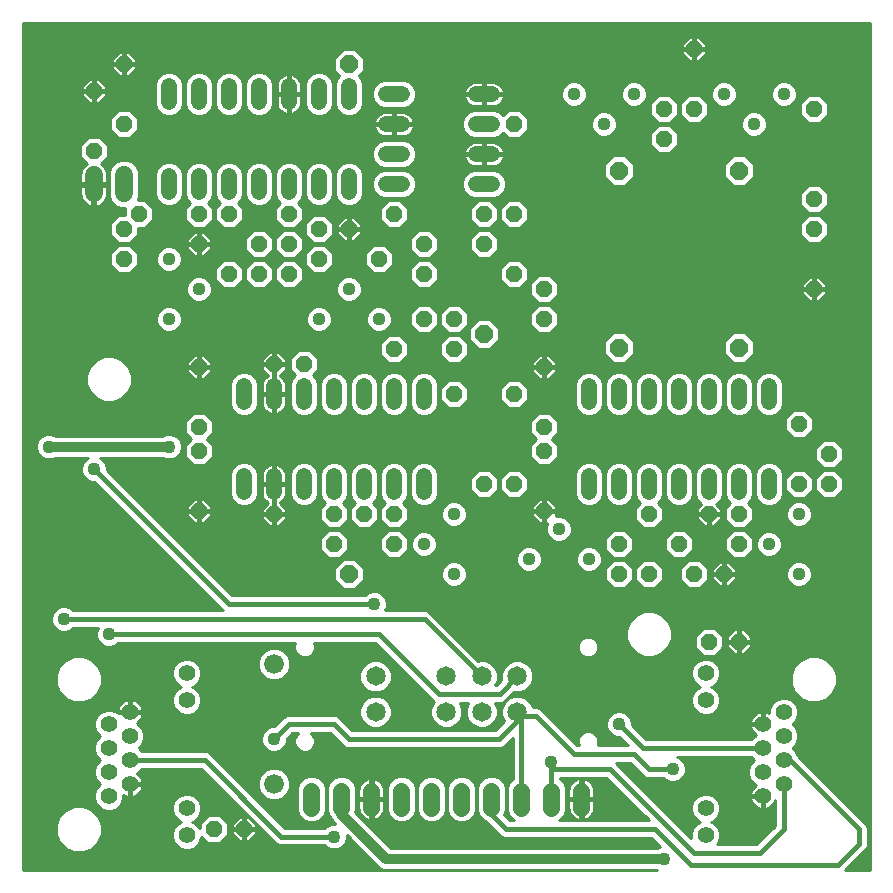
<source format=gtl>
G75*
G70*
%OFA0B0*%
%FSLAX24Y24*%
%IPPOS*%
%LPD*%
%AMOC8*
5,1,8,0,0,1.08239X$1,22.5*
%
%ADD10OC8,0.0520*%
%ADD11C,0.0440*%
%ADD12C,0.0520*%
%ADD13OC8,0.0600*%
%ADD14C,0.0554*%
%ADD15C,0.0650*%
%ADD16C,0.0600*%
%ADD17C,0.0660*%
%ADD18C,0.0560*%
%ADD19C,0.0100*%
%ADD20C,0.0436*%
%ADD21C,0.0320*%
%ADD22C,0.0160*%
D10*
X011831Y001650D03*
X012831Y001650D03*
X015831Y011150D03*
X015831Y012150D03*
X016831Y012150D03*
X017831Y012150D03*
X017831Y011150D03*
X020831Y013150D03*
X021831Y013150D03*
X022831Y012250D03*
X022831Y014250D03*
X022831Y015050D03*
X021831Y016150D03*
X022831Y017050D03*
X022831Y018650D03*
X022831Y019650D03*
X021831Y020150D03*
X020831Y021150D03*
X020831Y022150D03*
X021831Y022150D03*
X021831Y025150D03*
X018831Y021150D03*
X018831Y020150D03*
X017331Y020650D03*
X016331Y021650D03*
X015331Y021650D03*
X015331Y020650D03*
X014331Y020150D03*
X014331Y021150D03*
X014331Y022150D03*
X013331Y021150D03*
X013331Y020150D03*
X012331Y020150D03*
X011331Y021150D03*
X011331Y022150D03*
X012331Y022150D03*
X009331Y022150D03*
X008831Y021650D03*
X008831Y020650D03*
X007831Y024250D03*
X008831Y025150D03*
X007831Y026250D03*
X008831Y027150D03*
X017831Y022150D03*
X018831Y018650D03*
X019831Y018650D03*
X019831Y017650D03*
X019831Y016150D03*
X017831Y017650D03*
X014831Y017150D03*
X013831Y017150D03*
X011331Y017050D03*
X011331Y015050D03*
X011331Y014250D03*
X011331Y012250D03*
X013831Y012150D03*
X025331Y011150D03*
X025331Y010150D03*
X026331Y010150D03*
X027331Y011150D03*
X027831Y010150D03*
X028831Y010150D03*
X029331Y011150D03*
X029331Y012150D03*
X028331Y012150D03*
X026331Y012150D03*
X028331Y007900D03*
X029331Y007900D03*
X031331Y013150D03*
X032331Y013150D03*
X032331Y014150D03*
X031331Y015150D03*
X031831Y019650D03*
X031831Y021650D03*
X031831Y022650D03*
X031831Y025650D03*
X027831Y025650D03*
X026831Y025650D03*
X026831Y024650D03*
X027831Y027650D03*
D11*
X028831Y026150D03*
X029831Y025150D03*
X030831Y026150D03*
X025831Y026150D03*
X024831Y025150D03*
X023831Y026150D03*
X016331Y019650D03*
X017331Y018650D03*
X015331Y018650D03*
X011331Y019650D03*
X010331Y018650D03*
X010331Y020650D03*
X019831Y012150D03*
X018831Y011150D03*
X019831Y010150D03*
X022331Y010650D03*
X023331Y011650D03*
X024331Y010650D03*
X030331Y011150D03*
X031331Y010150D03*
X031331Y012150D03*
D12*
X030331Y012890D02*
X030331Y013410D01*
X029331Y013410D02*
X029331Y012890D01*
X028331Y012890D02*
X028331Y013410D01*
X027331Y013410D02*
X027331Y012890D01*
X026331Y012890D02*
X026331Y013410D01*
X025331Y013410D02*
X025331Y012890D01*
X024331Y012890D02*
X024331Y013410D01*
X024331Y015890D02*
X024331Y016410D01*
X025331Y016410D02*
X025331Y015890D01*
X026331Y015890D02*
X026331Y016410D01*
X027331Y016410D02*
X027331Y015890D01*
X028331Y015890D02*
X028331Y016410D01*
X029331Y016410D02*
X029331Y015890D01*
X030331Y015890D02*
X030331Y016410D01*
X021091Y023150D02*
X020571Y023150D01*
X020571Y024150D02*
X021091Y024150D01*
X021091Y025150D02*
X020571Y025150D01*
X020571Y026150D02*
X021091Y026150D01*
X018091Y026150D02*
X017571Y026150D01*
X017571Y025150D02*
X018091Y025150D01*
X018091Y024150D02*
X017571Y024150D01*
X017571Y023150D02*
X018091Y023150D01*
X016331Y022890D02*
X016331Y023410D01*
X015331Y023410D02*
X015331Y022890D01*
X014331Y022890D02*
X014331Y023410D01*
X013331Y023410D02*
X013331Y022890D01*
X012331Y022890D02*
X012331Y023410D01*
X011331Y023410D02*
X011331Y022890D01*
X010331Y022890D02*
X010331Y023410D01*
X010331Y025890D02*
X010331Y026410D01*
X011331Y026410D02*
X011331Y025890D01*
X012331Y025890D02*
X012331Y026410D01*
X013331Y026410D02*
X013331Y025890D01*
X014331Y025890D02*
X014331Y026410D01*
X015331Y026410D02*
X015331Y025890D01*
X016331Y025890D02*
X016331Y026410D01*
X016831Y016410D02*
X016831Y015890D01*
X015831Y015890D02*
X015831Y016410D01*
X014831Y016410D02*
X014831Y015890D01*
X013831Y015890D02*
X013831Y016410D01*
X012831Y016410D02*
X012831Y015890D01*
X012831Y013410D02*
X012831Y012890D01*
X013831Y012890D02*
X013831Y013410D01*
X014831Y013410D02*
X014831Y012890D01*
X015831Y012890D02*
X015831Y013410D01*
X016831Y013410D02*
X016831Y012890D01*
X017831Y012890D02*
X017831Y013410D01*
X018831Y013410D02*
X018831Y012890D01*
X018831Y015890D02*
X018831Y016410D01*
X017831Y016410D02*
X017831Y015890D01*
D13*
X020831Y018150D03*
X025331Y017700D03*
X029331Y017700D03*
X029331Y023600D03*
X025331Y023600D03*
X016331Y027150D03*
X016331Y010150D03*
D14*
X010931Y006850D03*
X010931Y005950D03*
X009031Y005550D03*
X009031Y004750D03*
X008331Y004350D03*
X008331Y003550D03*
X008331Y002750D03*
X009031Y003150D03*
X009031Y003950D03*
X008331Y005150D03*
X010931Y002350D03*
X010931Y001450D03*
X028231Y001450D03*
X028231Y002350D03*
X030131Y002750D03*
X030131Y003550D03*
X030131Y004350D03*
X030831Y004750D03*
X030831Y005550D03*
X030131Y005150D03*
X030831Y003950D03*
X030831Y003150D03*
X028231Y005950D03*
X028231Y006850D03*
D15*
X021943Y006741D03*
X020762Y006741D03*
X019581Y006741D03*
X019581Y005559D03*
X020762Y005559D03*
X021943Y005559D03*
X017219Y005559D03*
X017219Y006741D03*
D16*
X008831Y022850D02*
X008831Y023450D01*
X007831Y023450D02*
X007831Y022850D01*
D17*
X013831Y007150D03*
X013831Y003150D03*
D18*
X015081Y002930D02*
X015081Y002370D01*
X016081Y002370D02*
X016081Y002930D01*
X017081Y002930D02*
X017081Y002370D01*
X018081Y002370D02*
X018081Y002930D01*
X019081Y002930D02*
X019081Y002370D01*
X020081Y002370D02*
X020081Y002930D01*
X021081Y002930D02*
X021081Y002370D01*
X022081Y002370D02*
X022081Y002930D01*
X023081Y002930D02*
X023081Y002370D01*
X024081Y002370D02*
X024081Y002930D01*
D19*
X005461Y000280D02*
X005461Y028520D01*
X033701Y028520D01*
X033701Y000280D01*
X032871Y000280D01*
X032877Y000286D01*
X033577Y000986D01*
X033621Y001092D01*
X033621Y001708D01*
X033577Y001814D01*
X033495Y001896D01*
X031300Y004091D01*
X031244Y004226D01*
X031120Y004350D01*
X031244Y004474D01*
X031318Y004653D01*
X031318Y004847D01*
X031244Y005026D01*
X031120Y005150D01*
X031244Y005274D01*
X031318Y005453D01*
X031318Y005647D01*
X031244Y005826D01*
X031107Y005963D01*
X030928Y006037D01*
X030734Y006037D01*
X030555Y005963D01*
X030418Y005826D01*
X030344Y005647D01*
X030344Y005521D01*
X030295Y005546D01*
X030231Y005567D01*
X030170Y005576D01*
X030170Y005189D01*
X030092Y005189D01*
X030092Y005576D01*
X030031Y005567D01*
X029967Y005546D01*
X029907Y005515D01*
X029853Y005476D01*
X029805Y005428D01*
X029766Y005374D01*
X029735Y005314D01*
X029714Y005250D01*
X029705Y005189D01*
X030092Y005189D01*
X030092Y005111D01*
X029705Y005111D01*
X029714Y005050D01*
X029735Y004986D01*
X029766Y004926D01*
X029805Y004872D01*
X029853Y004824D01*
X029907Y004785D01*
X029907Y004785D01*
X029855Y004763D01*
X029732Y004640D01*
X026251Y004640D01*
X025759Y005132D01*
X025759Y005235D01*
X025694Y005392D01*
X025573Y005513D01*
X025416Y005578D01*
X025246Y005578D01*
X025089Y005513D01*
X024968Y005392D01*
X024903Y005235D01*
X024903Y005065D01*
X024968Y004908D01*
X025089Y004787D01*
X025246Y004722D01*
X025349Y004722D01*
X025631Y004440D01*
X024624Y004440D01*
X024652Y004506D01*
X024652Y004644D01*
X024599Y004771D01*
X024502Y004869D01*
X024374Y004922D01*
X024236Y004922D01*
X024109Y004869D01*
X024012Y004771D01*
X023959Y004644D01*
X023959Y004506D01*
X023986Y004440D01*
X023951Y004440D01*
X022724Y005668D01*
X022617Y005712D01*
X022459Y005712D01*
X022397Y005862D01*
X022246Y006013D01*
X022050Y006094D01*
X021837Y006094D01*
X021640Y006013D01*
X021490Y005862D01*
X021408Y005666D01*
X021408Y005453D01*
X021490Y005257D01*
X021509Y005238D01*
X021211Y004940D01*
X016451Y004940D01*
X015995Y005396D01*
X015889Y005440D01*
X014273Y005440D01*
X014167Y005396D01*
X014085Y005314D01*
X013849Y005078D01*
X013746Y005078D01*
X013589Y005013D01*
X013468Y004892D01*
X013403Y004735D01*
X013403Y004565D01*
X013468Y004408D01*
X013589Y004287D01*
X009383Y004287D01*
X009430Y004240D02*
X009320Y004350D01*
X009444Y004474D01*
X009518Y004653D01*
X009518Y004847D01*
X009444Y005026D01*
X009307Y005163D01*
X009255Y005185D01*
X009309Y005224D01*
X009357Y005272D01*
X014043Y005272D01*
X014141Y005371D02*
X009419Y005371D01*
X009427Y005386D02*
X009448Y005450D01*
X009457Y005511D01*
X009070Y005511D01*
X009070Y005589D01*
X008992Y005589D01*
X008992Y005976D01*
X008931Y005967D01*
X008867Y005946D01*
X008807Y005915D01*
X008753Y005876D01*
X008705Y005828D01*
X008666Y005774D01*
X008635Y005714D01*
X008614Y005650D01*
X008605Y005589D01*
X008992Y005589D01*
X008992Y005511D01*
X008659Y005511D01*
X008607Y005563D01*
X008428Y005637D01*
X008234Y005637D01*
X008055Y005563D01*
X007918Y005426D01*
X007844Y005247D01*
X007844Y005053D01*
X007918Y004874D01*
X008042Y004750D01*
X007918Y004626D01*
X007844Y004447D01*
X007844Y004253D01*
X007918Y004074D01*
X008042Y003950D01*
X007918Y003826D01*
X007844Y003647D01*
X007844Y003453D01*
X007918Y003274D01*
X008042Y003150D01*
X007918Y003026D01*
X007844Y002847D01*
X007844Y002653D01*
X007918Y002474D01*
X008055Y002337D01*
X008234Y002263D01*
X008428Y002263D01*
X008607Y002337D01*
X008744Y002474D01*
X008818Y002653D01*
X008818Y002779D01*
X008867Y002754D01*
X008931Y002733D01*
X008992Y002724D01*
X008992Y003111D01*
X009070Y003111D01*
X009070Y003189D01*
X009457Y003189D01*
X009448Y003250D01*
X009427Y003314D01*
X009396Y003374D01*
X009357Y003428D01*
X009309Y003476D01*
X009255Y003515D01*
X009255Y003515D01*
X009307Y003537D01*
X009430Y003660D01*
X011411Y003660D01*
X013835Y001236D01*
X013917Y001154D01*
X014023Y001110D01*
X015516Y001110D01*
X015589Y001037D01*
X015746Y000972D01*
X015916Y000972D01*
X016073Y001037D01*
X016194Y001158D01*
X016259Y001315D01*
X016259Y001449D01*
X017371Y000336D01*
X017507Y000280D01*
X026606Y000280D01*
X026606Y000280D01*
X005461Y000280D01*
X005461Y000347D02*
X017361Y000347D01*
X017262Y000446D02*
X005461Y000446D01*
X005461Y000544D02*
X017164Y000544D01*
X017065Y000643D02*
X005461Y000643D01*
X005461Y000741D02*
X016967Y000741D01*
X016868Y000840D02*
X005461Y000840D01*
X005461Y000938D02*
X007038Y000938D01*
X007178Y000880D02*
X007484Y000880D01*
X007767Y000997D01*
X007984Y001214D01*
X008101Y001497D01*
X008101Y001803D01*
X007984Y002086D01*
X007767Y002303D01*
X007484Y002420D01*
X007178Y002420D01*
X006895Y002303D01*
X006678Y002086D01*
X006561Y001803D01*
X006561Y001497D01*
X006678Y001214D01*
X006895Y000997D01*
X007178Y000880D01*
X006856Y001037D02*
X005461Y001037D01*
X005461Y001135D02*
X006757Y001135D01*
X006670Y001234D02*
X005461Y001234D01*
X005461Y001332D02*
X006630Y001332D01*
X006589Y001431D02*
X005461Y001431D01*
X005461Y001529D02*
X006561Y001529D01*
X006561Y001628D02*
X005461Y001628D01*
X005461Y001726D02*
X006561Y001726D01*
X006570Y001825D02*
X005461Y001825D01*
X005461Y001923D02*
X006611Y001923D01*
X006652Y002022D02*
X005461Y002022D01*
X005461Y002120D02*
X006712Y002120D01*
X006811Y002219D02*
X005461Y002219D01*
X005461Y002317D02*
X006930Y002317D01*
X007168Y002416D02*
X005461Y002416D01*
X005461Y002514D02*
X007901Y002514D01*
X007861Y002613D02*
X005461Y002613D01*
X005461Y002711D02*
X007844Y002711D01*
X007844Y002810D02*
X005461Y002810D01*
X005461Y002908D02*
X007869Y002908D01*
X007910Y003007D02*
X005461Y003007D01*
X005461Y003105D02*
X007997Y003105D01*
X007989Y003204D02*
X005461Y003204D01*
X005461Y003302D02*
X007906Y003302D01*
X007866Y003401D02*
X005461Y003401D01*
X005461Y003499D02*
X007844Y003499D01*
X007844Y003598D02*
X005461Y003598D01*
X005461Y003696D02*
X007864Y003696D01*
X007905Y003795D02*
X005461Y003795D01*
X005461Y003893D02*
X007985Y003893D01*
X008001Y003992D02*
X005461Y003992D01*
X005461Y004090D02*
X007911Y004090D01*
X007871Y004189D02*
X005461Y004189D01*
X005461Y004287D02*
X007844Y004287D01*
X007844Y004386D02*
X005461Y004386D01*
X005461Y004484D02*
X007859Y004484D01*
X007900Y004583D02*
X005461Y004583D01*
X005461Y004681D02*
X007973Y004681D01*
X008013Y004780D02*
X005461Y004780D01*
X005461Y004878D02*
X007916Y004878D01*
X007876Y004977D02*
X005461Y004977D01*
X005461Y005075D02*
X007844Y005075D01*
X007844Y005174D02*
X005461Y005174D01*
X005461Y005272D02*
X007854Y005272D01*
X007895Y005371D02*
X005461Y005371D01*
X005461Y005469D02*
X007961Y005469D01*
X008066Y005568D02*
X005461Y005568D01*
X005461Y005666D02*
X008620Y005666D01*
X008596Y005568D02*
X008992Y005568D01*
X009070Y005568D02*
X010625Y005568D01*
X010655Y005537D02*
X010518Y005674D01*
X010444Y005853D01*
X010444Y006047D01*
X010518Y006226D01*
X010655Y006363D01*
X010744Y006400D01*
X010655Y006437D01*
X010518Y006574D01*
X010444Y006753D01*
X010444Y006947D01*
X010518Y007126D01*
X010655Y007263D01*
X010834Y007337D01*
X011028Y007337D01*
X011207Y007263D01*
X011344Y007126D01*
X011418Y006947D01*
X011418Y006753D01*
X011344Y006574D01*
X011207Y006437D01*
X011118Y006400D01*
X011207Y006363D01*
X011344Y006226D01*
X011418Y006047D01*
X011418Y005853D01*
X011344Y005674D01*
X011207Y005537D01*
X011028Y005463D01*
X010834Y005463D01*
X010655Y005537D01*
X010819Y005469D02*
X009451Y005469D01*
X009427Y005386D02*
X009396Y005326D01*
X009357Y005272D01*
X009282Y005174D02*
X013944Y005174D01*
X013739Y005075D02*
X009395Y005075D01*
X009464Y004977D02*
X013552Y004977D01*
X013462Y004878D02*
X009505Y004878D01*
X009518Y004780D02*
X013422Y004780D01*
X013403Y004681D02*
X009518Y004681D01*
X009489Y004583D02*
X013403Y004583D01*
X013437Y004484D02*
X009448Y004484D01*
X009355Y004386D02*
X013490Y004386D01*
X013589Y004287D02*
X013746Y004222D01*
X013916Y004222D01*
X014073Y004287D01*
X014194Y004408D01*
X014259Y004565D01*
X014259Y004668D01*
X014451Y004860D01*
X014651Y004860D01*
X014563Y004771D01*
X014510Y004644D01*
X014510Y004506D01*
X014563Y004379D01*
X014660Y004281D01*
X014788Y004229D01*
X014925Y004229D01*
X015053Y004281D01*
X015150Y004379D01*
X015203Y004506D01*
X015203Y004644D01*
X015150Y004771D01*
X015062Y004860D01*
X015711Y004860D01*
X016085Y004486D01*
X016167Y004404D01*
X016273Y004360D01*
X021389Y004360D01*
X021495Y004404D01*
X021791Y004700D01*
X021791Y003333D01*
X021666Y003208D01*
X021591Y003027D01*
X021591Y002273D01*
X021666Y002092D01*
X021803Y001955D01*
X021839Y001940D01*
X021701Y001940D01*
X021512Y002129D01*
X021571Y002273D01*
X021571Y003027D01*
X021496Y003208D01*
X021359Y003345D01*
X021178Y003420D01*
X020984Y003420D01*
X020803Y003345D01*
X020666Y003208D01*
X020591Y003027D01*
X020591Y002273D01*
X020666Y002092D01*
X020803Y001955D01*
X020911Y001910D01*
X020917Y001904D01*
X021417Y001404D01*
X021523Y001360D01*
X026411Y001360D01*
X026709Y001062D01*
X026606Y001020D01*
X017734Y001020D01*
X016545Y002209D01*
X016571Y002273D01*
X016571Y003027D01*
X016496Y003208D01*
X016359Y003345D01*
X016178Y003420D01*
X015984Y003420D01*
X015803Y003345D01*
X015666Y003208D01*
X015591Y003027D01*
X015591Y002273D01*
X015666Y002092D01*
X015732Y002026D01*
X015767Y001940D01*
X015871Y001836D01*
X015880Y001828D01*
X015746Y001828D01*
X015589Y001763D01*
X015516Y001690D01*
X014201Y001690D01*
X011695Y004196D01*
X011589Y004240D01*
X009430Y004240D01*
X009367Y003598D02*
X011473Y003598D01*
X011572Y003499D02*
X009277Y003499D01*
X009377Y003401D02*
X011670Y003401D01*
X011769Y003302D02*
X009431Y003302D01*
X009455Y003204D02*
X011867Y003204D01*
X011966Y003105D02*
X009456Y003105D01*
X009457Y003111D02*
X009070Y003111D01*
X009070Y002724D01*
X009131Y002733D01*
X009195Y002754D01*
X009255Y002785D01*
X009309Y002824D01*
X009357Y002872D01*
X009396Y002926D01*
X009427Y002986D01*
X009448Y003050D01*
X009457Y003111D01*
X009433Y003007D02*
X012064Y003007D01*
X012163Y002908D02*
X009383Y002908D01*
X009289Y002810D02*
X010767Y002810D01*
X010834Y002837D02*
X010655Y002763D01*
X010518Y002626D01*
X010444Y002447D01*
X010444Y002253D01*
X010518Y002074D01*
X010655Y001937D01*
X010744Y001900D01*
X010655Y001863D01*
X010518Y001726D01*
X008101Y001726D01*
X008101Y001628D02*
X010477Y001628D01*
X010444Y001547D02*
X010444Y001353D01*
X010518Y001174D01*
X010655Y001037D01*
X010834Y000963D01*
X011028Y000963D01*
X011207Y001037D01*
X011344Y001174D01*
X011418Y001353D01*
X011418Y001398D01*
X011636Y001180D01*
X012026Y001180D01*
X012301Y001455D01*
X012301Y001845D01*
X012026Y002120D01*
X011636Y002120D01*
X011361Y001845D01*
X011361Y001685D01*
X011344Y001726D01*
X011207Y001863D01*
X011118Y001900D01*
X011207Y001937D01*
X011344Y002074D01*
X011418Y002253D01*
X011418Y002447D01*
X011344Y002626D01*
X011207Y002763D01*
X011028Y002837D01*
X010834Y002837D01*
X011095Y002810D02*
X012261Y002810D01*
X012360Y002711D02*
X011259Y002711D01*
X011350Y002613D02*
X012458Y002613D01*
X012557Y002514D02*
X011390Y002514D01*
X011418Y002416D02*
X012655Y002416D01*
X012754Y002317D02*
X011418Y002317D01*
X011404Y002219D02*
X012852Y002219D01*
X012951Y002120D02*
X011363Y002120D01*
X011291Y002022D02*
X011538Y002022D01*
X011439Y001923D02*
X011173Y001923D01*
X011245Y001825D02*
X011361Y001825D01*
X011361Y001726D02*
X011344Y001726D01*
X011409Y001332D02*
X011484Y001332D01*
X011583Y001234D02*
X011369Y001234D01*
X011305Y001135D02*
X013963Y001135D01*
X013837Y001234D02*
X012079Y001234D01*
X012178Y001332D02*
X012569Y001332D01*
X012661Y001240D02*
X012801Y001240D01*
X012801Y001620D01*
X012861Y001620D01*
X012861Y001680D01*
X013241Y001680D01*
X013241Y001820D01*
X013001Y002060D01*
X012861Y002060D01*
X012861Y001680D01*
X012801Y001680D01*
X012801Y002060D01*
X012661Y002060D01*
X012421Y001820D01*
X012421Y001680D01*
X012801Y001680D01*
X012801Y001620D01*
X012421Y001620D01*
X012421Y001480D01*
X012661Y001240D01*
X012801Y001332D02*
X012861Y001332D01*
X012861Y001240D02*
X013001Y001240D01*
X013241Y001480D01*
X013241Y001620D01*
X012861Y001620D01*
X012861Y001240D01*
X012861Y001431D02*
X012801Y001431D01*
X012801Y001529D02*
X012861Y001529D01*
X012861Y001628D02*
X013443Y001628D01*
X013345Y001726D02*
X013241Y001726D01*
X013236Y001825D02*
X013246Y001825D01*
X013148Y001923D02*
X013138Y001923D01*
X013049Y002022D02*
X013039Y002022D01*
X012861Y002022D02*
X012801Y002022D01*
X012801Y001923D02*
X012861Y001923D01*
X012861Y001825D02*
X012801Y001825D01*
X012801Y001726D02*
X012861Y001726D01*
X012801Y001628D02*
X012301Y001628D01*
X012301Y001726D02*
X012421Y001726D01*
X012426Y001825D02*
X012301Y001825D01*
X012223Y001923D02*
X012524Y001923D01*
X012623Y002022D02*
X012124Y002022D01*
X012301Y001529D02*
X012421Y001529D01*
X012471Y001431D02*
X012276Y001431D01*
X013093Y001332D02*
X013739Y001332D01*
X013640Y001431D02*
X013191Y001431D01*
X013241Y001529D02*
X013542Y001529D01*
X013968Y001923D02*
X014880Y001923D01*
X014803Y001955D02*
X014984Y001880D01*
X015178Y001880D01*
X015359Y001955D01*
X015496Y002092D01*
X015571Y002273D01*
X015571Y003027D01*
X015496Y003208D01*
X015359Y003345D01*
X015178Y003420D01*
X014984Y003420D01*
X014803Y003345D01*
X014666Y003208D01*
X014591Y003027D01*
X014591Y002273D01*
X014666Y002092D01*
X014803Y001955D01*
X014737Y002022D02*
X013870Y002022D01*
X013771Y002120D02*
X014654Y002120D01*
X014613Y002219D02*
X013673Y002219D01*
X013574Y002317D02*
X014591Y002317D01*
X014591Y002416D02*
X013476Y002416D01*
X013377Y002514D02*
X014591Y002514D01*
X014591Y002613D02*
X013944Y002613D01*
X013938Y002610D02*
X014137Y002692D01*
X014289Y002844D01*
X014371Y003043D01*
X014371Y003257D01*
X014289Y003456D01*
X014137Y003608D01*
X013938Y003690D01*
X013724Y003690D01*
X013525Y003608D01*
X013373Y003456D01*
X013291Y003257D01*
X013291Y003043D01*
X013373Y002844D01*
X013525Y002692D01*
X013724Y002610D01*
X013938Y002610D01*
X013718Y002613D02*
X013279Y002613D01*
X013180Y002711D02*
X013506Y002711D01*
X013408Y002810D02*
X013082Y002810D01*
X012983Y002908D02*
X013347Y002908D01*
X013306Y003007D02*
X012885Y003007D01*
X012786Y003105D02*
X013291Y003105D01*
X013291Y003204D02*
X012688Y003204D01*
X012589Y003302D02*
X013309Y003302D01*
X013350Y003401D02*
X012491Y003401D01*
X012392Y003499D02*
X013416Y003499D01*
X013515Y003598D02*
X012294Y003598D01*
X012195Y003696D02*
X021791Y003696D01*
X021791Y003598D02*
X014147Y003598D01*
X014246Y003499D02*
X021791Y003499D01*
X021791Y003401D02*
X021225Y003401D01*
X021402Y003302D02*
X021760Y003302D01*
X021664Y003204D02*
X021498Y003204D01*
X021539Y003105D02*
X021623Y003105D01*
X021591Y003007D02*
X021571Y003007D01*
X021571Y002908D02*
X021591Y002908D01*
X021591Y002810D02*
X021571Y002810D01*
X021571Y002711D02*
X021591Y002711D01*
X021591Y002613D02*
X021571Y002613D01*
X021571Y002514D02*
X021591Y002514D01*
X021591Y002416D02*
X021571Y002416D01*
X021571Y002317D02*
X021591Y002317D01*
X021613Y002219D02*
X021549Y002219D01*
X021521Y002120D02*
X021654Y002120D01*
X021620Y002022D02*
X021737Y002022D01*
X021292Y001529D02*
X017225Y001529D01*
X017127Y001628D02*
X021193Y001628D01*
X021095Y001726D02*
X017028Y001726D01*
X016930Y001825D02*
X020996Y001825D01*
X020917Y001904D02*
X020917Y001904D01*
X020880Y001923D02*
X020282Y001923D01*
X020359Y001955D02*
X020496Y002092D01*
X020571Y002273D01*
X020571Y003027D01*
X020496Y003208D01*
X020359Y003345D01*
X020178Y003420D01*
X019984Y003420D01*
X019803Y003345D01*
X019666Y003208D01*
X019591Y003027D01*
X019591Y002273D01*
X019666Y002092D01*
X019803Y001955D01*
X019984Y001880D01*
X020178Y001880D01*
X020359Y001955D01*
X020425Y002022D02*
X020737Y002022D01*
X020654Y002120D02*
X020508Y002120D01*
X020549Y002219D02*
X020613Y002219D01*
X020591Y002317D02*
X020571Y002317D01*
X020571Y002416D02*
X020591Y002416D01*
X020591Y002514D02*
X020571Y002514D01*
X020571Y002613D02*
X020591Y002613D01*
X020591Y002711D02*
X020571Y002711D01*
X020571Y002810D02*
X020591Y002810D01*
X020591Y002908D02*
X020571Y002908D01*
X020571Y003007D02*
X020591Y003007D01*
X020623Y003105D02*
X020539Y003105D01*
X020498Y003204D02*
X020664Y003204D01*
X020760Y003302D02*
X020402Y003302D01*
X020225Y003401D02*
X020936Y003401D01*
X019936Y003401D02*
X019225Y003401D01*
X019178Y003420D02*
X018984Y003420D01*
X018803Y003345D01*
X018666Y003208D01*
X018591Y003027D01*
X018591Y002273D01*
X018666Y002092D01*
X018803Y001955D01*
X018984Y001880D01*
X019178Y001880D01*
X019359Y001955D01*
X019496Y002092D01*
X019571Y002273D01*
X019571Y003027D01*
X019496Y003208D01*
X019359Y003345D01*
X019178Y003420D01*
X018936Y003401D02*
X018225Y003401D01*
X018178Y003420D02*
X018359Y003345D01*
X018496Y003208D01*
X018571Y003027D01*
X018571Y002273D01*
X018496Y002092D01*
X018359Y001955D01*
X018178Y001880D01*
X017984Y001880D01*
X017803Y001955D01*
X017666Y002092D01*
X017591Y002273D01*
X017591Y003027D01*
X017666Y003208D01*
X017803Y003345D01*
X017984Y003420D01*
X018178Y003420D01*
X017936Y003401D02*
X016225Y003401D01*
X016402Y003302D02*
X016864Y003302D01*
X016856Y003298D02*
X016801Y003258D01*
X016753Y003210D01*
X016713Y003155D01*
X016682Y003095D01*
X016662Y003031D01*
X016651Y002964D01*
X016651Y002690D01*
X017041Y002690D01*
X017041Y003359D01*
X016980Y003349D01*
X016916Y003328D01*
X016856Y003298D01*
X016748Y003204D02*
X016498Y003204D01*
X016539Y003105D02*
X016688Y003105D01*
X016658Y003007D02*
X016571Y003007D01*
X016571Y002908D02*
X016651Y002908D01*
X016651Y002810D02*
X016571Y002810D01*
X016571Y002711D02*
X016651Y002711D01*
X016651Y002610D02*
X016651Y002336D01*
X016662Y002269D01*
X016682Y002205D01*
X016713Y002145D01*
X016753Y002090D01*
X016801Y002042D01*
X016856Y002002D01*
X016916Y001972D01*
X016980Y001951D01*
X017041Y001941D01*
X017041Y002610D01*
X017121Y002610D01*
X017121Y002690D01*
X017511Y002690D01*
X017511Y002964D01*
X017500Y003031D01*
X017479Y003095D01*
X017449Y003155D01*
X017409Y003210D01*
X017361Y003258D01*
X017306Y003298D01*
X017246Y003328D01*
X017182Y003349D01*
X017121Y003359D01*
X017121Y002690D01*
X017041Y002690D01*
X017041Y002610D01*
X016651Y002610D01*
X016571Y002613D02*
X017041Y002613D01*
X017121Y002613D02*
X017591Y002613D01*
X017511Y002610D02*
X017511Y002336D01*
X017500Y002269D01*
X017479Y002205D01*
X017449Y002145D01*
X017409Y002090D01*
X017361Y002042D01*
X017306Y002002D01*
X017246Y001972D01*
X017182Y001951D01*
X017121Y001941D01*
X017121Y002610D01*
X017511Y002610D01*
X017511Y002514D02*
X017591Y002514D01*
X017591Y002416D02*
X017511Y002416D01*
X017508Y002317D02*
X017591Y002317D01*
X017613Y002219D02*
X017484Y002219D01*
X017431Y002120D02*
X017654Y002120D01*
X017737Y002022D02*
X017333Y002022D01*
X017121Y002022D02*
X017041Y002022D01*
X017041Y002120D02*
X017121Y002120D01*
X017121Y002219D02*
X017041Y002219D01*
X017041Y002317D02*
X017121Y002317D01*
X017121Y002416D02*
X017041Y002416D01*
X017041Y002514D02*
X017121Y002514D01*
X017121Y002711D02*
X017041Y002711D01*
X017041Y002810D02*
X017121Y002810D01*
X017121Y002908D02*
X017041Y002908D01*
X017041Y003007D02*
X017121Y003007D01*
X017121Y003105D02*
X017041Y003105D01*
X017041Y003204D02*
X017121Y003204D01*
X017121Y003302D02*
X017041Y003302D01*
X017298Y003302D02*
X017760Y003302D01*
X017664Y003204D02*
X017414Y003204D01*
X017474Y003105D02*
X017623Y003105D01*
X017591Y003007D02*
X017504Y003007D01*
X017511Y002908D02*
X017591Y002908D01*
X017591Y002810D02*
X017511Y002810D01*
X017511Y002711D02*
X017591Y002711D01*
X018402Y003302D02*
X018760Y003302D01*
X018664Y003204D02*
X018498Y003204D01*
X018539Y003105D02*
X018623Y003105D01*
X018591Y003007D02*
X018571Y003007D01*
X018571Y002908D02*
X018591Y002908D01*
X018591Y002810D02*
X018571Y002810D01*
X018571Y002711D02*
X018591Y002711D01*
X018591Y002613D02*
X018571Y002613D01*
X018571Y002514D02*
X018591Y002514D01*
X018591Y002416D02*
X018571Y002416D01*
X018571Y002317D02*
X018591Y002317D01*
X018613Y002219D02*
X018549Y002219D01*
X018508Y002120D02*
X018654Y002120D01*
X018737Y002022D02*
X018425Y002022D01*
X018282Y001923D02*
X018880Y001923D01*
X019282Y001923D02*
X019880Y001923D01*
X019737Y002022D02*
X019425Y002022D01*
X019508Y002120D02*
X019654Y002120D01*
X019613Y002219D02*
X019549Y002219D01*
X019571Y002317D02*
X019591Y002317D01*
X019591Y002416D02*
X019571Y002416D01*
X019571Y002514D02*
X019591Y002514D01*
X019591Y002613D02*
X019571Y002613D01*
X019571Y002711D02*
X019591Y002711D01*
X019591Y002810D02*
X019571Y002810D01*
X019571Y002908D02*
X019591Y002908D01*
X019591Y003007D02*
X019571Y003007D01*
X019539Y003105D02*
X019623Y003105D01*
X019664Y003204D02*
X019498Y003204D01*
X019402Y003302D02*
X019760Y003302D01*
X021450Y004386D02*
X021791Y004386D01*
X021791Y004484D02*
X021575Y004484D01*
X021674Y004583D02*
X021791Y004583D01*
X021791Y004681D02*
X021772Y004681D01*
X021791Y004287D02*
X015058Y004287D01*
X015153Y004386D02*
X016212Y004386D01*
X016087Y004484D02*
X015194Y004484D01*
X015203Y004583D02*
X015988Y004583D01*
X015890Y004681D02*
X015188Y004681D01*
X015142Y004780D02*
X015791Y004780D01*
X016119Y005272D02*
X016759Y005272D01*
X016765Y005257D02*
X016916Y005106D01*
X017112Y005025D01*
X017325Y005025D01*
X017522Y005106D01*
X017672Y005257D01*
X017754Y005453D01*
X017754Y005666D01*
X017672Y005862D01*
X017522Y006013D01*
X017325Y006094D01*
X017112Y006094D01*
X016916Y006013D01*
X016765Y005862D01*
X016684Y005666D01*
X011336Y005666D01*
X011381Y005765D02*
X016725Y005765D01*
X016766Y005863D02*
X011418Y005863D01*
X011418Y005962D02*
X016865Y005962D01*
X017030Y006060D02*
X011413Y006060D01*
X011372Y006159D02*
X018912Y006159D01*
X018814Y006257D02*
X017449Y006257D01*
X017522Y006287D02*
X017672Y006438D01*
X017754Y006634D01*
X017754Y006847D01*
X017672Y007043D01*
X017522Y007194D01*
X017325Y007275D01*
X017112Y007275D01*
X016916Y007194D01*
X016765Y007043D01*
X016684Y006847D01*
X016684Y006634D01*
X016765Y006438D01*
X016916Y006287D01*
X017112Y006206D01*
X017325Y006206D01*
X017522Y006287D01*
X017590Y006356D02*
X018715Y006356D01*
X018617Y006454D02*
X017679Y006454D01*
X017720Y006553D02*
X018518Y006553D01*
X018420Y006651D02*
X017754Y006651D01*
X017754Y006750D02*
X018321Y006750D01*
X018223Y006848D02*
X017753Y006848D01*
X017712Y006947D02*
X018124Y006947D01*
X018026Y007045D02*
X017671Y007045D01*
X017572Y007144D02*
X017927Y007144D01*
X017829Y007242D02*
X017406Y007242D01*
X017632Y007439D02*
X015061Y007439D01*
X015053Y007431D02*
X015150Y007529D01*
X015203Y007656D01*
X015203Y007794D01*
X015176Y007860D01*
X017211Y007860D01*
X019085Y005986D01*
X019167Y005904D01*
X019169Y005903D01*
X019128Y005862D01*
X019046Y005666D01*
X019046Y005453D01*
X019128Y005257D01*
X019278Y005106D01*
X019475Y005025D01*
X019687Y005025D01*
X019884Y005106D01*
X020034Y005257D01*
X020116Y005453D01*
X020116Y005666D01*
X020035Y005860D01*
X020308Y005860D01*
X020227Y005666D01*
X020227Y005453D01*
X020309Y005257D01*
X020459Y005106D01*
X020656Y005025D01*
X020868Y005025D01*
X021065Y005106D01*
X021215Y005257D01*
X021297Y005453D01*
X021297Y005666D01*
X021408Y005666D01*
X021408Y005568D02*
X021297Y005568D01*
X021297Y005666D02*
X021216Y005860D01*
X021410Y005860D01*
X021517Y005904D01*
X021824Y006211D01*
X021837Y006206D01*
X022050Y006206D01*
X022246Y006287D01*
X022397Y006438D01*
X022478Y006634D01*
X022478Y006847D01*
X022397Y007043D01*
X022246Y007194D01*
X022050Y007275D01*
X021837Y007275D01*
X021640Y007194D01*
X021490Y007043D01*
X021408Y006847D01*
X021408Y006634D01*
X021414Y006621D01*
X021233Y006440D01*
X021216Y006440D01*
X021297Y006634D01*
X021297Y006847D01*
X021215Y007043D01*
X021065Y007194D01*
X020868Y007275D01*
X020656Y007275D01*
X020643Y007270D01*
X019017Y008896D01*
X018910Y008940D01*
X017548Y008940D01*
X017599Y009065D01*
X017599Y009235D01*
X017534Y009392D01*
X017414Y009513D01*
X017257Y009578D01*
X017086Y009578D01*
X016929Y009513D01*
X016857Y009440D01*
X012451Y009440D01*
X008259Y013632D01*
X008259Y013735D01*
X008194Y013892D01*
X008073Y014013D01*
X008031Y014030D01*
X010106Y014030D01*
X010246Y013972D01*
X010416Y013972D01*
X010573Y014037D01*
X010694Y014158D01*
X010759Y014315D01*
X010759Y014485D01*
X010694Y014642D01*
X010573Y014763D01*
X010416Y014828D01*
X010246Y014828D01*
X010106Y014770D01*
X006556Y014770D01*
X006416Y014828D01*
X006246Y014828D01*
X006089Y014763D01*
X005968Y014642D01*
X005903Y014485D01*
X005903Y014315D01*
X005968Y014158D01*
X006089Y014037D01*
X006246Y013972D01*
X006416Y013972D01*
X006556Y014030D01*
X007630Y014030D01*
X007589Y014013D01*
X007468Y013892D01*
X007403Y013735D01*
X007403Y013565D01*
X007468Y013408D01*
X007589Y013287D01*
X007746Y013222D01*
X007849Y013222D01*
X012085Y008986D01*
X012131Y008940D01*
X007146Y008940D01*
X007073Y009013D01*
X006916Y009078D01*
X006746Y009078D01*
X006589Y009013D01*
X006468Y008892D01*
X006403Y008735D01*
X006403Y008565D01*
X006468Y008408D01*
X006589Y008287D01*
X006746Y008222D01*
X006916Y008222D01*
X007073Y008287D01*
X007146Y008360D01*
X007955Y008360D01*
X007903Y008235D01*
X007903Y008065D01*
X007968Y007908D01*
X008089Y007787D01*
X008246Y007722D01*
X008416Y007722D01*
X008573Y007787D01*
X008646Y007860D01*
X014537Y007860D01*
X014510Y007794D01*
X014510Y007656D01*
X014563Y007529D01*
X014660Y007431D01*
X014788Y007378D01*
X014925Y007378D01*
X015053Y007431D01*
X015154Y007538D02*
X017533Y007538D01*
X017435Y007636D02*
X015195Y007636D01*
X015203Y007735D02*
X017336Y007735D01*
X017238Y007833D02*
X015187Y007833D01*
X014526Y007833D02*
X008619Y007833D01*
X008446Y007735D02*
X014510Y007735D01*
X014518Y007636D02*
X014069Y007636D01*
X014137Y007608D02*
X013938Y007690D01*
X013724Y007690D01*
X013525Y007608D01*
X013373Y007456D01*
X013291Y007257D01*
X013291Y007043D01*
X013373Y006844D01*
X013525Y006692D01*
X013724Y006610D01*
X013938Y006610D01*
X014137Y006692D01*
X014289Y006844D01*
X014371Y007043D01*
X014371Y007257D01*
X014289Y007456D01*
X014137Y007608D01*
X014207Y007538D02*
X014559Y007538D01*
X014652Y007439D02*
X014296Y007439D01*
X014337Y007341D02*
X017730Y007341D01*
X017032Y007242D02*
X014371Y007242D01*
X014371Y007144D02*
X016865Y007144D01*
X016767Y007045D02*
X014371Y007045D01*
X014331Y006947D02*
X016725Y006947D01*
X016684Y006848D02*
X014290Y006848D01*
X014194Y006750D02*
X016684Y006750D01*
X016684Y006651D02*
X014037Y006651D01*
X013625Y006651D02*
X011376Y006651D01*
X011417Y006750D02*
X013468Y006750D01*
X013372Y006848D02*
X011418Y006848D01*
X011418Y006947D02*
X013331Y006947D01*
X013291Y007045D02*
X011377Y007045D01*
X011326Y007144D02*
X013291Y007144D01*
X013291Y007242D02*
X011228Y007242D01*
X010634Y007242D02*
X007828Y007242D01*
X007767Y007303D02*
X007484Y007420D01*
X007178Y007420D01*
X006895Y007303D01*
X006678Y007086D01*
X006561Y006803D01*
X006561Y006497D01*
X006678Y006214D01*
X006895Y005997D01*
X007178Y005880D01*
X007484Y005880D01*
X007767Y005997D01*
X007984Y006214D01*
X008101Y006497D01*
X008101Y006803D01*
X007984Y007086D01*
X007767Y007303D01*
X007675Y007341D02*
X013325Y007341D01*
X013366Y007439D02*
X005461Y007439D01*
X005461Y007341D02*
X006987Y007341D01*
X006834Y007242D02*
X005461Y007242D01*
X005461Y007144D02*
X006736Y007144D01*
X006661Y007045D02*
X005461Y007045D01*
X005461Y006947D02*
X006621Y006947D01*
X006580Y006848D02*
X005461Y006848D01*
X005461Y006750D02*
X006561Y006750D01*
X006561Y006651D02*
X005461Y006651D01*
X005461Y006553D02*
X006561Y006553D01*
X006579Y006454D02*
X005461Y006454D01*
X005461Y006356D02*
X006620Y006356D01*
X006661Y006257D02*
X005461Y006257D01*
X005461Y006159D02*
X006734Y006159D01*
X006832Y006060D02*
X005461Y006060D01*
X005461Y005962D02*
X006982Y005962D01*
X007680Y005962D02*
X008915Y005962D01*
X008992Y005962D02*
X009070Y005962D01*
X009070Y005976D02*
X009070Y005589D01*
X009457Y005589D01*
X009448Y005650D01*
X009427Y005714D01*
X009396Y005774D01*
X009357Y005828D01*
X009309Y005876D01*
X009255Y005915D01*
X009195Y005946D01*
X009131Y005967D01*
X009070Y005976D01*
X009147Y005962D02*
X010444Y005962D01*
X010449Y006060D02*
X007830Y006060D01*
X007928Y006159D02*
X010490Y006159D01*
X010549Y006257D02*
X008001Y006257D01*
X008042Y006356D02*
X010648Y006356D01*
X010638Y006454D02*
X008083Y006454D01*
X008101Y006553D02*
X010539Y006553D01*
X010486Y006651D02*
X008101Y006651D01*
X008101Y006750D02*
X010445Y006750D01*
X010444Y006848D02*
X008082Y006848D01*
X008041Y006947D02*
X010444Y006947D01*
X010484Y007045D02*
X008001Y007045D01*
X007926Y007144D02*
X010536Y007144D01*
X011224Y006454D02*
X016759Y006454D01*
X016718Y006553D02*
X011322Y006553D01*
X011214Y006356D02*
X016847Y006356D01*
X016989Y006257D02*
X011313Y006257D01*
X011237Y005568D02*
X016684Y005568D01*
X016684Y005666D02*
X016684Y005453D01*
X016765Y005257D01*
X016848Y005174D02*
X016218Y005174D01*
X016316Y005075D02*
X016991Y005075D01*
X016718Y005371D02*
X016021Y005371D01*
X016415Y004977D02*
X021247Y004977D01*
X021346Y005075D02*
X020990Y005075D01*
X021132Y005174D02*
X021444Y005174D01*
X021483Y005272D02*
X021222Y005272D01*
X021263Y005371D02*
X021443Y005371D01*
X021408Y005469D02*
X021297Y005469D01*
X021256Y005765D02*
X021449Y005765D01*
X021418Y005863D02*
X021490Y005863D01*
X021574Y005962D02*
X021589Y005962D01*
X021673Y006060D02*
X021754Y006060D01*
X021771Y006159D02*
X027790Y006159D01*
X027818Y006226D02*
X027744Y006047D01*
X027744Y005853D01*
X027818Y005674D01*
X027955Y005537D01*
X028134Y005463D01*
X028328Y005463D01*
X028507Y005537D01*
X028644Y005674D01*
X028718Y005853D01*
X028718Y006047D01*
X028644Y006226D01*
X028507Y006363D01*
X028418Y006400D01*
X028507Y006437D01*
X028644Y006574D01*
X028718Y006753D01*
X028718Y006947D01*
X028644Y007126D01*
X028507Y007263D01*
X028328Y007337D01*
X028134Y007337D01*
X027955Y007263D01*
X027818Y007126D01*
X027744Y006947D01*
X027744Y006753D01*
X027818Y006574D01*
X027955Y006437D01*
X028044Y006400D01*
X027955Y006363D01*
X027818Y006226D01*
X027849Y006257D02*
X022173Y006257D01*
X022314Y006356D02*
X027948Y006356D01*
X027938Y006454D02*
X022403Y006454D01*
X022444Y006553D02*
X027839Y006553D01*
X027786Y006651D02*
X022478Y006651D01*
X022478Y006750D02*
X027745Y006750D01*
X027744Y006848D02*
X022478Y006848D01*
X022437Y006947D02*
X027744Y006947D01*
X027784Y007045D02*
X022395Y007045D01*
X022297Y007144D02*
X027836Y007144D01*
X027934Y007242D02*
X022130Y007242D01*
X021756Y007242D02*
X020949Y007242D01*
X021115Y007144D02*
X021590Y007144D01*
X021491Y007045D02*
X021214Y007045D01*
X021256Y006947D02*
X021450Y006947D01*
X021409Y006848D02*
X021296Y006848D01*
X021297Y006750D02*
X021408Y006750D01*
X021408Y006651D02*
X021297Y006651D01*
X021263Y006553D02*
X021345Y006553D01*
X021247Y006454D02*
X021222Y006454D01*
X020572Y007341D02*
X031487Y007341D01*
X031395Y007303D02*
X031178Y007086D01*
X031061Y006803D01*
X031061Y006497D01*
X031178Y006214D01*
X031395Y005997D01*
X031678Y005880D01*
X031984Y005880D01*
X032267Y005997D01*
X032484Y006214D01*
X032601Y006497D01*
X032601Y006803D01*
X032484Y007086D01*
X032267Y007303D01*
X031984Y007420D01*
X031678Y007420D01*
X031395Y007303D01*
X031334Y007242D02*
X028528Y007242D01*
X028626Y007144D02*
X031236Y007144D01*
X031161Y007045D02*
X028677Y007045D01*
X028718Y006947D02*
X031121Y006947D01*
X031080Y006848D02*
X028718Y006848D01*
X028717Y006750D02*
X031061Y006750D01*
X031061Y006651D02*
X028676Y006651D01*
X028622Y006553D02*
X031061Y006553D01*
X031079Y006454D02*
X028524Y006454D01*
X028514Y006356D02*
X031120Y006356D01*
X031161Y006257D02*
X028613Y006257D01*
X028672Y006159D02*
X031234Y006159D01*
X031332Y006060D02*
X028713Y006060D01*
X028718Y005962D02*
X030554Y005962D01*
X030455Y005863D02*
X028718Y005863D01*
X028681Y005765D02*
X030393Y005765D01*
X030352Y005666D02*
X028636Y005666D01*
X028537Y005568D02*
X030036Y005568D01*
X030092Y005568D02*
X030170Y005568D01*
X030226Y005568D02*
X030344Y005568D01*
X030170Y005469D02*
X030092Y005469D01*
X030092Y005371D02*
X030170Y005371D01*
X030170Y005272D02*
X030092Y005272D01*
X030092Y005174D02*
X025759Y005174D01*
X025743Y005272D02*
X029721Y005272D01*
X029764Y005371D02*
X025703Y005371D01*
X025617Y005469D02*
X028119Y005469D01*
X027925Y005568D02*
X025441Y005568D01*
X025221Y005568D02*
X022824Y005568D01*
X022725Y005666D02*
X027826Y005666D01*
X027780Y005765D02*
X022437Y005765D01*
X022396Y005863D02*
X027744Y005863D01*
X027744Y005962D02*
X022297Y005962D01*
X022132Y006060D02*
X027749Y006060D01*
X028343Y005469D02*
X029846Y005469D01*
X029710Y005075D02*
X025816Y005075D01*
X025915Y004977D02*
X029740Y004977D01*
X029801Y004878D02*
X026013Y004878D01*
X026112Y004780D02*
X029895Y004780D01*
X029773Y004681D02*
X026210Y004681D01*
X025587Y004484D02*
X024643Y004484D01*
X024652Y004583D02*
X025488Y004583D01*
X025390Y004681D02*
X024637Y004681D01*
X024591Y004780D02*
X025108Y004780D01*
X024998Y004878D02*
X024480Y004878D01*
X024131Y004878D02*
X023513Y004878D01*
X023415Y004977D02*
X024940Y004977D01*
X024903Y005075D02*
X023316Y005075D01*
X023218Y005174D02*
X024903Y005174D01*
X024918Y005272D02*
X023119Y005272D01*
X023021Y005371D02*
X024959Y005371D01*
X025045Y005469D02*
X022922Y005469D01*
X023612Y004780D02*
X024020Y004780D01*
X023974Y004681D02*
X023710Y004681D01*
X023809Y004583D02*
X023959Y004583D01*
X023968Y004484D02*
X023907Y004484D01*
X024041Y003359D02*
X023980Y003349D01*
X023916Y003328D01*
X023856Y003298D01*
X023801Y003258D01*
X023753Y003210D01*
X023713Y003155D01*
X023682Y003095D01*
X023662Y003031D01*
X023651Y002964D01*
X023651Y002690D01*
X024041Y002690D01*
X024041Y003359D01*
X024041Y003302D02*
X024121Y003302D01*
X024121Y003359D02*
X024121Y002690D01*
X024511Y002690D01*
X024511Y002964D01*
X024500Y003031D01*
X024479Y003095D01*
X024449Y003155D01*
X024409Y003210D01*
X024361Y003258D01*
X024306Y003298D01*
X024246Y003328D01*
X024182Y003349D01*
X024121Y003359D01*
X024121Y003204D02*
X024041Y003204D01*
X024041Y003105D02*
X024121Y003105D01*
X024121Y003007D02*
X024041Y003007D01*
X024041Y002908D02*
X024121Y002908D01*
X024121Y002810D02*
X024041Y002810D01*
X024041Y002711D02*
X024121Y002711D01*
X024121Y002690D02*
X024041Y002690D01*
X024041Y002610D01*
X024121Y002610D01*
X024121Y002690D01*
X024121Y002613D02*
X025658Y002613D01*
X025560Y002711D02*
X024511Y002711D01*
X024511Y002810D02*
X025461Y002810D01*
X025363Y002908D02*
X024511Y002908D01*
X024504Y003007D02*
X025264Y003007D01*
X025166Y003105D02*
X024474Y003105D01*
X024414Y003204D02*
X025067Y003204D01*
X024969Y003302D02*
X024298Y003302D01*
X023864Y003302D02*
X023402Y003302D01*
X023371Y003333D02*
X023371Y003360D01*
X024911Y003360D01*
X026331Y001940D01*
X023323Y001940D01*
X023359Y001955D01*
X023496Y002092D01*
X023571Y002273D01*
X023571Y003027D01*
X023496Y003208D01*
X023371Y003333D01*
X023498Y003204D02*
X023748Y003204D01*
X023688Y003105D02*
X023539Y003105D01*
X023571Y003007D02*
X023658Y003007D01*
X023651Y002908D02*
X023571Y002908D01*
X023571Y002810D02*
X023651Y002810D01*
X023651Y002711D02*
X023571Y002711D01*
X023571Y002613D02*
X024041Y002613D01*
X024041Y002610D02*
X023651Y002610D01*
X023651Y002336D01*
X023662Y002269D01*
X023682Y002205D01*
X023713Y002145D01*
X023753Y002090D01*
X023801Y002042D01*
X023856Y002002D01*
X023916Y001972D01*
X023980Y001951D01*
X024041Y001941D01*
X024041Y002610D01*
X024121Y002610D02*
X024121Y001941D01*
X024182Y001951D01*
X024246Y001972D01*
X024306Y002002D01*
X024361Y002042D01*
X024409Y002090D01*
X024449Y002145D01*
X024479Y002205D01*
X024500Y002269D01*
X024511Y002336D01*
X024511Y002610D01*
X024121Y002610D01*
X024121Y002514D02*
X024041Y002514D01*
X024041Y002416D02*
X024121Y002416D01*
X024121Y002317D02*
X024041Y002317D01*
X024041Y002219D02*
X024121Y002219D01*
X024121Y002120D02*
X024041Y002120D01*
X024041Y002022D02*
X024121Y002022D01*
X024333Y002022D02*
X026249Y002022D01*
X026151Y002120D02*
X024431Y002120D01*
X024484Y002219D02*
X026052Y002219D01*
X025954Y002317D02*
X024508Y002317D01*
X024511Y002416D02*
X025855Y002416D01*
X025757Y002514D02*
X024511Y002514D01*
X023829Y002022D02*
X023425Y002022D01*
X023508Y002120D02*
X023731Y002120D01*
X023678Y002219D02*
X023549Y002219D01*
X023571Y002317D02*
X023654Y002317D01*
X023651Y002416D02*
X023571Y002416D01*
X023571Y002514D02*
X023651Y002514D01*
X025231Y003860D02*
X025711Y003860D01*
X026085Y003486D01*
X026167Y003404D01*
X026273Y003360D01*
X026816Y003360D01*
X026889Y003287D01*
X027046Y003222D01*
X027216Y003222D01*
X027373Y003287D01*
X027494Y003408D01*
X027559Y003565D01*
X027559Y003735D01*
X027494Y003892D01*
X027373Y004013D01*
X027259Y004060D01*
X029732Y004060D01*
X029842Y003950D01*
X029718Y003826D01*
X029644Y003647D01*
X029644Y003453D01*
X029718Y003274D01*
X029855Y003137D01*
X029907Y003115D01*
X029853Y003076D01*
X029805Y003028D01*
X029766Y002974D01*
X029735Y002914D01*
X029714Y002850D01*
X029705Y002789D01*
X030092Y002789D01*
X030092Y002711D01*
X030170Y002711D01*
X030170Y002324D01*
X030231Y002333D01*
X030295Y002354D01*
X030355Y002385D01*
X030409Y002424D01*
X030457Y002472D01*
X030496Y002526D01*
X030527Y002586D01*
X030541Y002630D01*
X030541Y001770D01*
X029911Y001140D01*
X028610Y001140D01*
X028644Y001174D01*
X028718Y001353D01*
X028718Y001547D01*
X028644Y001726D01*
X028507Y001863D01*
X028418Y001900D01*
X028507Y001937D01*
X028644Y002074D01*
X028718Y002253D01*
X028718Y002447D01*
X028644Y002626D01*
X028507Y002763D01*
X028328Y002837D01*
X028134Y002837D01*
X027955Y002763D01*
X027818Y002626D01*
X027744Y002447D01*
X027744Y002253D01*
X027818Y002074D01*
X027955Y001937D01*
X028044Y001900D01*
X027955Y001863D01*
X027818Y001726D01*
X027365Y001726D01*
X027267Y001825D02*
X027917Y001825D01*
X027989Y001923D02*
X027168Y001923D01*
X027070Y002022D02*
X027871Y002022D01*
X027799Y002120D02*
X026971Y002120D01*
X026873Y002219D02*
X027758Y002219D01*
X027744Y002317D02*
X026774Y002317D01*
X026676Y002416D02*
X027744Y002416D01*
X027772Y002514D02*
X026577Y002514D01*
X026479Y002613D02*
X027812Y002613D01*
X027903Y002711D02*
X026380Y002711D01*
X026282Y002810D02*
X028067Y002810D01*
X028395Y002810D02*
X029708Y002810D01*
X029705Y002711D02*
X029714Y002650D01*
X029735Y002586D01*
X029766Y002526D01*
X029805Y002472D01*
X029853Y002424D01*
X029907Y002385D01*
X029967Y002354D01*
X030031Y002333D01*
X030092Y002324D01*
X030092Y002711D01*
X030170Y002711D01*
X030092Y002711D02*
X029705Y002711D01*
X028559Y002711D01*
X028650Y002613D02*
X029726Y002613D01*
X029774Y002514D02*
X028690Y002514D01*
X028718Y002416D02*
X029865Y002416D01*
X030092Y002416D02*
X030170Y002416D01*
X030170Y002514D02*
X030092Y002514D01*
X030092Y002613D02*
X030170Y002613D01*
X030397Y002416D02*
X030541Y002416D01*
X030541Y002514D02*
X030488Y002514D01*
X030535Y002613D02*
X030541Y002613D01*
X030541Y002317D02*
X028718Y002317D01*
X028704Y002219D02*
X030541Y002219D01*
X030541Y002120D02*
X028663Y002120D01*
X028591Y002022D02*
X030541Y002022D01*
X030541Y001923D02*
X028473Y001923D01*
X028545Y001825D02*
X030541Y001825D01*
X030497Y001726D02*
X028644Y001726D01*
X028685Y001628D02*
X030398Y001628D01*
X030300Y001529D02*
X028718Y001529D01*
X028718Y001431D02*
X030201Y001431D01*
X030103Y001332D02*
X028709Y001332D01*
X028669Y001234D02*
X030004Y001234D01*
X029733Y002908D02*
X026183Y002908D01*
X026085Y003007D02*
X029789Y003007D01*
X029893Y003105D02*
X025986Y003105D01*
X025888Y003204D02*
X029789Y003204D01*
X029706Y003302D02*
X027388Y003302D01*
X027486Y003401D02*
X029666Y003401D01*
X029644Y003499D02*
X027531Y003499D01*
X027559Y003598D02*
X029644Y003598D01*
X029664Y003696D02*
X027559Y003696D01*
X027534Y003795D02*
X029705Y003795D01*
X029785Y003893D02*
X027493Y003893D01*
X027394Y003992D02*
X029801Y003992D01*
X029907Y003115D02*
X029907Y003115D01*
X031259Y004189D02*
X033701Y004189D01*
X033701Y004287D02*
X031183Y004287D01*
X031155Y004386D02*
X033701Y004386D01*
X033701Y004484D02*
X031248Y004484D01*
X031289Y004583D02*
X033701Y004583D01*
X033701Y004681D02*
X031318Y004681D01*
X031318Y004780D02*
X033701Y004780D01*
X033701Y004878D02*
X031305Y004878D01*
X031264Y004977D02*
X033701Y004977D01*
X033701Y005075D02*
X031195Y005075D01*
X031143Y005174D02*
X033701Y005174D01*
X033701Y005272D02*
X031242Y005272D01*
X031284Y005371D02*
X033701Y005371D01*
X033701Y005469D02*
X031318Y005469D01*
X031318Y005568D02*
X033701Y005568D01*
X033701Y005666D02*
X031310Y005666D01*
X031269Y005765D02*
X033701Y005765D01*
X033701Y005863D02*
X031207Y005863D01*
X031108Y005962D02*
X031482Y005962D01*
X032180Y005962D02*
X033701Y005962D01*
X033701Y006060D02*
X032330Y006060D01*
X032428Y006159D02*
X033701Y006159D01*
X033701Y006257D02*
X032501Y006257D01*
X032542Y006356D02*
X033701Y006356D01*
X033701Y006454D02*
X032583Y006454D01*
X032601Y006553D02*
X033701Y006553D01*
X033701Y006651D02*
X032601Y006651D01*
X032601Y006750D02*
X033701Y006750D01*
X033701Y006848D02*
X032582Y006848D01*
X032541Y006947D02*
X033701Y006947D01*
X033701Y007045D02*
X032501Y007045D01*
X032426Y007144D02*
X033701Y007144D01*
X033701Y007242D02*
X032328Y007242D01*
X032175Y007341D02*
X033701Y007341D01*
X033701Y007439D02*
X028535Y007439D01*
X028526Y007430D02*
X028801Y007705D01*
X028801Y008095D01*
X028526Y008370D01*
X028136Y008370D01*
X027861Y008095D01*
X027861Y007705D01*
X028136Y007430D01*
X028526Y007430D01*
X028633Y007538D02*
X029114Y007538D01*
X029161Y007490D02*
X029301Y007490D01*
X029301Y007870D01*
X029361Y007870D01*
X029361Y007930D01*
X029741Y007930D01*
X029741Y008070D01*
X029501Y008310D01*
X029361Y008310D01*
X029361Y007930D01*
X029301Y007930D01*
X029301Y008310D01*
X029161Y008310D01*
X028921Y008070D01*
X028921Y007930D01*
X029301Y007930D01*
X029301Y007870D01*
X028921Y007870D01*
X028921Y007730D01*
X029161Y007490D01*
X029301Y007538D02*
X029361Y007538D01*
X029361Y007490D02*
X029501Y007490D01*
X029741Y007730D01*
X029741Y007870D01*
X029361Y007870D01*
X029361Y007490D01*
X029361Y007636D02*
X029301Y007636D01*
X029301Y007735D02*
X029361Y007735D01*
X029361Y007833D02*
X029301Y007833D01*
X029301Y007932D02*
X029361Y007932D01*
X029361Y008030D02*
X029301Y008030D01*
X029301Y008129D02*
X029361Y008129D01*
X029361Y008227D02*
X029301Y008227D01*
X029078Y008227D02*
X028669Y008227D01*
X028767Y008129D02*
X028980Y008129D01*
X028921Y008030D02*
X028801Y008030D01*
X028801Y007932D02*
X028921Y007932D01*
X028921Y007833D02*
X028801Y007833D01*
X028801Y007735D02*
X028921Y007735D01*
X029015Y007636D02*
X028732Y007636D01*
X028127Y007439D02*
X026600Y007439D01*
X026482Y007390D02*
X026761Y007506D01*
X026975Y007720D01*
X027091Y007999D01*
X027091Y008301D01*
X026975Y008580D01*
X026761Y008794D01*
X026482Y008910D01*
X026180Y008910D01*
X025901Y008794D01*
X025687Y008580D01*
X025571Y008301D01*
X025571Y007999D01*
X025687Y007720D01*
X025901Y007506D01*
X026180Y007390D01*
X026482Y007390D01*
X026793Y007538D02*
X028029Y007538D01*
X027930Y007636D02*
X026892Y007636D01*
X026981Y007735D02*
X027861Y007735D01*
X027861Y007833D02*
X027022Y007833D01*
X027063Y007932D02*
X027861Y007932D01*
X027861Y008030D02*
X027091Y008030D01*
X027091Y008129D02*
X027895Y008129D01*
X027993Y008227D02*
X027091Y008227D01*
X027081Y008326D02*
X028092Y008326D01*
X028570Y008326D02*
X033701Y008326D01*
X033701Y008424D02*
X027040Y008424D01*
X026999Y008523D02*
X033701Y008523D01*
X033701Y008621D02*
X026935Y008621D01*
X026836Y008720D02*
X033701Y008720D01*
X033701Y008818D02*
X026704Y008818D01*
X025958Y008818D02*
X019095Y008818D01*
X019193Y008720D02*
X025826Y008720D01*
X025727Y008621D02*
X019292Y008621D01*
X019390Y008523D02*
X025663Y008523D01*
X025622Y008424D02*
X019489Y008424D01*
X019587Y008326D02*
X025581Y008326D01*
X025571Y008227D02*
X019686Y008227D01*
X019784Y008129D02*
X025571Y008129D01*
X025571Y008030D02*
X024474Y008030D01*
X024502Y008019D02*
X024374Y008071D01*
X024236Y008071D01*
X024109Y008019D01*
X024012Y007921D01*
X023959Y007794D01*
X023959Y007656D01*
X024012Y007529D01*
X024109Y007431D01*
X024236Y007378D01*
X024374Y007378D01*
X024502Y007431D01*
X024599Y007529D01*
X024652Y007656D01*
X024652Y007794D01*
X024599Y007921D01*
X024502Y008019D01*
X024589Y007932D02*
X025599Y007932D01*
X025640Y007833D02*
X024636Y007833D01*
X024652Y007735D02*
X025681Y007735D01*
X025770Y007636D02*
X024644Y007636D01*
X024603Y007538D02*
X025869Y007538D01*
X026062Y007439D02*
X024510Y007439D01*
X024101Y007439D02*
X020474Y007439D01*
X020375Y007538D02*
X024008Y007538D01*
X023967Y007636D02*
X020277Y007636D01*
X020178Y007735D02*
X023959Y007735D01*
X023975Y007833D02*
X020080Y007833D01*
X019981Y007932D02*
X024022Y007932D01*
X024137Y008030D02*
X019883Y008030D01*
X018967Y008917D02*
X033701Y008917D01*
X033701Y009015D02*
X017579Y009015D01*
X017599Y009114D02*
X033701Y009114D01*
X033701Y009212D02*
X017599Y009212D01*
X017568Y009311D02*
X033701Y009311D01*
X033701Y009409D02*
X017517Y009409D01*
X017419Y009508D02*
X033701Y009508D01*
X033701Y009606D02*
X012285Y009606D01*
X012187Y009705D02*
X016055Y009705D01*
X016120Y009640D02*
X016542Y009640D01*
X016841Y009939D01*
X016841Y010361D01*
X016542Y010660D01*
X016120Y010660D01*
X015821Y010361D01*
X015821Y009939D01*
X016120Y009640D01*
X015957Y009803D02*
X012088Y009803D01*
X011990Y009902D02*
X015858Y009902D01*
X015821Y010000D02*
X011891Y010000D01*
X011793Y010099D02*
X015821Y010099D01*
X015821Y010197D02*
X011694Y010197D01*
X011596Y010296D02*
X015821Y010296D01*
X015854Y010394D02*
X011497Y010394D01*
X011399Y010493D02*
X015952Y010493D01*
X016051Y010591D02*
X011300Y010591D01*
X011202Y010690D02*
X015627Y010690D01*
X015636Y010680D02*
X016026Y010680D01*
X016301Y010955D01*
X016301Y011345D01*
X016026Y011620D01*
X015636Y011620D01*
X015361Y011345D01*
X015361Y010955D01*
X015636Y010680D01*
X015528Y010788D02*
X011103Y010788D01*
X011005Y010887D02*
X015430Y010887D01*
X015361Y010985D02*
X010906Y010985D01*
X010808Y011084D02*
X015361Y011084D01*
X015361Y011182D02*
X010709Y011182D01*
X010611Y011281D02*
X015361Y011281D01*
X015395Y011379D02*
X010512Y011379D01*
X010414Y011478D02*
X015494Y011478D01*
X015592Y011576D02*
X010315Y011576D01*
X010217Y011675D02*
X022901Y011675D01*
X022901Y011736D02*
X022901Y011564D01*
X022966Y011406D01*
X023087Y011285D01*
X023245Y011220D01*
X023417Y011220D01*
X023575Y011285D01*
X023696Y011406D01*
X023761Y011564D01*
X023761Y011736D01*
X023696Y011894D01*
X023575Y012015D01*
X023417Y012080D01*
X023245Y012080D01*
X023238Y012077D01*
X023241Y012080D01*
X023241Y012220D01*
X022861Y012220D01*
X022861Y012280D01*
X023241Y012280D01*
X023241Y012420D01*
X023001Y012660D01*
X022861Y012660D01*
X022861Y012280D01*
X022801Y012280D01*
X022801Y012660D01*
X022661Y012660D01*
X022421Y012420D01*
X022421Y012280D01*
X022801Y012280D01*
X022801Y012220D01*
X022861Y012220D01*
X022861Y011840D01*
X022944Y011840D01*
X022901Y011736D01*
X022917Y011773D02*
X020045Y011773D01*
X020075Y011785D02*
X020196Y011906D01*
X020261Y012064D01*
X020261Y012236D01*
X020196Y012394D01*
X020075Y012515D01*
X019917Y012580D01*
X019745Y012580D01*
X019587Y012515D01*
X019466Y012394D01*
X019401Y012236D01*
X019401Y012064D01*
X019466Y011906D01*
X019587Y011785D01*
X019745Y011720D01*
X019917Y011720D01*
X020075Y011785D01*
X020161Y011872D02*
X022630Y011872D01*
X022661Y011840D02*
X022421Y012080D01*
X022421Y012220D01*
X022801Y012220D01*
X022801Y011840D01*
X022661Y011840D01*
X022801Y011872D02*
X022861Y011872D01*
X022861Y011970D02*
X022801Y011970D01*
X022801Y012069D02*
X022861Y012069D01*
X022861Y012167D02*
X022801Y012167D01*
X022801Y012266D02*
X020249Y012266D01*
X020261Y012167D02*
X022421Y012167D01*
X022433Y012069D02*
X020261Y012069D01*
X020222Y011970D02*
X022531Y011970D01*
X022421Y012364D02*
X020208Y012364D01*
X020127Y012463D02*
X022464Y012463D01*
X022562Y012561D02*
X019962Y012561D01*
X019700Y012561D02*
X019167Y012561D01*
X019229Y012624D02*
X019301Y012797D01*
X019301Y013503D01*
X019229Y013676D01*
X019097Y013808D01*
X018924Y013880D01*
X018737Y013880D01*
X018565Y013808D01*
X018433Y013676D01*
X018361Y013503D01*
X018361Y012797D01*
X018433Y012624D01*
X018565Y012492D01*
X018737Y012420D01*
X018924Y012420D01*
X019097Y012492D01*
X019229Y012624D01*
X019244Y012660D02*
X022661Y012660D01*
X022801Y012660D02*
X022861Y012660D01*
X022861Y012561D02*
X022801Y012561D01*
X022801Y012463D02*
X022861Y012463D01*
X022861Y012364D02*
X022801Y012364D01*
X022861Y012266D02*
X025861Y012266D01*
X025861Y012345D02*
X025861Y011955D01*
X026136Y011680D01*
X026526Y011680D01*
X026801Y011955D01*
X026801Y012345D01*
X026626Y012520D01*
X026729Y012624D01*
X026801Y012797D01*
X026801Y013503D01*
X026729Y013676D01*
X026597Y013808D01*
X026424Y013880D01*
X026237Y013880D01*
X026065Y013808D01*
X025933Y013676D01*
X025861Y013503D01*
X025861Y012797D01*
X025933Y012624D01*
X026036Y012520D01*
X025861Y012345D01*
X025880Y012364D02*
X023241Y012364D01*
X023198Y012463D02*
X024135Y012463D01*
X024065Y012492D02*
X024237Y012420D01*
X024424Y012420D01*
X024597Y012492D01*
X024729Y012624D01*
X024801Y012797D01*
X024801Y013503D01*
X024729Y013676D01*
X024597Y013808D01*
X024424Y013880D01*
X024237Y013880D01*
X024065Y013808D01*
X023933Y013676D01*
X023861Y013503D01*
X023861Y012797D01*
X023933Y012624D01*
X024065Y012492D01*
X023995Y012561D02*
X023100Y012561D01*
X023001Y012660D02*
X023918Y012660D01*
X023877Y012758D02*
X022104Y012758D01*
X022026Y012680D02*
X022301Y012955D01*
X023861Y012955D01*
X023861Y012857D02*
X022202Y012857D01*
X022301Y012955D02*
X022301Y013345D01*
X022026Y013620D01*
X021636Y013620D01*
X021361Y013345D01*
X021361Y012955D01*
X021301Y012955D01*
X021026Y012680D01*
X020636Y012680D01*
X020361Y012955D01*
X019301Y012955D01*
X019301Y012857D02*
X020460Y012857D01*
X020558Y012758D02*
X019285Y012758D01*
X019301Y013054D02*
X020361Y013054D01*
X020361Y013152D02*
X019301Y013152D01*
X019301Y013251D02*
X020361Y013251D01*
X020361Y013345D02*
X020361Y012955D01*
X020361Y013345D02*
X020636Y013620D01*
X021026Y013620D01*
X021301Y013345D01*
X021301Y012955D01*
X021361Y012955D02*
X021636Y012680D01*
X022026Y012680D01*
X022301Y013054D02*
X023861Y013054D01*
X023861Y013152D02*
X022301Y013152D01*
X022301Y013251D02*
X023861Y013251D01*
X023861Y013349D02*
X022297Y013349D01*
X022198Y013448D02*
X023861Y013448D01*
X023879Y013546D02*
X022100Y013546D01*
X022476Y013940D02*
X011686Y013940D01*
X011784Y014039D02*
X022378Y014039D01*
X022361Y014055D02*
X022636Y013780D01*
X023026Y013780D01*
X023301Y014055D01*
X023301Y014445D01*
X023096Y014650D01*
X023301Y014855D01*
X023301Y015245D01*
X023026Y015520D01*
X022636Y015520D01*
X022361Y015245D01*
X022361Y014855D01*
X022566Y014650D01*
X022361Y014445D01*
X022361Y014055D01*
X022361Y014137D02*
X011801Y014137D01*
X011801Y014055D02*
X011526Y013780D01*
X011136Y013780D01*
X010861Y014055D01*
X010861Y014445D01*
X011066Y014650D01*
X010861Y014855D01*
X010861Y015245D01*
X011136Y015520D01*
X011526Y015520D01*
X011801Y015245D01*
X011801Y014855D01*
X011596Y014650D01*
X011801Y014445D01*
X011801Y014055D01*
X011801Y014236D02*
X022361Y014236D01*
X022361Y014334D02*
X011801Y014334D01*
X011801Y014433D02*
X022361Y014433D01*
X022447Y014531D02*
X011715Y014531D01*
X011616Y014630D02*
X022546Y014630D01*
X022488Y014728D02*
X011674Y014728D01*
X011772Y014827D02*
X022390Y014827D01*
X022361Y014925D02*
X011801Y014925D01*
X011801Y015024D02*
X022361Y015024D01*
X022361Y015122D02*
X011801Y015122D01*
X011801Y015221D02*
X022361Y015221D01*
X022435Y015319D02*
X011727Y015319D01*
X011628Y015418D02*
X022534Y015418D01*
X022632Y015516D02*
X019122Y015516D01*
X019097Y015492D02*
X019229Y015624D01*
X019301Y015797D01*
X019301Y016503D01*
X019229Y016676D01*
X019097Y016808D01*
X018924Y016880D01*
X018737Y016880D01*
X018565Y016808D01*
X018433Y016676D01*
X018361Y016503D01*
X018361Y015797D01*
X018433Y015624D01*
X018565Y015492D01*
X018737Y015420D01*
X018924Y015420D01*
X019097Y015492D01*
X019220Y015615D02*
X023942Y015615D01*
X023933Y015624D02*
X024065Y015492D01*
X024237Y015420D01*
X024424Y015420D01*
X024597Y015492D01*
X024729Y015624D01*
X024801Y015797D01*
X024801Y016503D01*
X024729Y016676D01*
X024597Y016808D01*
X024424Y016880D01*
X024237Y016880D01*
X024065Y016808D01*
X023933Y016676D01*
X023861Y016503D01*
X023861Y015797D01*
X023933Y015624D01*
X023896Y015713D02*
X022059Y015713D01*
X022026Y015680D02*
X022301Y015955D01*
X022301Y016345D01*
X022026Y016620D01*
X021636Y016620D01*
X021361Y016345D01*
X021361Y015955D01*
X021636Y015680D01*
X022026Y015680D01*
X022157Y015812D02*
X023861Y015812D01*
X023861Y015910D02*
X022256Y015910D01*
X022301Y016009D02*
X023861Y016009D01*
X023861Y016107D02*
X022301Y016107D01*
X022301Y016206D02*
X023861Y016206D01*
X023861Y016304D02*
X022301Y016304D01*
X022243Y016403D02*
X023861Y016403D01*
X023861Y016501D02*
X022145Y016501D01*
X022046Y016600D02*
X023901Y016600D01*
X023954Y016698D02*
X023059Y016698D01*
X023001Y016640D02*
X023241Y016880D01*
X023241Y017020D01*
X022861Y017020D01*
X022861Y017080D01*
X023241Y017080D01*
X023241Y017220D01*
X023001Y017460D01*
X022861Y017460D01*
X022861Y017080D01*
X022801Y017080D01*
X022801Y017460D01*
X022661Y017460D01*
X022421Y017220D01*
X022421Y017080D01*
X022801Y017080D01*
X022801Y017020D01*
X022861Y017020D01*
X022861Y016640D01*
X023001Y016640D01*
X022861Y016698D02*
X022801Y016698D01*
X022801Y016640D02*
X022801Y017020D01*
X022421Y017020D01*
X022421Y016880D01*
X022661Y016640D01*
X022801Y016640D01*
X022801Y016797D02*
X022861Y016797D01*
X022861Y016895D02*
X022801Y016895D01*
X022801Y016994D02*
X022861Y016994D01*
X022861Y017092D02*
X022801Y017092D01*
X022801Y017191D02*
X022861Y017191D01*
X022861Y017289D02*
X022801Y017289D01*
X022801Y017388D02*
X022861Y017388D01*
X023073Y017388D02*
X024922Y017388D01*
X024824Y017486D02*
X020301Y017486D01*
X020301Y017455D02*
X020026Y017180D01*
X019636Y017180D01*
X019361Y017455D01*
X019361Y017845D01*
X019636Y018120D01*
X020026Y018120D01*
X020301Y017845D01*
X020301Y017455D01*
X020233Y017388D02*
X022589Y017388D01*
X022490Y017289D02*
X020135Y017289D01*
X020036Y017191D02*
X022421Y017191D01*
X022421Y017092D02*
X015301Y017092D01*
X015301Y016994D02*
X022421Y016994D01*
X022421Y016895D02*
X015241Y016895D01*
X015301Y016955D02*
X015301Y017345D01*
X015026Y017620D01*
X014636Y017620D01*
X014361Y017345D01*
X014361Y016955D01*
X014536Y016780D01*
X014433Y016676D01*
X014361Y016503D01*
X014361Y015797D01*
X014433Y015624D01*
X014565Y015492D01*
X014737Y015420D01*
X014924Y015420D01*
X015097Y015492D01*
X015229Y015624D01*
X015301Y015797D01*
X015301Y016503D01*
X015229Y016676D01*
X015126Y016780D01*
X015301Y016955D01*
X015142Y016797D02*
X015553Y016797D01*
X015565Y016808D02*
X015433Y016676D01*
X015361Y016503D01*
X015361Y015797D01*
X015433Y015624D01*
X015565Y015492D01*
X015737Y015420D01*
X015924Y015420D01*
X016097Y015492D01*
X016229Y015624D01*
X016301Y015797D01*
X016301Y016503D01*
X016229Y016676D01*
X016097Y016808D01*
X015924Y016880D01*
X015737Y016880D01*
X015565Y016808D01*
X015454Y016698D02*
X015208Y016698D01*
X015261Y016600D02*
X015401Y016600D01*
X015361Y016501D02*
X015301Y016501D01*
X015301Y016403D02*
X015361Y016403D01*
X015361Y016304D02*
X015301Y016304D01*
X015301Y016206D02*
X015361Y016206D01*
X015361Y016107D02*
X015301Y016107D01*
X015301Y016009D02*
X015361Y016009D01*
X015361Y015910D02*
X015301Y015910D01*
X015301Y015812D02*
X015361Y015812D01*
X015396Y015713D02*
X015266Y015713D01*
X015220Y015615D02*
X015442Y015615D01*
X015540Y015516D02*
X015122Y015516D01*
X014540Y015516D02*
X014000Y015516D01*
X013988Y015510D02*
X014046Y015539D01*
X014098Y015577D01*
X014144Y015623D01*
X014182Y015675D01*
X014211Y015733D01*
X014231Y015794D01*
X014241Y015858D01*
X014241Y016120D01*
X013861Y016120D01*
X013861Y016180D01*
X014241Y016180D01*
X014241Y016442D01*
X014231Y016506D01*
X014211Y016567D01*
X014182Y016625D01*
X014144Y016677D01*
X014098Y016723D01*
X014046Y016761D01*
X014030Y016769D01*
X014241Y016980D01*
X014241Y017120D01*
X013861Y017120D01*
X013861Y017180D01*
X014241Y017180D01*
X014241Y017320D01*
X014001Y017560D01*
X013861Y017560D01*
X013861Y017180D01*
X013801Y017180D01*
X013801Y017560D01*
X013661Y017560D01*
X013421Y017320D01*
X013421Y017180D01*
X013801Y017180D01*
X013801Y017120D01*
X013861Y017120D01*
X013861Y016820D01*
X013861Y016180D01*
X013801Y016180D01*
X013801Y017120D01*
X013421Y017120D01*
X013421Y016980D01*
X013632Y016769D01*
X013616Y016761D01*
X013564Y016723D01*
X013518Y016677D01*
X013480Y016625D01*
X013451Y016567D01*
X013431Y016506D01*
X013421Y016442D01*
X013421Y016180D01*
X013801Y016180D01*
X013801Y016120D01*
X013861Y016120D01*
X013861Y015480D01*
X013863Y015480D01*
X013927Y015490D01*
X013988Y015510D01*
X013861Y015516D02*
X013801Y015516D01*
X013801Y015480D02*
X013801Y016120D01*
X013421Y016120D01*
X013421Y015858D01*
X013431Y015794D01*
X013451Y015733D01*
X013480Y015675D01*
X013518Y015623D01*
X013564Y015577D01*
X013616Y015539D01*
X013674Y015510D01*
X013735Y015490D01*
X013799Y015480D01*
X013801Y015480D01*
X013801Y015615D02*
X013861Y015615D01*
X013861Y015713D02*
X013801Y015713D01*
X013801Y015812D02*
X013861Y015812D01*
X013861Y015910D02*
X013801Y015910D01*
X013801Y016009D02*
X013861Y016009D01*
X013861Y016107D02*
X013801Y016107D01*
X013801Y016206D02*
X013861Y016206D01*
X013861Y016304D02*
X013801Y016304D01*
X013801Y016403D02*
X013861Y016403D01*
X013861Y016501D02*
X013801Y016501D01*
X013801Y016600D02*
X013861Y016600D01*
X013861Y016698D02*
X013801Y016698D01*
X013801Y016797D02*
X013861Y016797D01*
X013861Y016895D02*
X013801Y016895D01*
X013801Y016994D02*
X013861Y016994D01*
X013861Y017092D02*
X013801Y017092D01*
X013801Y017191D02*
X013861Y017191D01*
X013861Y017289D02*
X013801Y017289D01*
X013801Y017388D02*
X013861Y017388D01*
X013861Y017486D02*
X013801Y017486D01*
X013587Y017486D02*
X005461Y017486D01*
X005461Y017388D02*
X008126Y017388D01*
X008180Y017410D02*
X007901Y017294D01*
X007687Y017080D01*
X007571Y016801D01*
X007571Y016499D01*
X007687Y016220D01*
X007901Y016006D01*
X008180Y015890D01*
X008482Y015890D01*
X008761Y016006D01*
X008975Y016220D01*
X009091Y016499D01*
X009091Y016801D01*
X008975Y017080D01*
X008761Y017294D01*
X008482Y017410D01*
X008180Y017410D01*
X007895Y017289D02*
X005461Y017289D01*
X005461Y017191D02*
X007797Y017191D01*
X007698Y017092D02*
X005461Y017092D01*
X005461Y016994D02*
X007651Y016994D01*
X007610Y016895D02*
X005461Y016895D01*
X005461Y016797D02*
X007571Y016797D01*
X007571Y016698D02*
X005461Y016698D01*
X005461Y016600D02*
X007571Y016600D01*
X007571Y016501D02*
X005461Y016501D01*
X005461Y016403D02*
X007611Y016403D01*
X007652Y016304D02*
X005461Y016304D01*
X005461Y016206D02*
X007701Y016206D01*
X007799Y016107D02*
X005461Y016107D01*
X005461Y016009D02*
X007898Y016009D01*
X008132Y015910D02*
X005461Y015910D01*
X005461Y015812D02*
X012361Y015812D01*
X012361Y015797D02*
X012433Y015624D01*
X012565Y015492D01*
X012737Y015420D01*
X012924Y015420D01*
X013097Y015492D01*
X013229Y015624D01*
X013301Y015797D01*
X013301Y016503D01*
X013229Y016676D01*
X013097Y016808D01*
X012924Y016880D01*
X012737Y016880D01*
X012565Y016808D01*
X012433Y016676D01*
X012361Y016503D01*
X012361Y015797D01*
X012396Y015713D02*
X005461Y015713D01*
X005461Y015615D02*
X012442Y015615D01*
X012540Y015516D02*
X011530Y015516D01*
X011132Y015516D02*
X005461Y015516D01*
X005461Y015418D02*
X011034Y015418D01*
X010935Y015319D02*
X005461Y015319D01*
X005461Y015221D02*
X010861Y015221D01*
X010861Y015122D02*
X005461Y015122D01*
X005461Y015024D02*
X010861Y015024D01*
X010861Y014925D02*
X005461Y014925D01*
X005461Y014827D02*
X006243Y014827D01*
X006419Y014827D02*
X010243Y014827D01*
X010419Y014827D02*
X010890Y014827D01*
X010988Y014728D02*
X010608Y014728D01*
X010699Y014630D02*
X011046Y014630D01*
X010947Y014531D02*
X010740Y014531D01*
X010759Y014433D02*
X010861Y014433D01*
X010861Y014334D02*
X010759Y014334D01*
X010726Y014236D02*
X010861Y014236D01*
X010861Y014137D02*
X010673Y014137D01*
X010574Y014039D02*
X010878Y014039D01*
X010976Y013940D02*
X008146Y013940D01*
X008215Y013842D02*
X011075Y013842D01*
X011587Y013842D02*
X012645Y013842D01*
X012565Y013808D02*
X012433Y013676D01*
X012361Y013503D01*
X012361Y012797D01*
X012433Y012624D01*
X012565Y012492D01*
X012737Y012420D01*
X012924Y012420D01*
X013097Y012492D01*
X013229Y012624D01*
X013301Y012797D01*
X013301Y013503D01*
X013229Y013676D01*
X013097Y013808D01*
X012924Y013880D01*
X012737Y013880D01*
X012565Y013808D01*
X012499Y013743D02*
X008255Y013743D01*
X008259Y013645D02*
X012419Y013645D01*
X012379Y013546D02*
X008345Y013546D01*
X008444Y013448D02*
X012361Y013448D01*
X012361Y013349D02*
X008542Y013349D01*
X008641Y013251D02*
X012361Y013251D01*
X012361Y013152D02*
X008739Y013152D01*
X008838Y013054D02*
X012361Y013054D01*
X012361Y012955D02*
X008936Y012955D01*
X009035Y012857D02*
X012361Y012857D01*
X012377Y012758D02*
X009133Y012758D01*
X009232Y012660D02*
X011161Y012660D01*
X010921Y012420D01*
X010921Y012280D01*
X011301Y012280D01*
X011301Y012660D01*
X011161Y012660D01*
X011062Y012561D02*
X009330Y012561D01*
X009429Y012463D02*
X010964Y012463D01*
X010921Y012364D02*
X009527Y012364D01*
X009626Y012266D02*
X011301Y012266D01*
X011301Y012280D02*
X011301Y012220D01*
X011361Y012220D01*
X011361Y012280D01*
X011741Y012280D01*
X011741Y012420D01*
X011501Y012660D01*
X011361Y012660D01*
X011361Y012280D01*
X011301Y012280D01*
X011301Y012220D02*
X010921Y012220D01*
X010921Y012080D01*
X011161Y011840D01*
X011301Y011840D01*
X011301Y012220D01*
X011301Y012167D02*
X011361Y012167D01*
X011361Y012220D02*
X011361Y011840D01*
X011501Y011840D01*
X011741Y012080D01*
X011741Y012220D01*
X011361Y012220D01*
X011361Y012266D02*
X013421Y012266D01*
X013421Y012320D02*
X013421Y012180D01*
X013801Y012180D01*
X013801Y012560D01*
X013801Y013120D01*
X013861Y013120D01*
X013861Y013180D01*
X014241Y013180D01*
X014241Y013442D01*
X014231Y013506D01*
X014211Y013567D01*
X014182Y013625D01*
X014144Y013677D01*
X014098Y013723D01*
X014046Y013761D01*
X013988Y013790D01*
X013927Y013810D01*
X013863Y013820D01*
X013861Y013820D01*
X013861Y013180D01*
X013801Y013180D01*
X013801Y013820D01*
X013799Y013820D01*
X013735Y013810D01*
X013674Y013790D01*
X013616Y013761D01*
X013564Y013723D01*
X013518Y013677D01*
X013480Y013625D01*
X013451Y013567D01*
X013431Y013506D01*
X013421Y013442D01*
X013421Y013180D01*
X013801Y013180D01*
X013801Y013120D01*
X013421Y013120D01*
X013421Y012858D01*
X013431Y012794D01*
X013451Y012733D01*
X013480Y012675D01*
X013518Y012623D01*
X013564Y012577D01*
X013616Y012539D01*
X013632Y012531D01*
X013421Y012320D01*
X013465Y012364D02*
X011741Y012364D01*
X011698Y012463D02*
X012635Y012463D01*
X012495Y012561D02*
X011600Y012561D01*
X011501Y012660D02*
X012418Y012660D01*
X013027Y012463D02*
X013564Y012463D01*
X013586Y012561D02*
X013167Y012561D01*
X013244Y012660D02*
X013492Y012660D01*
X013443Y012758D02*
X013285Y012758D01*
X013301Y012857D02*
X013421Y012857D01*
X013421Y012955D02*
X013301Y012955D01*
X013301Y013054D02*
X013421Y013054D01*
X013301Y013152D02*
X013801Y013152D01*
X013861Y013152D02*
X014361Y013152D01*
X014361Y013054D02*
X014241Y013054D01*
X014241Y013120D02*
X014241Y012858D01*
X014231Y012794D01*
X014211Y012733D01*
X014182Y012675D01*
X014144Y012623D01*
X014098Y012577D01*
X014046Y012539D01*
X014030Y012531D01*
X014241Y012320D01*
X014241Y012180D01*
X013861Y012180D01*
X013861Y012120D01*
X014241Y012120D01*
X014241Y011980D01*
X014001Y011740D01*
X013861Y011740D01*
X013861Y012120D01*
X013801Y012120D01*
X013801Y011740D01*
X013661Y011740D01*
X013421Y011980D01*
X013421Y012120D01*
X013801Y012120D01*
X013801Y012180D01*
X013861Y012180D01*
X013861Y013120D01*
X014241Y013120D01*
X014241Y013251D02*
X014361Y013251D01*
X014361Y013349D02*
X014241Y013349D01*
X014240Y013448D02*
X014361Y013448D01*
X014361Y013503D02*
X014361Y012797D01*
X014433Y012624D01*
X014565Y012492D01*
X014737Y012420D01*
X014924Y012420D01*
X015097Y012492D01*
X015229Y012624D01*
X015301Y012797D01*
X015301Y013503D01*
X015229Y013676D01*
X015097Y013808D01*
X014924Y013880D01*
X014737Y013880D01*
X014565Y013808D01*
X014433Y013676D01*
X014361Y013503D01*
X014379Y013546D02*
X014218Y013546D01*
X014167Y013645D02*
X014419Y013645D01*
X014499Y013743D02*
X014070Y013743D01*
X013861Y013743D02*
X013801Y013743D01*
X013801Y013645D02*
X013861Y013645D01*
X013861Y013546D02*
X013801Y013546D01*
X013801Y013448D02*
X013861Y013448D01*
X013861Y013349D02*
X013801Y013349D01*
X013801Y013251D02*
X013861Y013251D01*
X013861Y013054D02*
X013801Y013054D01*
X013801Y012955D02*
X013861Y012955D01*
X013861Y012857D02*
X013801Y012857D01*
X013801Y012758D02*
X013861Y012758D01*
X013861Y012660D02*
X013801Y012660D01*
X013801Y012561D02*
X013861Y012561D01*
X013861Y012463D02*
X013801Y012463D01*
X013801Y012364D02*
X013861Y012364D01*
X013861Y012266D02*
X013801Y012266D01*
X013801Y012167D02*
X011741Y012167D01*
X011729Y012069D02*
X013421Y012069D01*
X013431Y011970D02*
X011631Y011970D01*
X011532Y011872D02*
X013530Y011872D01*
X013628Y011773D02*
X010118Y011773D01*
X010020Y011872D02*
X011130Y011872D01*
X011031Y011970D02*
X009921Y011970D01*
X009823Y012069D02*
X010933Y012069D01*
X010921Y012167D02*
X009724Y012167D01*
X009298Y011773D02*
X005461Y011773D01*
X005461Y011675D02*
X009396Y011675D01*
X009495Y011576D02*
X005461Y011576D01*
X005461Y011478D02*
X009593Y011478D01*
X009692Y011379D02*
X005461Y011379D01*
X005461Y011281D02*
X009790Y011281D01*
X009889Y011182D02*
X005461Y011182D01*
X005461Y011084D02*
X009987Y011084D01*
X010086Y010985D02*
X005461Y010985D01*
X005461Y010887D02*
X010184Y010887D01*
X010283Y010788D02*
X005461Y010788D01*
X005461Y010690D02*
X010381Y010690D01*
X010480Y010591D02*
X005461Y010591D01*
X005461Y010493D02*
X010578Y010493D01*
X010677Y010394D02*
X005461Y010394D01*
X005461Y010296D02*
X010775Y010296D01*
X010874Y010197D02*
X005461Y010197D01*
X005461Y010099D02*
X010972Y010099D01*
X011071Y010000D02*
X005461Y010000D01*
X005461Y009902D02*
X011169Y009902D01*
X011268Y009803D02*
X005461Y009803D01*
X005461Y009705D02*
X011366Y009705D01*
X011465Y009606D02*
X005461Y009606D01*
X005461Y009508D02*
X011563Y009508D01*
X011662Y009409D02*
X005461Y009409D01*
X005461Y009311D02*
X011760Y009311D01*
X011859Y009212D02*
X005461Y009212D01*
X005461Y009114D02*
X011957Y009114D01*
X012056Y009015D02*
X007068Y009015D01*
X006594Y009015D02*
X005461Y009015D01*
X005461Y008917D02*
X006493Y008917D01*
X006438Y008818D02*
X005461Y008818D01*
X005461Y008720D02*
X006403Y008720D01*
X006403Y008621D02*
X005461Y008621D01*
X005461Y008523D02*
X006421Y008523D01*
X006462Y008424D02*
X005461Y008424D01*
X005461Y008326D02*
X006550Y008326D01*
X006734Y008227D02*
X005461Y008227D01*
X005461Y008129D02*
X007903Y008129D01*
X007903Y008227D02*
X006928Y008227D01*
X007111Y008326D02*
X007941Y008326D01*
X007918Y008030D02*
X005461Y008030D01*
X005461Y007932D02*
X007958Y007932D01*
X008043Y007833D02*
X005461Y007833D01*
X005461Y007735D02*
X008216Y007735D01*
X008740Y005863D02*
X005461Y005863D01*
X005461Y005765D02*
X008661Y005765D01*
X008992Y005765D02*
X009070Y005765D01*
X009070Y005863D02*
X008992Y005863D01*
X008992Y005666D02*
X009070Y005666D01*
X009322Y005863D02*
X010444Y005863D01*
X010480Y005765D02*
X009401Y005765D01*
X009442Y005666D02*
X010526Y005666D01*
X011043Y005469D02*
X016684Y005469D01*
X017447Y005075D02*
X019353Y005075D01*
X019211Y005174D02*
X017589Y005174D01*
X017679Y005272D02*
X019121Y005272D01*
X019080Y005371D02*
X017719Y005371D01*
X017754Y005469D02*
X019046Y005469D01*
X019046Y005568D02*
X017754Y005568D01*
X017753Y005666D02*
X019046Y005666D01*
X019087Y005765D02*
X017713Y005765D01*
X017672Y005863D02*
X019128Y005863D01*
X019109Y005962D02*
X017573Y005962D01*
X017408Y006060D02*
X019011Y006060D01*
X020075Y005765D02*
X020268Y005765D01*
X020227Y005666D02*
X020116Y005666D01*
X020116Y005568D02*
X020227Y005568D01*
X020227Y005469D02*
X020116Y005469D01*
X020082Y005371D02*
X020261Y005371D01*
X020302Y005272D02*
X020041Y005272D01*
X019951Y005174D02*
X020392Y005174D01*
X020534Y005075D02*
X019809Y005075D01*
X021791Y004189D02*
X011703Y004189D01*
X011801Y004090D02*
X021791Y004090D01*
X021791Y003992D02*
X011900Y003992D01*
X011998Y003893D02*
X021791Y003893D01*
X021791Y003795D02*
X012097Y003795D01*
X010603Y002711D02*
X008818Y002711D01*
X008801Y002613D02*
X010512Y002613D01*
X010472Y002514D02*
X008761Y002514D01*
X008685Y002416D02*
X010444Y002416D01*
X010444Y002317D02*
X008559Y002317D01*
X008103Y002317D02*
X007732Y002317D01*
X007851Y002219D02*
X010458Y002219D01*
X010499Y002120D02*
X007950Y002120D01*
X008010Y002022D02*
X010571Y002022D01*
X010689Y001923D02*
X008051Y001923D01*
X008092Y001825D02*
X010617Y001825D01*
X010518Y001726D02*
X010444Y001547D01*
X010444Y001529D02*
X008101Y001529D01*
X008073Y001431D02*
X010444Y001431D01*
X010453Y001332D02*
X008032Y001332D01*
X007992Y001234D02*
X010493Y001234D01*
X010557Y001135D02*
X007905Y001135D01*
X007806Y001037D02*
X010656Y001037D01*
X011206Y001037D02*
X015591Y001037D01*
X016071Y001037D02*
X016671Y001037D01*
X016573Y001135D02*
X016171Y001135D01*
X016225Y001234D02*
X016474Y001234D01*
X016376Y001332D02*
X016259Y001332D01*
X016259Y001431D02*
X016277Y001431D01*
X016831Y001923D02*
X017880Y001923D01*
X017324Y001431D02*
X021390Y001431D01*
X017718Y001037D02*
X026646Y001037D01*
X026636Y001135D02*
X017619Y001135D01*
X017521Y001234D02*
X026537Y001234D01*
X026439Y001332D02*
X017422Y001332D01*
X016770Y000938D02*
X007624Y000938D01*
X007494Y002416D02*
X007977Y002416D01*
X008992Y002810D02*
X009070Y002810D01*
X009070Y002908D02*
X008992Y002908D01*
X008992Y003007D02*
X009070Y003007D01*
X009070Y003105D02*
X008992Y003105D01*
X009255Y005185D02*
X009255Y005185D01*
X005461Y007538D02*
X013455Y007538D01*
X013593Y007636D02*
X005461Y007636D01*
X005461Y011872D02*
X009199Y011872D01*
X009101Y011970D02*
X005461Y011970D01*
X005461Y012069D02*
X009002Y012069D01*
X008904Y012167D02*
X005461Y012167D01*
X005461Y012266D02*
X008805Y012266D01*
X008707Y012364D02*
X005461Y012364D01*
X005461Y012463D02*
X008608Y012463D01*
X008510Y012561D02*
X005461Y012561D01*
X005461Y012660D02*
X008411Y012660D01*
X008313Y012758D02*
X005461Y012758D01*
X005461Y012857D02*
X008214Y012857D01*
X008116Y012955D02*
X005461Y012955D01*
X005461Y013054D02*
X008017Y013054D01*
X007919Y013152D02*
X005461Y013152D01*
X005461Y013251D02*
X007677Y013251D01*
X007527Y013349D02*
X005461Y013349D01*
X005461Y013448D02*
X007452Y013448D01*
X007411Y013546D02*
X005461Y013546D01*
X005461Y013645D02*
X007403Y013645D01*
X007406Y013743D02*
X005461Y013743D01*
X005461Y013842D02*
X007447Y013842D01*
X007516Y013940D02*
X005461Y013940D01*
X005461Y014039D02*
X006087Y014039D01*
X005989Y014137D02*
X005461Y014137D01*
X005461Y014236D02*
X005936Y014236D01*
X005903Y014334D02*
X005461Y014334D01*
X005461Y014433D02*
X005903Y014433D01*
X005922Y014531D02*
X005461Y014531D01*
X005461Y014630D02*
X005963Y014630D01*
X006054Y014728D02*
X005461Y014728D01*
X005461Y017585D02*
X014601Y017585D01*
X014502Y017486D02*
X014075Y017486D01*
X014173Y017388D02*
X014404Y017388D01*
X014361Y017289D02*
X014241Y017289D01*
X014241Y017191D02*
X014361Y017191D01*
X014361Y017092D02*
X014241Y017092D01*
X014241Y016994D02*
X014361Y016994D01*
X014421Y016895D02*
X014156Y016895D01*
X014057Y016797D02*
X014520Y016797D01*
X014454Y016698D02*
X014123Y016698D01*
X014195Y016600D02*
X014401Y016600D01*
X014361Y016501D02*
X014232Y016501D01*
X014241Y016403D02*
X014361Y016403D01*
X014361Y016304D02*
X014241Y016304D01*
X014241Y016206D02*
X014361Y016206D01*
X014361Y016107D02*
X014241Y016107D01*
X014241Y016009D02*
X014361Y016009D01*
X014361Y015910D02*
X014241Y015910D01*
X014234Y015812D02*
X014361Y015812D01*
X014396Y015713D02*
X014201Y015713D01*
X014135Y015615D02*
X014442Y015615D01*
X013662Y015516D02*
X013122Y015516D01*
X013220Y015615D02*
X013527Y015615D01*
X013461Y015713D02*
X013266Y015713D01*
X013301Y015812D02*
X013428Y015812D01*
X013421Y015910D02*
X013301Y015910D01*
X013301Y016009D02*
X013421Y016009D01*
X013421Y016107D02*
X013301Y016107D01*
X013301Y016206D02*
X013421Y016206D01*
X013421Y016304D02*
X013301Y016304D01*
X013301Y016403D02*
X013421Y016403D01*
X013430Y016501D02*
X013301Y016501D01*
X013261Y016600D02*
X013467Y016600D01*
X013539Y016698D02*
X013208Y016698D01*
X013109Y016797D02*
X013605Y016797D01*
X013506Y016895D02*
X011741Y016895D01*
X011741Y016880D02*
X011741Y017020D01*
X011361Y017020D01*
X011361Y017080D01*
X011741Y017080D01*
X011741Y017220D01*
X011501Y017460D01*
X011361Y017460D01*
X011361Y017080D01*
X011301Y017080D01*
X011301Y017460D01*
X011161Y017460D01*
X010921Y017220D01*
X010921Y017080D01*
X011301Y017080D01*
X011301Y017020D01*
X011361Y017020D01*
X011361Y016640D01*
X011501Y016640D01*
X011741Y016880D01*
X011741Y016994D02*
X013421Y016994D01*
X013421Y017092D02*
X011741Y017092D01*
X011741Y017191D02*
X013421Y017191D01*
X013421Y017289D02*
X011672Y017289D01*
X011573Y017388D02*
X013489Y017388D01*
X012553Y016797D02*
X011657Y016797D01*
X011559Y016698D02*
X012454Y016698D01*
X012401Y016600D02*
X009091Y016600D01*
X009091Y016698D02*
X011103Y016698D01*
X011161Y016640D02*
X010921Y016880D01*
X010921Y017020D01*
X011301Y017020D01*
X011301Y016640D01*
X011161Y016640D01*
X011301Y016698D02*
X011361Y016698D01*
X011361Y016797D02*
X011301Y016797D01*
X011301Y016895D02*
X011361Y016895D01*
X011361Y016994D02*
X011301Y016994D01*
X011301Y017092D02*
X011361Y017092D01*
X011361Y017191D02*
X011301Y017191D01*
X011301Y017289D02*
X011361Y017289D01*
X011361Y017388D02*
X011301Y017388D01*
X011089Y017388D02*
X008536Y017388D01*
X008767Y017289D02*
X010990Y017289D01*
X010921Y017191D02*
X008865Y017191D01*
X008964Y017092D02*
X010921Y017092D01*
X010921Y016994D02*
X009011Y016994D01*
X009052Y016895D02*
X010921Y016895D01*
X011005Y016797D02*
X009091Y016797D01*
X009091Y016501D02*
X012361Y016501D01*
X012361Y016403D02*
X009051Y016403D01*
X009010Y016304D02*
X012361Y016304D01*
X012361Y016206D02*
X008961Y016206D01*
X008863Y016107D02*
X012361Y016107D01*
X012361Y016009D02*
X008764Y016009D01*
X008530Y015910D02*
X012361Y015910D01*
X013017Y013842D02*
X014645Y013842D01*
X015017Y013842D02*
X015645Y013842D01*
X015565Y013808D02*
X015433Y013676D01*
X015361Y013503D01*
X015361Y012797D01*
X015433Y012624D01*
X015536Y012520D01*
X015361Y012345D01*
X015361Y011955D01*
X015636Y011680D01*
X016026Y011680D01*
X016301Y011955D01*
X016301Y012345D01*
X016126Y012520D01*
X016229Y012624D01*
X016301Y012797D01*
X016301Y013503D01*
X016229Y013676D01*
X016097Y013808D01*
X015924Y013880D01*
X015737Y013880D01*
X015565Y013808D01*
X015499Y013743D02*
X015163Y013743D01*
X015243Y013645D02*
X015419Y013645D01*
X015379Y013546D02*
X015283Y013546D01*
X015301Y013448D02*
X015361Y013448D01*
X015361Y013349D02*
X015301Y013349D01*
X015301Y013251D02*
X015361Y013251D01*
X015361Y013152D02*
X015301Y013152D01*
X015301Y013054D02*
X015361Y013054D01*
X015361Y012955D02*
X015301Y012955D01*
X015301Y012857D02*
X015361Y012857D01*
X015377Y012758D02*
X015285Y012758D01*
X015244Y012660D02*
X015418Y012660D01*
X015495Y012561D02*
X015167Y012561D01*
X015027Y012463D02*
X015479Y012463D01*
X015380Y012364D02*
X014197Y012364D01*
X014241Y012266D02*
X015361Y012266D01*
X015361Y012167D02*
X013861Y012167D01*
X013861Y012069D02*
X013801Y012069D01*
X013801Y011970D02*
X013861Y011970D01*
X013861Y011872D02*
X013801Y011872D01*
X013801Y011773D02*
X013861Y011773D01*
X014034Y011773D02*
X015543Y011773D01*
X015445Y011872D02*
X014132Y011872D01*
X014231Y011970D02*
X015361Y011970D01*
X015361Y012069D02*
X014241Y012069D01*
X014098Y012463D02*
X014635Y012463D01*
X014495Y012561D02*
X014076Y012561D01*
X014170Y012660D02*
X014418Y012660D01*
X014377Y012758D02*
X014219Y012758D01*
X014241Y012857D02*
X014361Y012857D01*
X014361Y012955D02*
X014241Y012955D01*
X013421Y013251D02*
X013301Y013251D01*
X013301Y013349D02*
X013421Y013349D01*
X013422Y013448D02*
X013301Y013448D01*
X013283Y013546D02*
X013444Y013546D01*
X013495Y013645D02*
X013243Y013645D01*
X013163Y013743D02*
X013592Y013743D01*
X011361Y012660D02*
X011301Y012660D01*
X011301Y012561D02*
X011361Y012561D01*
X011361Y012463D02*
X011301Y012463D01*
X011301Y012364D02*
X011361Y012364D01*
X011361Y012069D02*
X011301Y012069D01*
X011301Y011970D02*
X011361Y011970D01*
X011361Y011872D02*
X011301Y011872D01*
X012384Y009508D02*
X016924Y009508D01*
X016705Y009803D02*
X019570Y009803D01*
X019587Y009785D02*
X019466Y009906D01*
X019401Y010064D01*
X019401Y010236D01*
X019466Y010394D01*
X019587Y010515D01*
X019745Y010580D01*
X019917Y010580D01*
X020075Y010515D01*
X020196Y010394D01*
X020261Y010236D01*
X020261Y010064D01*
X020196Y009906D01*
X020075Y009785D01*
X019917Y009720D01*
X019745Y009720D01*
X019587Y009785D01*
X019471Y009902D02*
X016804Y009902D01*
X016841Y010000D02*
X019428Y010000D01*
X019401Y010099D02*
X016841Y010099D01*
X016841Y010197D02*
X019401Y010197D01*
X019426Y010296D02*
X016841Y010296D01*
X016808Y010394D02*
X019467Y010394D01*
X019565Y010493D02*
X016710Y010493D01*
X016611Y010591D02*
X021901Y010591D01*
X021901Y010564D02*
X021966Y010406D01*
X022087Y010285D01*
X022245Y010220D01*
X022417Y010220D01*
X022575Y010285D01*
X022696Y010406D01*
X022761Y010564D01*
X022761Y010736D01*
X022696Y010894D01*
X022575Y011015D01*
X022417Y011080D01*
X022245Y011080D01*
X022087Y011015D01*
X021966Y010894D01*
X021901Y010736D01*
X021901Y010564D01*
X021931Y010493D02*
X020097Y010493D01*
X020195Y010394D02*
X021979Y010394D01*
X022077Y010296D02*
X020236Y010296D01*
X020261Y010197D02*
X024861Y010197D01*
X024861Y010099D02*
X020261Y010099D01*
X020234Y010000D02*
X024861Y010000D01*
X024861Y009955D02*
X025136Y009680D01*
X025526Y009680D01*
X025801Y009955D01*
X025801Y010345D01*
X025526Y010620D01*
X025136Y010620D01*
X024861Y010345D01*
X024861Y009955D01*
X024915Y009902D02*
X020191Y009902D01*
X020092Y009803D02*
X025013Y009803D01*
X025112Y009705D02*
X016607Y009705D01*
X016035Y010690D02*
X017627Y010690D01*
X017636Y010680D02*
X018026Y010680D01*
X018301Y010955D01*
X018301Y011345D01*
X018026Y011620D01*
X017636Y011620D01*
X017361Y011345D01*
X017361Y010955D01*
X017636Y010680D01*
X017528Y010788D02*
X016134Y010788D01*
X016232Y010887D02*
X017430Y010887D01*
X017361Y010985D02*
X016301Y010985D01*
X016301Y011084D02*
X017361Y011084D01*
X017361Y011182D02*
X016301Y011182D01*
X016301Y011281D02*
X017361Y011281D01*
X017395Y011379D02*
X016267Y011379D01*
X016168Y011478D02*
X017494Y011478D01*
X017592Y011576D02*
X016070Y011576D01*
X016119Y011773D02*
X016543Y011773D01*
X016636Y011680D02*
X017026Y011680D01*
X017301Y011955D01*
X017301Y012345D01*
X017126Y012520D01*
X017229Y012624D01*
X017301Y012797D01*
X017301Y013503D01*
X017229Y013676D01*
X017097Y013808D01*
X016924Y013880D01*
X016737Y013880D01*
X016565Y013808D01*
X016433Y013676D01*
X016361Y013503D01*
X016361Y012797D01*
X016433Y012624D01*
X016536Y012520D01*
X016361Y012345D01*
X016361Y011955D01*
X016636Y011680D01*
X016445Y011872D02*
X016217Y011872D01*
X016301Y011970D02*
X016361Y011970D01*
X016361Y012069D02*
X016301Y012069D01*
X016301Y012167D02*
X016361Y012167D01*
X016361Y012266D02*
X016301Y012266D01*
X016282Y012364D02*
X016380Y012364D01*
X016479Y012463D02*
X016183Y012463D01*
X016167Y012561D02*
X016495Y012561D01*
X016418Y012660D02*
X016244Y012660D01*
X016285Y012758D02*
X016377Y012758D01*
X016361Y012857D02*
X016301Y012857D01*
X016301Y012955D02*
X016361Y012955D01*
X016361Y013054D02*
X016301Y013054D01*
X016301Y013152D02*
X016361Y013152D01*
X016361Y013251D02*
X016301Y013251D01*
X016301Y013349D02*
X016361Y013349D01*
X016361Y013448D02*
X016301Y013448D01*
X016283Y013546D02*
X016379Y013546D01*
X016419Y013645D02*
X016243Y013645D01*
X016163Y013743D02*
X016499Y013743D01*
X016645Y013842D02*
X016017Y013842D01*
X017017Y013842D02*
X017645Y013842D01*
X017565Y013808D02*
X017433Y013676D01*
X017361Y013503D01*
X017361Y012797D01*
X017433Y012624D01*
X017536Y012520D01*
X017361Y012345D01*
X017361Y011955D01*
X017636Y011680D01*
X018026Y011680D01*
X018301Y011955D01*
X018301Y012345D01*
X018126Y012520D01*
X018229Y012624D01*
X018301Y012797D01*
X018301Y013503D01*
X018229Y013676D01*
X018097Y013808D01*
X017924Y013880D01*
X017737Y013880D01*
X017565Y013808D01*
X017499Y013743D02*
X017163Y013743D01*
X017243Y013645D02*
X017419Y013645D01*
X017379Y013546D02*
X017283Y013546D01*
X017301Y013448D02*
X017361Y013448D01*
X017361Y013349D02*
X017301Y013349D01*
X017301Y013251D02*
X017361Y013251D01*
X017361Y013152D02*
X017301Y013152D01*
X017301Y013054D02*
X017361Y013054D01*
X017361Y012955D02*
X017301Y012955D01*
X017301Y012857D02*
X017361Y012857D01*
X017377Y012758D02*
X017285Y012758D01*
X017244Y012660D02*
X017418Y012660D01*
X017495Y012561D02*
X017167Y012561D01*
X017183Y012463D02*
X017479Y012463D01*
X017380Y012364D02*
X017282Y012364D01*
X017301Y012266D02*
X017361Y012266D01*
X017361Y012167D02*
X017301Y012167D01*
X017301Y012069D02*
X017361Y012069D01*
X017361Y011970D02*
X017301Y011970D01*
X017217Y011872D02*
X017445Y011872D01*
X017543Y011773D02*
X017119Y011773D01*
X018070Y011576D02*
X018736Y011576D01*
X018745Y011580D02*
X018587Y011515D01*
X018466Y011394D01*
X018401Y011236D01*
X018401Y011064D01*
X018466Y010906D01*
X018587Y010785D01*
X018745Y010720D01*
X018917Y010720D01*
X019075Y010785D01*
X019196Y010906D01*
X019261Y011064D01*
X019261Y011236D01*
X019196Y011394D01*
X019075Y011515D01*
X018917Y011580D01*
X018745Y011580D01*
X018926Y011576D02*
X022901Y011576D01*
X022937Y011478D02*
X019112Y011478D01*
X019202Y011379D02*
X022994Y011379D01*
X023099Y011281D02*
X019242Y011281D01*
X019261Y011182D02*
X024861Y011182D01*
X024861Y011084D02*
X019261Y011084D01*
X019228Y010985D02*
X022058Y010985D01*
X021964Y010887D02*
X019176Y010887D01*
X019077Y010788D02*
X021923Y010788D01*
X021901Y010690D02*
X018035Y010690D01*
X018134Y010788D02*
X018585Y010788D01*
X018486Y010887D02*
X018232Y010887D01*
X018301Y010985D02*
X018434Y010985D01*
X018401Y011084D02*
X018301Y011084D01*
X018301Y011182D02*
X018401Y011182D01*
X018420Y011281D02*
X018301Y011281D01*
X018267Y011379D02*
X018460Y011379D01*
X018550Y011478D02*
X018168Y011478D01*
X018119Y011773D02*
X019617Y011773D01*
X019501Y011872D02*
X018217Y011872D01*
X018301Y011970D02*
X019440Y011970D01*
X019401Y012069D02*
X018301Y012069D01*
X018301Y012167D02*
X019401Y012167D01*
X019413Y012266D02*
X018301Y012266D01*
X018282Y012364D02*
X019454Y012364D01*
X019535Y012463D02*
X019027Y012463D01*
X018635Y012463D02*
X018183Y012463D01*
X018167Y012561D02*
X018495Y012561D01*
X018418Y012660D02*
X018244Y012660D01*
X018285Y012758D02*
X018377Y012758D01*
X018361Y012857D02*
X018301Y012857D01*
X018301Y012955D02*
X018361Y012955D01*
X018361Y013054D02*
X018301Y013054D01*
X018301Y013152D02*
X018361Y013152D01*
X018361Y013251D02*
X018301Y013251D01*
X018301Y013349D02*
X018361Y013349D01*
X018361Y013448D02*
X018301Y013448D01*
X018283Y013546D02*
X018379Y013546D01*
X018419Y013645D02*
X018243Y013645D01*
X018163Y013743D02*
X018499Y013743D01*
X018645Y013842D02*
X018017Y013842D01*
X019017Y013842D02*
X022575Y013842D01*
X023087Y013842D02*
X024145Y013842D01*
X023999Y013743D02*
X019163Y013743D01*
X019243Y013645D02*
X023919Y013645D01*
X024517Y013842D02*
X025145Y013842D01*
X025065Y013808D02*
X025237Y013880D01*
X025424Y013880D01*
X025597Y013808D01*
X025729Y013676D01*
X025801Y013503D01*
X025801Y012797D01*
X025729Y012624D01*
X025597Y012492D01*
X025424Y012420D01*
X025237Y012420D01*
X025065Y012492D01*
X024933Y012624D01*
X024861Y012797D01*
X024861Y013503D01*
X024933Y013676D01*
X025065Y013808D01*
X024999Y013743D02*
X024663Y013743D01*
X024743Y013645D02*
X024919Y013645D01*
X024879Y013546D02*
X024783Y013546D01*
X024801Y013448D02*
X024861Y013448D01*
X024861Y013349D02*
X024801Y013349D01*
X024801Y013251D02*
X024861Y013251D01*
X024861Y013152D02*
X024801Y013152D01*
X024801Y013054D02*
X024861Y013054D01*
X024861Y012955D02*
X024801Y012955D01*
X024801Y012857D02*
X024861Y012857D01*
X024877Y012758D02*
X024785Y012758D01*
X024744Y012660D02*
X024918Y012660D01*
X024995Y012561D02*
X024667Y012561D01*
X024527Y012463D02*
X025135Y012463D01*
X025527Y012463D02*
X025979Y012463D01*
X025995Y012561D02*
X025667Y012561D01*
X025744Y012660D02*
X025918Y012660D01*
X025877Y012758D02*
X025785Y012758D01*
X025801Y012857D02*
X025861Y012857D01*
X025861Y012955D02*
X025801Y012955D01*
X025801Y013054D02*
X025861Y013054D01*
X025861Y013152D02*
X025801Y013152D01*
X025801Y013251D02*
X025861Y013251D01*
X025861Y013349D02*
X025801Y013349D01*
X025801Y013448D02*
X025861Y013448D01*
X025879Y013546D02*
X025783Y013546D01*
X025743Y013645D02*
X025919Y013645D01*
X025999Y013743D02*
X025663Y013743D01*
X025517Y013842D02*
X026145Y013842D01*
X026517Y013842D02*
X027145Y013842D01*
X027065Y013808D02*
X027237Y013880D01*
X027424Y013880D01*
X027597Y013808D01*
X027729Y013676D01*
X027801Y013503D01*
X027801Y012797D01*
X027729Y012624D01*
X027597Y012492D01*
X027424Y012420D01*
X027237Y012420D01*
X027065Y012492D01*
X026933Y012624D01*
X026861Y012797D01*
X026861Y013503D01*
X026933Y013676D01*
X027065Y013808D01*
X026999Y013743D02*
X026663Y013743D01*
X026743Y013645D02*
X026919Y013645D01*
X026879Y013546D02*
X026783Y013546D01*
X026801Y013448D02*
X026861Y013448D01*
X026861Y013349D02*
X026801Y013349D01*
X026801Y013251D02*
X026861Y013251D01*
X026861Y013152D02*
X026801Y013152D01*
X026801Y013054D02*
X026861Y013054D01*
X026861Y012955D02*
X026801Y012955D01*
X026801Y012857D02*
X026861Y012857D01*
X026877Y012758D02*
X026785Y012758D01*
X026744Y012660D02*
X026918Y012660D01*
X026995Y012561D02*
X026667Y012561D01*
X026683Y012463D02*
X027135Y012463D01*
X026782Y012364D02*
X027965Y012364D01*
X027921Y012320D02*
X027921Y012180D01*
X028301Y012180D01*
X028301Y012120D01*
X028361Y012120D01*
X028361Y012180D01*
X028741Y012180D01*
X028741Y012320D01*
X028577Y012483D01*
X028597Y012492D01*
X028729Y012624D01*
X028801Y012797D01*
X028801Y013503D01*
X028729Y013676D01*
X028597Y013808D01*
X028424Y013880D01*
X028237Y013880D01*
X028065Y013808D01*
X027933Y013676D01*
X027861Y013503D01*
X027861Y012797D01*
X027933Y012624D01*
X028065Y012492D01*
X028085Y012483D01*
X027921Y012320D01*
X027921Y012266D02*
X026801Y012266D01*
X026801Y012167D02*
X028301Y012167D01*
X028301Y012120D02*
X027921Y012120D01*
X027921Y011980D01*
X028161Y011740D01*
X028301Y011740D01*
X028301Y012120D01*
X028301Y012069D02*
X028361Y012069D01*
X028361Y012120D02*
X028361Y011740D01*
X028501Y011740D01*
X028741Y011980D01*
X028741Y012120D01*
X028361Y012120D01*
X028361Y012167D02*
X028861Y012167D01*
X028861Y012069D02*
X028741Y012069D01*
X028731Y011970D02*
X028861Y011970D01*
X028861Y011955D02*
X029136Y011680D01*
X029526Y011680D01*
X029801Y011955D01*
X029801Y012345D01*
X029626Y012520D01*
X029729Y012624D01*
X029801Y012797D01*
X029801Y013503D01*
X029729Y013676D01*
X029597Y013808D01*
X029424Y013880D01*
X029237Y013880D01*
X029065Y013808D01*
X028933Y013676D01*
X028861Y013503D01*
X028861Y012797D01*
X028933Y012624D01*
X029036Y012520D01*
X028861Y012345D01*
X028861Y011955D01*
X028945Y011872D02*
X028632Y011872D01*
X028534Y011773D02*
X029043Y011773D01*
X029136Y011620D02*
X028861Y011345D01*
X028861Y010955D01*
X029136Y010680D01*
X029526Y010680D01*
X029801Y010955D01*
X029801Y011345D01*
X029526Y011620D01*
X029136Y011620D01*
X029092Y011576D02*
X027570Y011576D01*
X027526Y011620D02*
X027136Y011620D01*
X026861Y011345D01*
X026861Y010955D01*
X027136Y010680D01*
X027526Y010680D01*
X027801Y010955D01*
X027801Y011345D01*
X027526Y011620D01*
X027668Y011478D02*
X028994Y011478D01*
X028895Y011379D02*
X027767Y011379D01*
X027801Y011281D02*
X028861Y011281D01*
X028861Y011182D02*
X027801Y011182D01*
X027801Y011084D02*
X028861Y011084D01*
X028861Y010985D02*
X027801Y010985D01*
X027732Y010887D02*
X028930Y010887D01*
X029028Y010788D02*
X027634Y010788D01*
X027535Y010690D02*
X029127Y010690D01*
X029001Y010560D02*
X028861Y010560D01*
X028861Y010180D01*
X029241Y010180D01*
X029241Y010320D01*
X029001Y010560D01*
X029068Y010493D02*
X031065Y010493D01*
X031087Y010515D02*
X030966Y010394D01*
X030901Y010236D01*
X030901Y010064D01*
X030966Y009906D01*
X031087Y009785D01*
X031245Y009720D01*
X031417Y009720D01*
X031575Y009785D01*
X031696Y009906D01*
X031761Y010064D01*
X031761Y010236D01*
X031696Y010394D01*
X031575Y010515D01*
X031417Y010580D01*
X031245Y010580D01*
X031087Y010515D01*
X030967Y010394D02*
X029167Y010394D01*
X029241Y010296D02*
X030926Y010296D01*
X030901Y010197D02*
X029241Y010197D01*
X029241Y010120D02*
X028861Y010120D01*
X028861Y010180D01*
X028801Y010180D01*
X028801Y010560D01*
X028661Y010560D01*
X028421Y010320D01*
X028421Y010180D01*
X028801Y010180D01*
X028801Y010120D01*
X028861Y010120D01*
X028861Y009740D01*
X029001Y009740D01*
X029241Y009980D01*
X029241Y010120D01*
X029241Y010099D02*
X030901Y010099D01*
X030928Y010000D02*
X029241Y010000D01*
X029162Y009902D02*
X030971Y009902D01*
X031070Y009803D02*
X029064Y009803D01*
X028861Y009803D02*
X028801Y009803D01*
X028801Y009740D02*
X028801Y010120D01*
X028421Y010120D01*
X028421Y009980D01*
X028661Y009740D01*
X028801Y009740D01*
X028801Y009902D02*
X028861Y009902D01*
X028861Y010000D02*
X028801Y010000D01*
X028801Y010099D02*
X028861Y010099D01*
X028861Y010197D02*
X028801Y010197D01*
X028801Y010296D02*
X028861Y010296D01*
X028861Y010394D02*
X028801Y010394D01*
X028801Y010493D02*
X028861Y010493D01*
X028594Y010493D02*
X028153Y010493D01*
X028055Y010591D02*
X033701Y010591D01*
X033701Y010493D02*
X031597Y010493D01*
X031695Y010394D02*
X033701Y010394D01*
X033701Y010296D02*
X031736Y010296D01*
X031761Y010197D02*
X033701Y010197D01*
X033701Y010099D02*
X031761Y010099D01*
X031734Y010000D02*
X033701Y010000D01*
X033701Y009902D02*
X031691Y009902D01*
X031592Y009803D02*
X033701Y009803D01*
X033701Y009705D02*
X028050Y009705D01*
X028026Y009680D02*
X028301Y009955D01*
X028301Y010345D01*
X028026Y010620D01*
X027636Y010620D01*
X027361Y010345D01*
X027361Y009955D01*
X027636Y009680D01*
X028026Y009680D01*
X028149Y009803D02*
X028598Y009803D01*
X028500Y009902D02*
X028247Y009902D01*
X028301Y010000D02*
X028421Y010000D01*
X028421Y010099D02*
X028301Y010099D01*
X028301Y010197D02*
X028421Y010197D01*
X028421Y010296D02*
X028301Y010296D01*
X028252Y010394D02*
X028495Y010394D01*
X027607Y010591D02*
X026555Y010591D01*
X026526Y010620D02*
X026136Y010620D01*
X025861Y010345D01*
X025861Y009955D01*
X026136Y009680D01*
X026526Y009680D01*
X026801Y009955D01*
X026801Y010345D01*
X026526Y010620D01*
X026653Y010493D02*
X027509Y010493D01*
X027410Y010394D02*
X026752Y010394D01*
X026801Y010296D02*
X027361Y010296D01*
X027361Y010197D02*
X026801Y010197D01*
X026801Y010099D02*
X027361Y010099D01*
X027361Y010000D02*
X026801Y010000D01*
X026747Y009902D02*
X027415Y009902D01*
X027513Y009803D02*
X026649Y009803D01*
X026550Y009705D02*
X027612Y009705D01*
X027127Y010690D02*
X025535Y010690D01*
X025526Y010680D02*
X025801Y010955D01*
X025801Y011345D01*
X025526Y011620D01*
X025136Y011620D01*
X024861Y011345D01*
X024861Y010955D01*
X025136Y010680D01*
X025526Y010680D01*
X025555Y010591D02*
X026107Y010591D01*
X026009Y010493D02*
X025653Y010493D01*
X025752Y010394D02*
X025910Y010394D01*
X025861Y010296D02*
X025801Y010296D01*
X025801Y010197D02*
X025861Y010197D01*
X025861Y010099D02*
X025801Y010099D01*
X025801Y010000D02*
X025861Y010000D01*
X025915Y009902D02*
X025747Y009902D01*
X025649Y009803D02*
X026013Y009803D01*
X026112Y009705D02*
X025550Y009705D01*
X024861Y010296D02*
X024585Y010296D01*
X024575Y010285D02*
X024696Y010406D01*
X024761Y010564D01*
X024761Y010736D01*
X024696Y010894D01*
X024575Y011015D01*
X024417Y011080D01*
X024245Y011080D01*
X024087Y011015D01*
X023966Y010894D01*
X023901Y010736D01*
X023901Y010564D01*
X023966Y010406D01*
X024087Y010285D01*
X024245Y010220D01*
X024417Y010220D01*
X024575Y010285D01*
X024683Y010394D02*
X024910Y010394D01*
X025009Y010493D02*
X024731Y010493D01*
X024761Y010591D02*
X025107Y010591D01*
X025127Y010690D02*
X024761Y010690D01*
X024739Y010788D02*
X025028Y010788D01*
X024930Y010887D02*
X024698Y010887D01*
X024604Y010985D02*
X024861Y010985D01*
X024861Y011281D02*
X023563Y011281D01*
X023668Y011379D02*
X024895Y011379D01*
X024994Y011478D02*
X023725Y011478D01*
X023761Y011576D02*
X025092Y011576D01*
X025570Y011576D02*
X027092Y011576D01*
X026994Y011478D02*
X025668Y011478D01*
X025767Y011379D02*
X026895Y011379D01*
X026861Y011281D02*
X025801Y011281D01*
X025801Y011182D02*
X026861Y011182D01*
X026861Y011084D02*
X025801Y011084D01*
X025801Y010985D02*
X026861Y010985D01*
X026930Y010887D02*
X025732Y010887D01*
X025634Y010788D02*
X027028Y010788D01*
X026619Y011773D02*
X028128Y011773D01*
X028030Y011872D02*
X026717Y011872D01*
X026801Y011970D02*
X027931Y011970D01*
X027921Y012069D02*
X026801Y012069D01*
X027527Y012463D02*
X028064Y012463D01*
X027995Y012561D02*
X027667Y012561D01*
X027744Y012660D02*
X027918Y012660D01*
X027877Y012758D02*
X027785Y012758D01*
X027801Y012857D02*
X027861Y012857D01*
X027861Y012955D02*
X027801Y012955D01*
X027801Y013054D02*
X027861Y013054D01*
X027861Y013152D02*
X027801Y013152D01*
X027801Y013251D02*
X027861Y013251D01*
X027861Y013349D02*
X027801Y013349D01*
X027801Y013448D02*
X027861Y013448D01*
X027879Y013546D02*
X027783Y013546D01*
X027743Y013645D02*
X027919Y013645D01*
X027999Y013743D02*
X027663Y013743D01*
X027517Y013842D02*
X028145Y013842D01*
X028517Y013842D02*
X029145Y013842D01*
X028999Y013743D02*
X028663Y013743D01*
X028743Y013645D02*
X028919Y013645D01*
X028879Y013546D02*
X028783Y013546D01*
X028801Y013448D02*
X028861Y013448D01*
X028861Y013349D02*
X028801Y013349D01*
X028801Y013251D02*
X028861Y013251D01*
X028861Y013152D02*
X028801Y013152D01*
X028801Y013054D02*
X028861Y013054D01*
X028861Y012955D02*
X028801Y012955D01*
X028801Y012857D02*
X028861Y012857D01*
X028877Y012758D02*
X028785Y012758D01*
X028744Y012660D02*
X028918Y012660D01*
X028995Y012561D02*
X028667Y012561D01*
X028598Y012463D02*
X028979Y012463D01*
X028880Y012364D02*
X028697Y012364D01*
X028741Y012266D02*
X028861Y012266D01*
X028361Y011970D02*
X028301Y011970D01*
X028301Y011872D02*
X028361Y011872D01*
X028361Y011773D02*
X028301Y011773D01*
X029570Y011576D02*
X030236Y011576D01*
X030245Y011580D02*
X030087Y011515D01*
X029966Y011394D01*
X029901Y011236D01*
X029901Y011064D01*
X029966Y010906D01*
X030087Y010785D01*
X030245Y010720D01*
X030417Y010720D01*
X030575Y010785D01*
X030696Y010906D01*
X030761Y011064D01*
X030761Y011236D01*
X030696Y011394D01*
X030575Y011515D01*
X030417Y011580D01*
X030245Y011580D01*
X030426Y011576D02*
X033701Y011576D01*
X033701Y011478D02*
X030612Y011478D01*
X030702Y011379D02*
X033701Y011379D01*
X033701Y011281D02*
X030742Y011281D01*
X030761Y011182D02*
X033701Y011182D01*
X033701Y011084D02*
X030761Y011084D01*
X030728Y010985D02*
X033701Y010985D01*
X033701Y010887D02*
X030676Y010887D01*
X030577Y010788D02*
X033701Y010788D01*
X033701Y010690D02*
X029535Y010690D01*
X029634Y010788D02*
X030085Y010788D01*
X029986Y010887D02*
X029732Y010887D01*
X029801Y010985D02*
X029934Y010985D01*
X029901Y011084D02*
X029801Y011084D01*
X029801Y011182D02*
X029901Y011182D01*
X029920Y011281D02*
X029801Y011281D01*
X029767Y011379D02*
X029960Y011379D01*
X030050Y011478D02*
X029668Y011478D01*
X029619Y011773D02*
X031117Y011773D01*
X031087Y011785D02*
X031245Y011720D01*
X031417Y011720D01*
X031575Y011785D01*
X031696Y011906D01*
X031761Y012064D01*
X031761Y012236D01*
X031696Y012394D01*
X031575Y012515D01*
X031417Y012580D01*
X031245Y012580D01*
X031087Y012515D01*
X030966Y012394D01*
X030901Y012236D01*
X030901Y012064D01*
X030966Y011906D01*
X031087Y011785D01*
X031001Y011872D02*
X029717Y011872D01*
X029801Y011970D02*
X030940Y011970D01*
X030901Y012069D02*
X029801Y012069D01*
X029801Y012167D02*
X030901Y012167D01*
X030913Y012266D02*
X029801Y012266D01*
X029782Y012364D02*
X030954Y012364D01*
X031035Y012463D02*
X030527Y012463D01*
X030597Y012492D02*
X030424Y012420D01*
X030237Y012420D01*
X030065Y012492D01*
X029933Y012624D01*
X029861Y012797D01*
X029861Y013503D01*
X029933Y013676D01*
X030065Y013808D01*
X030237Y013880D01*
X030424Y013880D01*
X030597Y013808D01*
X030729Y013676D01*
X030801Y013503D01*
X030801Y012797D01*
X030729Y012624D01*
X030597Y012492D01*
X030667Y012561D02*
X031200Y012561D01*
X031136Y012680D02*
X031526Y012680D01*
X031801Y012955D01*
X031861Y012955D01*
X032136Y012680D01*
X032526Y012680D01*
X032801Y012955D01*
X033701Y012955D01*
X033701Y012857D02*
X032702Y012857D01*
X032801Y012955D02*
X032801Y013345D01*
X032526Y013620D01*
X032136Y013620D01*
X031861Y013345D01*
X031861Y012955D01*
X031801Y012955D02*
X031801Y013345D01*
X031526Y013620D01*
X031136Y013620D01*
X030861Y013345D01*
X030861Y012955D01*
X030801Y012955D01*
X030861Y012955D02*
X031136Y012680D01*
X031058Y012758D02*
X030785Y012758D01*
X030801Y012857D02*
X030960Y012857D01*
X030861Y013054D02*
X030801Y013054D01*
X030801Y013152D02*
X030861Y013152D01*
X030861Y013251D02*
X030801Y013251D01*
X030801Y013349D02*
X030865Y013349D01*
X030801Y013448D02*
X030964Y013448D01*
X031062Y013546D02*
X030783Y013546D01*
X030743Y013645D02*
X033701Y013645D01*
X033701Y013743D02*
X032589Y013743D01*
X032526Y013680D02*
X032136Y013680D01*
X031861Y013955D01*
X031861Y014345D01*
X032136Y014620D01*
X032526Y014620D01*
X032801Y014345D01*
X032801Y013955D01*
X032526Y013680D01*
X032600Y013546D02*
X033701Y013546D01*
X033701Y013448D02*
X032698Y013448D01*
X032797Y013349D02*
X033701Y013349D01*
X033701Y013251D02*
X032801Y013251D01*
X032801Y013152D02*
X033701Y013152D01*
X033701Y013054D02*
X032801Y013054D01*
X032604Y012758D02*
X033701Y012758D01*
X033701Y012660D02*
X030744Y012660D01*
X030135Y012463D02*
X029683Y012463D01*
X029667Y012561D02*
X029995Y012561D01*
X029918Y012660D02*
X029744Y012660D01*
X029785Y012758D02*
X029877Y012758D01*
X029861Y012857D02*
X029801Y012857D01*
X029801Y012955D02*
X029861Y012955D01*
X029861Y013054D02*
X029801Y013054D01*
X029801Y013152D02*
X029861Y013152D01*
X029861Y013251D02*
X029801Y013251D01*
X029801Y013349D02*
X029861Y013349D01*
X029861Y013448D02*
X029801Y013448D01*
X029783Y013546D02*
X029879Y013546D01*
X029919Y013645D02*
X029743Y013645D01*
X029663Y013743D02*
X029999Y013743D01*
X030145Y013842D02*
X029517Y013842D01*
X030517Y013842D02*
X031975Y013842D01*
X031876Y013940D02*
X023186Y013940D01*
X023284Y014039D02*
X031861Y014039D01*
X031861Y014137D02*
X023301Y014137D01*
X023301Y014236D02*
X031861Y014236D01*
X031861Y014334D02*
X023301Y014334D01*
X023301Y014433D02*
X031949Y014433D01*
X032047Y014531D02*
X023215Y014531D01*
X023116Y014630D02*
X033701Y014630D01*
X033701Y014728D02*
X031574Y014728D01*
X031526Y014680D02*
X031801Y014955D01*
X031801Y015345D01*
X031526Y015620D01*
X031136Y015620D01*
X030861Y015345D01*
X030861Y014955D01*
X031136Y014680D01*
X031526Y014680D01*
X031672Y014827D02*
X033701Y014827D01*
X033701Y014925D02*
X031771Y014925D01*
X031801Y015024D02*
X033701Y015024D01*
X033701Y015122D02*
X031801Y015122D01*
X031801Y015221D02*
X033701Y015221D01*
X033701Y015319D02*
X031801Y015319D01*
X031728Y015418D02*
X033701Y015418D01*
X033701Y015516D02*
X031630Y015516D01*
X031531Y015615D02*
X033701Y015615D01*
X033701Y015713D02*
X030766Y015713D01*
X030801Y015797D02*
X030729Y015624D01*
X030597Y015492D01*
X030424Y015420D01*
X030237Y015420D01*
X030065Y015492D01*
X029933Y015624D01*
X029861Y015797D01*
X029861Y016503D01*
X029933Y016676D01*
X030065Y016808D01*
X030237Y016880D01*
X030424Y016880D01*
X030597Y016808D01*
X030729Y016676D01*
X030801Y016503D01*
X030801Y015797D01*
X030801Y015812D02*
X033701Y015812D01*
X033701Y015910D02*
X030801Y015910D01*
X030801Y016009D02*
X033701Y016009D01*
X033701Y016107D02*
X030801Y016107D01*
X030801Y016206D02*
X033701Y016206D01*
X033701Y016304D02*
X030801Y016304D01*
X030801Y016403D02*
X033701Y016403D01*
X033701Y016501D02*
X030801Y016501D01*
X030761Y016600D02*
X033701Y016600D01*
X033701Y016698D02*
X030708Y016698D01*
X030609Y016797D02*
X033701Y016797D01*
X033701Y016895D02*
X023241Y016895D01*
X023241Y016994D02*
X033701Y016994D01*
X033701Y017092D02*
X023241Y017092D01*
X023241Y017191D02*
X025119Y017191D01*
X025120Y017190D02*
X025542Y017190D01*
X025841Y017489D01*
X025841Y017911D01*
X025542Y018210D01*
X025120Y018210D01*
X024821Y017911D01*
X024821Y017489D01*
X025120Y017190D01*
X025021Y017289D02*
X023172Y017289D01*
X023157Y016797D02*
X024053Y016797D01*
X024609Y016797D02*
X025053Y016797D01*
X025065Y016808D02*
X024933Y016676D01*
X024861Y016503D01*
X024861Y015797D01*
X024933Y015624D01*
X025065Y015492D01*
X025237Y015420D01*
X025424Y015420D01*
X025597Y015492D01*
X025729Y015624D01*
X025801Y015797D01*
X025801Y016503D01*
X025729Y016676D01*
X025597Y016808D01*
X025424Y016880D01*
X025237Y016880D01*
X025065Y016808D01*
X024954Y016698D02*
X024708Y016698D01*
X024761Y016600D02*
X024901Y016600D01*
X024861Y016501D02*
X024801Y016501D01*
X024801Y016403D02*
X024861Y016403D01*
X024861Y016304D02*
X024801Y016304D01*
X024801Y016206D02*
X024861Y016206D01*
X024861Y016107D02*
X024801Y016107D01*
X024801Y016009D02*
X024861Y016009D01*
X024861Y015910D02*
X024801Y015910D01*
X024801Y015812D02*
X024861Y015812D01*
X024896Y015713D02*
X024766Y015713D01*
X024720Y015615D02*
X024942Y015615D01*
X025040Y015516D02*
X024622Y015516D01*
X024040Y015516D02*
X023030Y015516D01*
X023128Y015418D02*
X030934Y015418D01*
X030861Y015319D02*
X023227Y015319D01*
X023301Y015221D02*
X030861Y015221D01*
X030861Y015122D02*
X023301Y015122D01*
X023301Y015024D02*
X030861Y015024D01*
X030891Y014925D02*
X023301Y014925D01*
X023272Y014827D02*
X030990Y014827D01*
X031088Y014728D02*
X023174Y014728D01*
X021603Y015713D02*
X020059Y015713D01*
X020026Y015680D02*
X020301Y015955D01*
X020301Y016345D01*
X020026Y016620D01*
X019636Y016620D01*
X019361Y016345D01*
X019361Y015955D01*
X019636Y015680D01*
X020026Y015680D01*
X020157Y015812D02*
X021505Y015812D01*
X021406Y015910D02*
X020256Y015910D01*
X020301Y016009D02*
X021361Y016009D01*
X021361Y016107D02*
X020301Y016107D01*
X020301Y016206D02*
X021361Y016206D01*
X021361Y016304D02*
X020301Y016304D01*
X020243Y016403D02*
X021419Y016403D01*
X021517Y016501D02*
X020145Y016501D01*
X020046Y016600D02*
X021616Y016600D01*
X022505Y016797D02*
X019109Y016797D01*
X019208Y016698D02*
X022603Y016698D01*
X021341Y017939D02*
X021042Y017640D01*
X020620Y017640D01*
X020321Y017939D01*
X020321Y018361D01*
X020620Y018660D01*
X021042Y018660D01*
X021341Y018361D01*
X021341Y017939D01*
X021341Y017979D02*
X024888Y017979D01*
X024821Y017880D02*
X021282Y017880D01*
X021184Y017782D02*
X024821Y017782D01*
X024821Y017683D02*
X021085Y017683D01*
X021341Y018077D02*
X024987Y018077D01*
X025085Y018176D02*
X021341Y018176D01*
X021341Y018274D02*
X022542Y018274D01*
X022636Y018180D02*
X023026Y018180D01*
X023301Y018455D01*
X023301Y018845D01*
X023026Y019120D01*
X022636Y019120D01*
X022361Y018845D01*
X022361Y018455D01*
X022636Y018180D01*
X022444Y018373D02*
X021330Y018373D01*
X021231Y018471D02*
X022361Y018471D01*
X022361Y018570D02*
X021133Y018570D01*
X020529Y018570D02*
X020301Y018570D01*
X020301Y018668D02*
X022361Y018668D01*
X022361Y018767D02*
X020301Y018767D01*
X020301Y018845D02*
X020026Y019120D01*
X019636Y019120D01*
X019361Y018845D01*
X019361Y018455D01*
X019636Y018180D01*
X020026Y018180D01*
X020301Y018455D01*
X020301Y018845D01*
X020281Y018865D02*
X022381Y018865D01*
X022480Y018964D02*
X020182Y018964D01*
X020084Y019062D02*
X022578Y019062D01*
X022636Y019180D02*
X023026Y019180D01*
X023301Y019455D01*
X023301Y019845D01*
X023026Y020120D01*
X022636Y020120D01*
X022361Y019845D01*
X022361Y019455D01*
X022636Y019180D01*
X022557Y019259D02*
X016511Y019259D01*
X016575Y019285D02*
X016696Y019406D01*
X016761Y019564D01*
X016761Y019736D01*
X016696Y019894D01*
X016575Y020015D01*
X016417Y020080D01*
X016245Y020080D01*
X016087Y020015D01*
X015966Y019894D01*
X015901Y019736D01*
X015901Y019564D01*
X015966Y019406D01*
X016087Y019285D01*
X016245Y019220D01*
X016417Y019220D01*
X016575Y019285D01*
X016647Y019358D02*
X022459Y019358D01*
X022361Y019456D02*
X016716Y019456D01*
X016757Y019555D02*
X022361Y019555D01*
X022361Y019653D02*
X016761Y019653D01*
X016754Y019752D02*
X018565Y019752D01*
X018636Y019680D02*
X019026Y019680D01*
X019301Y019955D01*
X019301Y020345D01*
X019026Y020620D01*
X018636Y020620D01*
X018361Y020345D01*
X018361Y019955D01*
X018636Y019680D01*
X018466Y019850D02*
X016714Y019850D01*
X016641Y019949D02*
X018368Y019949D01*
X018361Y020047D02*
X016496Y020047D01*
X016166Y020047D02*
X014801Y020047D01*
X014801Y019955D02*
X014526Y019680D01*
X014136Y019680D01*
X013861Y019955D01*
X013861Y020345D01*
X014136Y020620D01*
X014526Y020620D01*
X014801Y020345D01*
X014801Y019955D01*
X014794Y019949D02*
X016021Y019949D01*
X015948Y019850D02*
X014696Y019850D01*
X014597Y019752D02*
X015908Y019752D01*
X015901Y019653D02*
X011761Y019653D01*
X011761Y019736D02*
X011696Y019894D01*
X011575Y020015D01*
X011417Y020080D01*
X011245Y020080D01*
X011087Y020015D01*
X010966Y019894D01*
X010901Y019736D01*
X010901Y019564D01*
X010966Y019406D01*
X011087Y019285D01*
X011245Y019220D01*
X011417Y019220D01*
X011575Y019285D01*
X011696Y019406D01*
X011761Y019564D01*
X011761Y019736D01*
X011754Y019752D02*
X012065Y019752D01*
X012136Y019680D02*
X012526Y019680D01*
X012801Y019955D01*
X012801Y020345D01*
X012526Y020620D01*
X012136Y020620D01*
X011861Y020345D01*
X011861Y019955D01*
X012136Y019680D01*
X011966Y019850D02*
X011714Y019850D01*
X011641Y019949D02*
X011868Y019949D01*
X011861Y020047D02*
X011496Y020047D01*
X011166Y020047D02*
X005461Y020047D01*
X005461Y019949D02*
X011021Y019949D01*
X010948Y019850D02*
X005461Y019850D01*
X005461Y019752D02*
X010908Y019752D01*
X010901Y019653D02*
X005461Y019653D01*
X005461Y019555D02*
X010905Y019555D01*
X010946Y019456D02*
X005461Y019456D01*
X005461Y019358D02*
X011015Y019358D01*
X011151Y019259D02*
X005461Y019259D01*
X005461Y019161D02*
X033701Y019161D01*
X033701Y019259D02*
X032020Y019259D01*
X032001Y019240D02*
X032241Y019480D01*
X032241Y019620D01*
X031861Y019620D01*
X031861Y019680D01*
X032241Y019680D01*
X032241Y019820D01*
X032001Y020060D01*
X031861Y020060D01*
X031861Y019680D01*
X031801Y019680D01*
X031801Y020060D01*
X031661Y020060D01*
X031421Y019820D01*
X031421Y019680D01*
X031801Y019680D01*
X031801Y019620D01*
X031861Y019620D01*
X031861Y019240D01*
X032001Y019240D01*
X031861Y019259D02*
X031801Y019259D01*
X031801Y019240D02*
X031801Y019620D01*
X031421Y019620D01*
X031421Y019480D01*
X031661Y019240D01*
X031801Y019240D01*
X031801Y019358D02*
X031861Y019358D01*
X031861Y019456D02*
X031801Y019456D01*
X031801Y019555D02*
X031861Y019555D01*
X031861Y019653D02*
X033701Y019653D01*
X033701Y019555D02*
X032241Y019555D01*
X032217Y019456D02*
X033701Y019456D01*
X033701Y019358D02*
X032118Y019358D01*
X032241Y019752D02*
X033701Y019752D01*
X033701Y019850D02*
X032211Y019850D01*
X032112Y019949D02*
X033701Y019949D01*
X033701Y020047D02*
X032014Y020047D01*
X031861Y020047D02*
X031801Y020047D01*
X031801Y019949D02*
X031861Y019949D01*
X031861Y019850D02*
X031801Y019850D01*
X031801Y019752D02*
X031861Y019752D01*
X031801Y019653D02*
X023301Y019653D01*
X023301Y019555D02*
X031421Y019555D01*
X031445Y019456D02*
X023301Y019456D01*
X023203Y019358D02*
X031544Y019358D01*
X031642Y019259D02*
X023105Y019259D01*
X023084Y019062D02*
X033701Y019062D01*
X033701Y018964D02*
X023182Y018964D01*
X023281Y018865D02*
X033701Y018865D01*
X033701Y018767D02*
X023301Y018767D01*
X023301Y018668D02*
X033701Y018668D01*
X033701Y018570D02*
X023301Y018570D01*
X023301Y018471D02*
X033701Y018471D01*
X033701Y018373D02*
X023218Y018373D01*
X023120Y018274D02*
X033701Y018274D01*
X033701Y018176D02*
X029577Y018176D01*
X029542Y018210D02*
X029841Y017911D01*
X029841Y017489D01*
X029542Y017190D01*
X029120Y017190D01*
X028821Y017489D01*
X028821Y017911D01*
X029120Y018210D01*
X029542Y018210D01*
X029675Y018077D02*
X033701Y018077D01*
X033701Y017979D02*
X029774Y017979D01*
X029841Y017880D02*
X033701Y017880D01*
X033701Y017782D02*
X029841Y017782D01*
X029841Y017683D02*
X033701Y017683D01*
X033701Y017585D02*
X029841Y017585D01*
X029838Y017486D02*
X033701Y017486D01*
X033701Y017388D02*
X029740Y017388D01*
X029641Y017289D02*
X033701Y017289D01*
X033701Y017191D02*
X029543Y017191D01*
X029424Y016880D02*
X029237Y016880D01*
X029065Y016808D01*
X028933Y016676D01*
X028861Y016503D01*
X028861Y015797D01*
X028933Y015624D01*
X029065Y015492D01*
X029237Y015420D01*
X029424Y015420D01*
X029597Y015492D01*
X029729Y015624D01*
X029801Y015797D01*
X029801Y016503D01*
X029729Y016676D01*
X029597Y016808D01*
X029424Y016880D01*
X029609Y016797D02*
X030053Y016797D01*
X029954Y016698D02*
X029708Y016698D01*
X029761Y016600D02*
X029901Y016600D01*
X029861Y016501D02*
X029801Y016501D01*
X029801Y016403D02*
X029861Y016403D01*
X029861Y016304D02*
X029801Y016304D01*
X029801Y016206D02*
X029861Y016206D01*
X029861Y016107D02*
X029801Y016107D01*
X029801Y016009D02*
X029861Y016009D01*
X029861Y015910D02*
X029801Y015910D01*
X029801Y015812D02*
X029861Y015812D01*
X029896Y015713D02*
X029766Y015713D01*
X029720Y015615D02*
X029942Y015615D01*
X030040Y015516D02*
X029622Y015516D01*
X029040Y015516D02*
X028622Y015516D01*
X028597Y015492D02*
X028729Y015624D01*
X028801Y015797D01*
X028801Y016503D01*
X028729Y016676D01*
X028597Y016808D01*
X028424Y016880D01*
X028237Y016880D01*
X028065Y016808D01*
X027933Y016676D01*
X027861Y016503D01*
X027861Y015797D01*
X027933Y015624D01*
X028065Y015492D01*
X028237Y015420D01*
X028424Y015420D01*
X028597Y015492D01*
X028720Y015615D02*
X028942Y015615D01*
X028896Y015713D02*
X028766Y015713D01*
X028801Y015812D02*
X028861Y015812D01*
X028861Y015910D02*
X028801Y015910D01*
X028801Y016009D02*
X028861Y016009D01*
X028861Y016107D02*
X028801Y016107D01*
X028801Y016206D02*
X028861Y016206D01*
X028861Y016304D02*
X028801Y016304D01*
X028801Y016403D02*
X028861Y016403D01*
X028861Y016501D02*
X028801Y016501D01*
X028761Y016600D02*
X028901Y016600D01*
X028954Y016698D02*
X028708Y016698D01*
X028609Y016797D02*
X029053Y016797D01*
X029119Y017191D02*
X025543Y017191D01*
X025641Y017289D02*
X029021Y017289D01*
X028922Y017388D02*
X025740Y017388D01*
X025838Y017486D02*
X028824Y017486D01*
X028821Y017585D02*
X025841Y017585D01*
X025841Y017683D02*
X028821Y017683D01*
X028821Y017782D02*
X025841Y017782D01*
X025841Y017880D02*
X028821Y017880D01*
X028888Y017979D02*
X025774Y017979D01*
X025675Y018077D02*
X028987Y018077D01*
X029085Y018176D02*
X025577Y018176D01*
X024821Y017585D02*
X020301Y017585D01*
X020301Y017683D02*
X020577Y017683D01*
X020478Y017782D02*
X020301Y017782D01*
X020266Y017880D02*
X020380Y017880D01*
X020321Y017979D02*
X020167Y017979D01*
X020069Y018077D02*
X020321Y018077D01*
X020321Y018176D02*
X005461Y018176D01*
X005461Y018274D02*
X010115Y018274D01*
X010087Y018285D02*
X010245Y018220D01*
X010417Y018220D01*
X010575Y018285D01*
X010696Y018406D01*
X010761Y018564D01*
X010761Y018736D01*
X010696Y018894D01*
X010575Y019015D01*
X010417Y019080D01*
X010245Y019080D01*
X010087Y019015D01*
X009966Y018894D01*
X009901Y018736D01*
X009901Y018564D01*
X009966Y018406D01*
X010087Y018285D01*
X010000Y018373D02*
X005461Y018373D01*
X005461Y018471D02*
X009940Y018471D01*
X009901Y018570D02*
X005461Y018570D01*
X005461Y018668D02*
X009901Y018668D01*
X009914Y018767D02*
X005461Y018767D01*
X005461Y018865D02*
X009955Y018865D01*
X010036Y018964D02*
X005461Y018964D01*
X005461Y019062D02*
X010202Y019062D01*
X010460Y019062D02*
X015202Y019062D01*
X015245Y019080D02*
X015087Y019015D01*
X014966Y018894D01*
X014901Y018736D01*
X014901Y018564D01*
X014966Y018406D01*
X015087Y018285D01*
X015245Y018220D01*
X015417Y018220D01*
X015575Y018285D01*
X015696Y018406D01*
X015761Y018564D01*
X015761Y018736D01*
X015696Y018894D01*
X015575Y019015D01*
X015417Y019080D01*
X015245Y019080D01*
X015460Y019062D02*
X017202Y019062D01*
X017245Y019080D02*
X017087Y019015D01*
X016966Y018894D01*
X016901Y018736D01*
X016901Y018564D01*
X016966Y018406D01*
X017087Y018285D01*
X017245Y018220D01*
X017417Y018220D01*
X017575Y018285D01*
X017696Y018406D01*
X017761Y018564D01*
X017761Y018736D01*
X017696Y018894D01*
X017575Y019015D01*
X017417Y019080D01*
X017245Y019080D01*
X017460Y019062D02*
X018578Y019062D01*
X018636Y019120D02*
X018361Y018845D01*
X018361Y018455D01*
X018636Y018180D01*
X019026Y018180D01*
X019301Y018455D01*
X019301Y018845D01*
X019026Y019120D01*
X018636Y019120D01*
X018480Y018964D02*
X017626Y018964D01*
X017707Y018865D02*
X018381Y018865D01*
X018361Y018767D02*
X017748Y018767D01*
X017761Y018668D02*
X018361Y018668D01*
X018361Y018570D02*
X017761Y018570D01*
X017722Y018471D02*
X018361Y018471D01*
X018444Y018373D02*
X017662Y018373D01*
X017547Y018274D02*
X018542Y018274D01*
X018167Y017979D02*
X019495Y017979D01*
X019593Y018077D02*
X018069Y018077D01*
X018026Y018120D02*
X017636Y018120D01*
X017361Y017845D01*
X017361Y017455D01*
X017636Y017180D01*
X018026Y017180D01*
X018301Y017455D01*
X018301Y017845D01*
X018026Y018120D01*
X018266Y017880D02*
X019396Y017880D01*
X019361Y017782D02*
X018301Y017782D01*
X018301Y017683D02*
X019361Y017683D01*
X019361Y017585D02*
X018301Y017585D01*
X018301Y017486D02*
X019361Y017486D01*
X019429Y017388D02*
X018233Y017388D01*
X018135Y017289D02*
X019527Y017289D01*
X019626Y017191D02*
X018036Y017191D01*
X017924Y016880D02*
X017737Y016880D01*
X017565Y016808D01*
X017433Y016676D01*
X017361Y016503D01*
X017361Y015797D01*
X017433Y015624D01*
X017565Y015492D01*
X017737Y015420D01*
X017924Y015420D01*
X018097Y015492D01*
X018229Y015624D01*
X018301Y015797D01*
X018301Y016503D01*
X018229Y016676D01*
X018097Y016808D01*
X017924Y016880D01*
X018109Y016797D02*
X018553Y016797D01*
X018454Y016698D02*
X018208Y016698D01*
X018261Y016600D02*
X018401Y016600D01*
X018361Y016501D02*
X018301Y016501D01*
X018301Y016403D02*
X018361Y016403D01*
X018361Y016304D02*
X018301Y016304D01*
X018301Y016206D02*
X018361Y016206D01*
X018361Y016107D02*
X018301Y016107D01*
X018301Y016009D02*
X018361Y016009D01*
X018361Y015910D02*
X018301Y015910D01*
X018301Y015812D02*
X018361Y015812D01*
X018396Y015713D02*
X018266Y015713D01*
X018220Y015615D02*
X018442Y015615D01*
X018540Y015516D02*
X018122Y015516D01*
X017540Y015516D02*
X017122Y015516D01*
X017097Y015492D02*
X017229Y015624D01*
X017301Y015797D01*
X017301Y016503D01*
X017229Y016676D01*
X017097Y016808D01*
X016924Y016880D01*
X016737Y016880D01*
X016565Y016808D01*
X016433Y016676D01*
X016361Y016503D01*
X016361Y015797D01*
X016433Y015624D01*
X016565Y015492D01*
X016737Y015420D01*
X016924Y015420D01*
X017097Y015492D01*
X017220Y015615D02*
X017442Y015615D01*
X017396Y015713D02*
X017266Y015713D01*
X017301Y015812D02*
X017361Y015812D01*
X017361Y015910D02*
X017301Y015910D01*
X017301Y016009D02*
X017361Y016009D01*
X017361Y016107D02*
X017301Y016107D01*
X017301Y016206D02*
X017361Y016206D01*
X017361Y016304D02*
X017301Y016304D01*
X017301Y016403D02*
X017361Y016403D01*
X017361Y016501D02*
X017301Y016501D01*
X017261Y016600D02*
X017401Y016600D01*
X017454Y016698D02*
X017208Y016698D01*
X017109Y016797D02*
X017553Y016797D01*
X017626Y017191D02*
X015301Y017191D01*
X015301Y017289D02*
X017527Y017289D01*
X017429Y017388D02*
X015258Y017388D01*
X015160Y017486D02*
X017361Y017486D01*
X017361Y017585D02*
X015061Y017585D01*
X015115Y018274D02*
X010547Y018274D01*
X010662Y018373D02*
X015000Y018373D01*
X014940Y018471D02*
X010722Y018471D01*
X010761Y018570D02*
X014901Y018570D01*
X014901Y018668D02*
X010761Y018668D01*
X010748Y018767D02*
X014914Y018767D01*
X014955Y018865D02*
X010707Y018865D01*
X010626Y018964D02*
X015036Y018964D01*
X015626Y018964D02*
X017036Y018964D01*
X016955Y018865D02*
X015707Y018865D01*
X015748Y018767D02*
X016914Y018767D01*
X016901Y018668D02*
X015761Y018668D01*
X015761Y018570D02*
X016901Y018570D01*
X016940Y018471D02*
X015722Y018471D01*
X015662Y018373D02*
X017000Y018373D01*
X017115Y018274D02*
X015547Y018274D01*
X016151Y019259D02*
X011511Y019259D01*
X011647Y019358D02*
X016015Y019358D01*
X015946Y019456D02*
X011716Y019456D01*
X011757Y019555D02*
X015905Y019555D01*
X015526Y020180D02*
X015136Y020180D01*
X014861Y020455D01*
X014861Y020845D01*
X015136Y021120D01*
X015526Y021120D01*
X015801Y020845D01*
X015801Y020455D01*
X015526Y020180D01*
X015590Y020244D02*
X017072Y020244D01*
X017136Y020180D02*
X017526Y020180D01*
X017801Y020455D01*
X017801Y020845D01*
X017526Y021120D01*
X017136Y021120D01*
X016861Y020845D01*
X016861Y020455D01*
X017136Y020180D01*
X016974Y020343D02*
X015688Y020343D01*
X015787Y020441D02*
X016875Y020441D01*
X016861Y020540D02*
X015801Y020540D01*
X015801Y020638D02*
X016861Y020638D01*
X016861Y020737D02*
X015801Y020737D01*
X015801Y020835D02*
X016861Y020835D01*
X016950Y020934D02*
X015712Y020934D01*
X015614Y021032D02*
X017048Y021032D01*
X016687Y021426D02*
X018442Y021426D01*
X018361Y021345D02*
X018361Y020955D01*
X018636Y020680D01*
X019026Y020680D01*
X019301Y020955D01*
X019301Y021345D01*
X019026Y021620D01*
X018636Y021620D01*
X018361Y021345D01*
X018361Y021328D02*
X016588Y021328D01*
X016501Y021240D02*
X016741Y021480D01*
X016741Y021620D01*
X016361Y021620D01*
X016361Y021680D01*
X016741Y021680D01*
X016741Y021820D01*
X016501Y022060D01*
X016361Y022060D01*
X016361Y021680D01*
X016301Y021680D01*
X016301Y022060D01*
X016161Y022060D01*
X015921Y021820D01*
X015921Y021680D01*
X016301Y021680D01*
X016301Y021620D01*
X016361Y021620D01*
X016361Y021240D01*
X016501Y021240D01*
X016361Y021328D02*
X016301Y021328D01*
X016301Y021240D02*
X016301Y021620D01*
X015921Y021620D01*
X015921Y021480D01*
X016161Y021240D01*
X016301Y021240D01*
X016301Y021426D02*
X016361Y021426D01*
X016361Y021525D02*
X016301Y021525D01*
X016301Y021623D02*
X015801Y021623D01*
X015801Y021525D02*
X015921Y021525D01*
X015975Y021426D02*
X015772Y021426D01*
X015801Y021455D02*
X015526Y021180D01*
X015136Y021180D01*
X014861Y021455D01*
X014861Y021845D01*
X015136Y022120D01*
X015526Y022120D01*
X015801Y021845D01*
X015801Y021455D01*
X015673Y021328D02*
X016074Y021328D01*
X016361Y021623D02*
X031361Y021623D01*
X031361Y021525D02*
X021121Y021525D01*
X021026Y021620D02*
X020636Y021620D01*
X020361Y021345D01*
X020361Y020955D01*
X020636Y020680D01*
X021026Y020680D01*
X021301Y020955D01*
X021301Y021345D01*
X021026Y021620D01*
X021026Y021680D02*
X021301Y021955D01*
X021301Y022345D01*
X021026Y022620D01*
X020636Y022620D01*
X020361Y022345D01*
X020361Y021955D01*
X020636Y021680D01*
X021026Y021680D01*
X021067Y021722D02*
X021595Y021722D01*
X021636Y021680D02*
X022026Y021680D01*
X022301Y021955D01*
X022301Y022345D01*
X022026Y022620D01*
X021636Y022620D01*
X021361Y022345D01*
X021361Y021955D01*
X021636Y021680D01*
X021496Y021820D02*
X021166Y021820D01*
X021264Y021919D02*
X021398Y021919D01*
X021361Y022017D02*
X021301Y022017D01*
X021301Y022116D02*
X021361Y022116D01*
X021361Y022214D02*
X021301Y022214D01*
X021301Y022313D02*
X021361Y022313D01*
X021427Y022411D02*
X021235Y022411D01*
X021136Y022510D02*
X021526Y022510D01*
X021624Y022608D02*
X021038Y022608D01*
X021184Y022680D02*
X021357Y022752D01*
X021489Y022884D01*
X021561Y023057D01*
X021561Y023243D01*
X021489Y023416D01*
X021357Y023548D01*
X021184Y023620D01*
X020477Y023620D01*
X020305Y023548D01*
X020173Y023416D01*
X020101Y023243D01*
X020101Y023057D01*
X020173Y022884D01*
X020305Y022752D01*
X020477Y022680D01*
X021184Y022680D01*
X021249Y022707D02*
X031361Y022707D01*
X031361Y022805D02*
X021411Y022805D01*
X021498Y022904D02*
X031420Y022904D01*
X031361Y022845D02*
X031361Y022455D01*
X031636Y022180D01*
X032026Y022180D01*
X032301Y022455D01*
X032301Y022845D01*
X032026Y023120D01*
X031636Y023120D01*
X031361Y022845D01*
X031518Y023002D02*
X021538Y023002D01*
X021561Y023101D02*
X025109Y023101D01*
X025120Y023090D02*
X025542Y023090D01*
X025841Y023389D01*
X025841Y023811D01*
X025542Y024110D01*
X025120Y024110D01*
X024821Y023811D01*
X024821Y023389D01*
X025120Y023090D01*
X025011Y023199D02*
X021561Y023199D01*
X021539Y023298D02*
X024912Y023298D01*
X024821Y023396D02*
X021498Y023396D01*
X021411Y023495D02*
X024821Y023495D01*
X024821Y023593D02*
X021250Y023593D01*
X021187Y023750D02*
X021248Y023770D01*
X021306Y023799D01*
X021358Y023837D01*
X021404Y023883D01*
X021442Y023935D01*
X021471Y023993D01*
X021491Y024054D01*
X021501Y024118D01*
X021501Y024120D01*
X020861Y024120D01*
X020861Y024180D01*
X021501Y024180D01*
X021501Y024182D01*
X021491Y024246D01*
X021471Y024307D01*
X021442Y024365D01*
X021404Y024417D01*
X021358Y024463D01*
X021306Y024501D01*
X021248Y024530D01*
X021187Y024550D01*
X021123Y024560D01*
X020861Y024560D01*
X020861Y024180D01*
X020801Y024180D01*
X020801Y024560D01*
X020539Y024560D01*
X020475Y024550D01*
X020414Y024530D01*
X020356Y024501D01*
X020304Y024463D01*
X020258Y024417D01*
X020220Y024365D01*
X020191Y024307D01*
X020171Y024246D01*
X020161Y024182D01*
X020161Y024180D01*
X020801Y024180D01*
X020801Y024120D01*
X020861Y024120D01*
X020861Y023740D01*
X021123Y023740D01*
X021187Y023750D01*
X021288Y023790D02*
X024821Y023790D01*
X024821Y023692D02*
X018212Y023692D01*
X018184Y023680D02*
X018357Y023752D01*
X018489Y023884D01*
X018561Y024057D01*
X018561Y024243D01*
X018489Y024416D01*
X018357Y024548D01*
X018184Y024620D01*
X017477Y024620D01*
X017305Y024548D01*
X017173Y024416D01*
X017101Y024243D01*
X017101Y024057D01*
X017173Y023884D01*
X017305Y023752D01*
X017477Y023680D01*
X018184Y023680D01*
X018184Y023620D02*
X017477Y023620D01*
X017305Y023548D01*
X017173Y023416D01*
X017101Y023243D01*
X017101Y023057D01*
X017173Y022884D01*
X017305Y022752D01*
X017477Y022680D01*
X018184Y022680D01*
X018357Y022752D01*
X018489Y022884D01*
X018561Y023057D01*
X018561Y023243D01*
X018489Y023416D01*
X018357Y023548D01*
X018184Y023620D01*
X018250Y023593D02*
X020412Y023593D01*
X020475Y023750D02*
X020539Y023740D01*
X020801Y023740D01*
X020801Y024120D01*
X020161Y024120D01*
X020161Y024118D01*
X020171Y024054D01*
X020191Y023993D01*
X020220Y023935D01*
X020258Y023883D01*
X020304Y023837D01*
X020356Y023799D01*
X020414Y023770D01*
X020475Y023750D01*
X020374Y023790D02*
X018396Y023790D01*
X018491Y023889D02*
X020254Y023889D01*
X020194Y023987D02*
X018532Y023987D01*
X018561Y024086D02*
X020166Y024086D01*
X020161Y024184D02*
X018561Y024184D01*
X018545Y024283D02*
X020183Y024283D01*
X020232Y024381D02*
X018504Y024381D01*
X018426Y024480D02*
X020327Y024480D01*
X020477Y024680D02*
X021184Y024680D01*
X021357Y024752D01*
X021461Y024855D01*
X021636Y024680D01*
X022026Y024680D01*
X022301Y024955D01*
X022301Y025345D01*
X022026Y025620D01*
X021636Y025620D01*
X021461Y025445D01*
X021357Y025548D01*
X021184Y025620D01*
X020477Y025620D01*
X020305Y025548D01*
X020173Y025416D01*
X020101Y025243D01*
X020101Y025057D01*
X020173Y024884D01*
X020305Y024752D01*
X020477Y024680D01*
X020281Y024775D02*
X018258Y024775D01*
X018248Y024770D02*
X018306Y024799D01*
X018358Y024837D01*
X018404Y024883D01*
X018442Y024935D01*
X018471Y024993D01*
X018491Y025054D01*
X018501Y025118D01*
X018501Y025120D01*
X017861Y025120D01*
X017861Y025180D01*
X018501Y025180D01*
X018501Y025182D01*
X018491Y025246D01*
X018471Y025307D01*
X018442Y025365D01*
X018404Y025417D01*
X018358Y025463D01*
X018306Y025501D01*
X018248Y025530D01*
X018187Y025550D01*
X018123Y025560D01*
X017861Y025560D01*
X017861Y025180D01*
X017801Y025180D01*
X017801Y025560D01*
X017539Y025560D01*
X017475Y025550D01*
X017414Y025530D01*
X017356Y025501D01*
X017304Y025463D01*
X017258Y025417D01*
X017220Y025365D01*
X017191Y025307D01*
X017171Y025246D01*
X017161Y025182D01*
X017161Y025180D01*
X017801Y025180D01*
X017801Y025120D01*
X017861Y025120D01*
X017861Y024740D01*
X018123Y024740D01*
X018187Y024750D01*
X018248Y024770D01*
X018394Y024874D02*
X020183Y024874D01*
X020136Y024972D02*
X018460Y024972D01*
X018493Y025071D02*
X020101Y025071D01*
X020101Y025169D02*
X017861Y025169D01*
X017801Y025169D02*
X009301Y025169D01*
X009301Y025071D02*
X017168Y025071D01*
X017171Y025054D02*
X017191Y024993D01*
X017220Y024935D01*
X017258Y024883D01*
X017304Y024837D01*
X017356Y024799D01*
X017414Y024770D01*
X017475Y024750D01*
X017539Y024740D01*
X017801Y024740D01*
X017801Y025120D01*
X017161Y025120D01*
X017161Y025118D01*
X017171Y025054D01*
X017201Y024972D02*
X009301Y024972D01*
X009301Y024955D02*
X009026Y024680D01*
X008636Y024680D01*
X008361Y024955D01*
X008361Y025345D01*
X008636Y025620D01*
X009026Y025620D01*
X009301Y025345D01*
X009301Y024955D01*
X009219Y024874D02*
X017268Y024874D01*
X017404Y024775D02*
X009121Y024775D01*
X009301Y025268D02*
X017178Y025268D01*
X017221Y025366D02*
X009280Y025366D01*
X009181Y025465D02*
X010130Y025465D01*
X010065Y025492D02*
X010237Y025420D01*
X010424Y025420D01*
X010597Y025492D01*
X010729Y025624D01*
X010801Y025797D01*
X010801Y026503D01*
X010729Y026676D01*
X010597Y026808D01*
X010424Y026880D01*
X010237Y026880D01*
X010065Y026808D01*
X009933Y026676D01*
X009861Y026503D01*
X009861Y025797D01*
X009933Y025624D01*
X010065Y025492D01*
X009993Y025563D02*
X009083Y025563D01*
X008579Y025563D02*
X005461Y025563D01*
X005461Y025465D02*
X008481Y025465D01*
X008382Y025366D02*
X005461Y025366D01*
X005461Y025268D02*
X008361Y025268D01*
X008361Y025169D02*
X005461Y025169D01*
X005461Y025071D02*
X008361Y025071D01*
X008361Y024972D02*
X005461Y024972D01*
X005461Y024874D02*
X008443Y024874D01*
X008541Y024775D02*
X005461Y024775D01*
X005461Y024677D02*
X007593Y024677D01*
X007636Y024720D02*
X007361Y024445D01*
X007361Y024055D01*
X007587Y023829D01*
X007538Y023793D01*
X007488Y023743D01*
X007446Y023686D01*
X007414Y023623D01*
X007392Y023555D01*
X007381Y023485D01*
X007381Y023200D01*
X007781Y023200D01*
X007781Y023100D01*
X007881Y023100D01*
X007881Y023200D01*
X008281Y023200D01*
X008281Y023485D01*
X008270Y023555D01*
X008248Y023623D01*
X008216Y023686D01*
X008174Y023743D01*
X008124Y023793D01*
X008075Y023829D01*
X008301Y024055D01*
X008301Y024445D01*
X008026Y024720D01*
X007636Y024720D01*
X007494Y024578D02*
X005461Y024578D01*
X005461Y024480D02*
X007396Y024480D01*
X007361Y024381D02*
X005461Y024381D01*
X005461Y024283D02*
X007361Y024283D01*
X007361Y024184D02*
X005461Y024184D01*
X005461Y024086D02*
X007361Y024086D01*
X007429Y023987D02*
X005461Y023987D01*
X005461Y023889D02*
X007528Y023889D01*
X007535Y023790D02*
X005461Y023790D01*
X005461Y023692D02*
X007450Y023692D01*
X007404Y023593D02*
X005461Y023593D01*
X005461Y023495D02*
X007382Y023495D01*
X007381Y023396D02*
X005461Y023396D01*
X005461Y023298D02*
X007381Y023298D01*
X007381Y023100D02*
X007381Y022815D01*
X007392Y022745D01*
X007414Y022677D01*
X007446Y022614D01*
X007488Y022557D01*
X007538Y022507D01*
X007595Y022465D01*
X007658Y022433D01*
X007726Y022411D01*
X005461Y022411D01*
X005461Y022313D02*
X008861Y022313D01*
X008861Y022340D02*
X008861Y022120D01*
X008636Y022120D01*
X008361Y021845D01*
X008361Y021455D01*
X008636Y021180D01*
X009026Y021180D01*
X009301Y021455D01*
X009301Y021680D01*
X009526Y021680D01*
X009801Y021955D01*
X009801Y022345D01*
X009526Y022620D01*
X009288Y022620D01*
X009341Y022749D01*
X009341Y023551D01*
X009263Y023739D01*
X009120Y023882D01*
X008932Y023960D01*
X008730Y023960D01*
X008542Y023882D01*
X008399Y023739D01*
X008321Y023551D01*
X008321Y022749D01*
X008399Y022561D01*
X008542Y022418D01*
X008730Y022340D01*
X008861Y022340D01*
X008861Y022214D02*
X005461Y022214D01*
X005461Y022116D02*
X008632Y022116D01*
X008533Y022017D02*
X005461Y022017D01*
X005461Y021919D02*
X008435Y021919D01*
X008361Y021820D02*
X005461Y021820D01*
X005461Y021722D02*
X008361Y021722D01*
X008361Y021623D02*
X005461Y021623D01*
X005461Y021525D02*
X008361Y021525D01*
X008390Y021426D02*
X005461Y021426D01*
X005461Y021328D02*
X008489Y021328D01*
X008587Y021229D02*
X005461Y021229D01*
X005461Y021131D02*
X011301Y021131D01*
X011301Y021120D02*
X010921Y021120D01*
X010921Y020980D01*
X011161Y020740D01*
X011301Y020740D01*
X011301Y021120D01*
X011361Y021120D01*
X011361Y021180D01*
X011741Y021180D01*
X011741Y021320D01*
X011501Y021560D01*
X011361Y021560D01*
X011361Y021180D01*
X011301Y021180D01*
X011301Y021560D01*
X011161Y021560D01*
X010921Y021320D01*
X010921Y021180D01*
X011301Y021180D01*
X011301Y021120D01*
X011361Y021120D02*
X011361Y020740D01*
X011501Y020740D01*
X011741Y020980D01*
X011741Y021120D01*
X011361Y021120D01*
X011361Y021131D02*
X012861Y021131D01*
X012861Y021229D02*
X011741Y021229D01*
X011733Y021328D02*
X012861Y021328D01*
X012861Y021345D02*
X012861Y020955D01*
X013136Y020680D01*
X013526Y020680D01*
X013801Y020955D01*
X013801Y021345D01*
X013526Y021620D01*
X013136Y021620D01*
X012861Y021345D01*
X012942Y021426D02*
X011635Y021426D01*
X011536Y021525D02*
X013041Y021525D01*
X012666Y021820D02*
X013996Y021820D01*
X013898Y021919D02*
X012764Y021919D01*
X012801Y021955D02*
X012526Y021680D01*
X012136Y021680D01*
X011861Y021955D01*
X011861Y022345D01*
X012036Y022520D01*
X011933Y022624D01*
X011861Y022797D01*
X011861Y023503D01*
X011933Y023676D01*
X012065Y023808D01*
X012237Y023880D01*
X012424Y023880D01*
X012597Y023808D01*
X012729Y023676D01*
X012801Y023503D01*
X012801Y022797D01*
X012729Y022624D01*
X012626Y022520D01*
X012801Y022345D01*
X012801Y021955D01*
X012801Y022017D02*
X013861Y022017D01*
X013861Y021955D02*
X014136Y021680D01*
X014526Y021680D01*
X014801Y021955D01*
X014801Y022345D01*
X014626Y022520D01*
X014729Y022624D01*
X014801Y022797D01*
X014801Y023503D01*
X014729Y023676D01*
X014597Y023808D01*
X014424Y023880D01*
X014237Y023880D01*
X014065Y023808D01*
X013933Y023676D01*
X013861Y023503D01*
X013861Y022797D01*
X013933Y022624D01*
X014036Y022520D01*
X013861Y022345D01*
X013861Y021955D01*
X013861Y022116D02*
X012801Y022116D01*
X012801Y022214D02*
X013861Y022214D01*
X013861Y022313D02*
X012801Y022313D01*
X012735Y022411D02*
X013927Y022411D01*
X014026Y022510D02*
X013615Y022510D01*
X013597Y022492D02*
X013729Y022624D01*
X013801Y022797D01*
X013801Y023503D01*
X013729Y023676D01*
X013597Y023808D01*
X013424Y023880D01*
X013237Y023880D01*
X013065Y023808D01*
X012933Y023676D01*
X012861Y023503D01*
X012861Y022797D01*
X012933Y022624D01*
X013065Y022492D01*
X013237Y022420D01*
X013424Y022420D01*
X013597Y022492D01*
X013714Y022608D02*
X013948Y022608D01*
X013898Y022707D02*
X013764Y022707D01*
X013801Y022805D02*
X013861Y022805D01*
X013861Y022904D02*
X013801Y022904D01*
X013801Y023002D02*
X013861Y023002D01*
X013861Y023101D02*
X013801Y023101D01*
X013801Y023199D02*
X013861Y023199D01*
X013861Y023298D02*
X013801Y023298D01*
X013801Y023396D02*
X013861Y023396D01*
X013861Y023495D02*
X013801Y023495D01*
X013764Y023593D02*
X013898Y023593D01*
X013948Y023692D02*
X013714Y023692D01*
X013616Y023790D02*
X014046Y023790D01*
X014616Y023790D02*
X015046Y023790D01*
X015065Y023808D02*
X014933Y023676D01*
X014861Y023503D01*
X014861Y022797D01*
X014933Y022624D01*
X015065Y022492D01*
X015237Y022420D01*
X015424Y022420D01*
X015597Y022492D01*
X015729Y022624D01*
X015801Y022797D01*
X015801Y023503D01*
X015729Y023676D01*
X015597Y023808D01*
X015424Y023880D01*
X015237Y023880D01*
X015065Y023808D01*
X014948Y023692D02*
X014714Y023692D01*
X014764Y023593D02*
X014898Y023593D01*
X014861Y023495D02*
X014801Y023495D01*
X014801Y023396D02*
X014861Y023396D01*
X014861Y023298D02*
X014801Y023298D01*
X014801Y023199D02*
X014861Y023199D01*
X014861Y023101D02*
X014801Y023101D01*
X014801Y023002D02*
X014861Y023002D01*
X014861Y022904D02*
X014801Y022904D01*
X014801Y022805D02*
X014861Y022805D01*
X014898Y022707D02*
X014764Y022707D01*
X014714Y022608D02*
X014948Y022608D01*
X015047Y022510D02*
X014636Y022510D01*
X014735Y022411D02*
X017427Y022411D01*
X017361Y022345D02*
X017361Y021955D01*
X017636Y021680D01*
X018026Y021680D01*
X018301Y021955D01*
X018301Y022345D01*
X018026Y022620D01*
X017636Y022620D01*
X017361Y022345D01*
X017361Y022313D02*
X014801Y022313D01*
X014801Y022214D02*
X017361Y022214D01*
X017361Y022116D02*
X015530Y022116D01*
X015629Y022017D02*
X016118Y022017D01*
X016020Y021919D02*
X015727Y021919D01*
X015801Y021820D02*
X015921Y021820D01*
X015921Y021722D02*
X015801Y021722D01*
X015575Y021229D02*
X018361Y021229D01*
X018361Y021131D02*
X014801Y021131D01*
X014801Y021229D02*
X015087Y021229D01*
X014989Y021328D02*
X014801Y021328D01*
X014801Y021345D02*
X014526Y021620D01*
X014136Y021620D01*
X013861Y021345D01*
X013861Y020955D01*
X014136Y020680D01*
X014526Y020680D01*
X014801Y020955D01*
X014801Y021345D01*
X014720Y021426D02*
X014890Y021426D01*
X014861Y021525D02*
X014621Y021525D01*
X014567Y021722D02*
X014861Y021722D01*
X014861Y021820D02*
X014666Y021820D01*
X014764Y021919D02*
X014935Y021919D01*
X015033Y022017D02*
X014801Y022017D01*
X014801Y022116D02*
X015132Y022116D01*
X015615Y022510D02*
X016047Y022510D01*
X016065Y022492D02*
X016237Y022420D01*
X016424Y022420D01*
X016597Y022492D01*
X016729Y022624D01*
X016801Y022797D01*
X016801Y023503D01*
X016729Y023676D01*
X016597Y023808D01*
X016424Y023880D01*
X016237Y023880D01*
X016065Y023808D01*
X015933Y023676D01*
X015861Y023503D01*
X015861Y022797D01*
X015933Y022624D01*
X016065Y022492D01*
X015948Y022608D02*
X015714Y022608D01*
X015764Y022707D02*
X015898Y022707D01*
X015861Y022805D02*
X015801Y022805D01*
X015801Y022904D02*
X015861Y022904D01*
X015861Y023002D02*
X015801Y023002D01*
X015801Y023101D02*
X015861Y023101D01*
X015861Y023199D02*
X015801Y023199D01*
X015801Y023298D02*
X015861Y023298D01*
X015861Y023396D02*
X015801Y023396D01*
X015801Y023495D02*
X015861Y023495D01*
X015898Y023593D02*
X015764Y023593D01*
X015714Y023692D02*
X015948Y023692D01*
X016046Y023790D02*
X015616Y023790D01*
X016616Y023790D02*
X017266Y023790D01*
X017171Y023889D02*
X009105Y023889D01*
X009212Y023790D02*
X010046Y023790D01*
X010065Y023808D02*
X009933Y023676D01*
X009861Y023503D01*
X009861Y022797D01*
X009933Y022624D01*
X010065Y022492D01*
X010237Y022420D01*
X010424Y022420D01*
X010597Y022492D01*
X010729Y022624D01*
X010801Y022797D01*
X010801Y023503D01*
X010729Y023676D01*
X010597Y023808D01*
X010424Y023880D01*
X010237Y023880D01*
X010065Y023808D01*
X009948Y023692D02*
X009283Y023692D01*
X009324Y023593D02*
X009898Y023593D01*
X009861Y023495D02*
X009341Y023495D01*
X009341Y023396D02*
X009861Y023396D01*
X009861Y023298D02*
X009341Y023298D01*
X009341Y023199D02*
X009861Y023199D01*
X009861Y023101D02*
X009341Y023101D01*
X009341Y023002D02*
X009861Y023002D01*
X009861Y022904D02*
X009341Y022904D01*
X009341Y022805D02*
X009861Y022805D01*
X009898Y022707D02*
X009324Y022707D01*
X009538Y022608D02*
X009948Y022608D01*
X010047Y022510D02*
X009636Y022510D01*
X009735Y022411D02*
X010927Y022411D01*
X010861Y022345D02*
X010861Y021955D01*
X011136Y021680D01*
X011526Y021680D01*
X011801Y021955D01*
X011801Y022345D01*
X011626Y022520D01*
X011729Y022624D01*
X011801Y022797D01*
X011801Y023503D01*
X011729Y023676D01*
X011597Y023808D01*
X011424Y023880D01*
X011237Y023880D01*
X011065Y023808D01*
X010933Y023676D01*
X010861Y023503D01*
X010861Y022797D01*
X010933Y022624D01*
X011036Y022520D01*
X010861Y022345D01*
X010861Y022313D02*
X009801Y022313D01*
X009801Y022214D02*
X010861Y022214D01*
X010861Y022116D02*
X009801Y022116D01*
X009801Y022017D02*
X010861Y022017D01*
X010898Y021919D02*
X009764Y021919D01*
X009666Y021820D02*
X010996Y021820D01*
X011095Y021722D02*
X009567Y021722D01*
X009301Y021623D02*
X014861Y021623D01*
X014801Y021032D02*
X015048Y021032D01*
X014950Y020934D02*
X014779Y020934D01*
X014861Y020835D02*
X014681Y020835D01*
X014582Y020737D02*
X014861Y020737D01*
X014861Y020638D02*
X010761Y020638D01*
X010761Y020564D02*
X010696Y020406D01*
X010575Y020285D01*
X010417Y020220D01*
X010245Y020220D01*
X010087Y020285D01*
X009966Y020406D01*
X009901Y020564D01*
X009901Y020736D01*
X009966Y020894D01*
X010087Y021015D01*
X010245Y021080D01*
X010417Y021080D01*
X010575Y021015D01*
X010696Y020894D01*
X010761Y020736D01*
X010761Y020564D01*
X010751Y020540D02*
X012056Y020540D01*
X011957Y020441D02*
X010710Y020441D01*
X010632Y020343D02*
X011861Y020343D01*
X011861Y020244D02*
X010475Y020244D01*
X010187Y020244D02*
X009090Y020244D01*
X009026Y020180D02*
X009301Y020455D01*
X009301Y020845D01*
X009026Y021120D01*
X008636Y021120D01*
X008361Y020845D01*
X008361Y020455D01*
X008636Y020180D01*
X009026Y020180D01*
X009188Y020343D02*
X010030Y020343D01*
X009952Y020441D02*
X009287Y020441D01*
X009301Y020540D02*
X009911Y020540D01*
X009901Y020638D02*
X009301Y020638D01*
X009301Y020737D02*
X009901Y020737D01*
X009942Y020835D02*
X009301Y020835D01*
X009212Y020934D02*
X010006Y020934D01*
X010130Y021032D02*
X009114Y021032D01*
X009075Y021229D02*
X010921Y021229D01*
X010929Y021328D02*
X009173Y021328D01*
X009272Y021426D02*
X011027Y021426D01*
X011126Y021525D02*
X009301Y021525D01*
X008548Y021032D02*
X005461Y021032D01*
X005461Y020934D02*
X008450Y020934D01*
X008361Y020835D02*
X005461Y020835D01*
X005461Y020737D02*
X008361Y020737D01*
X008361Y020638D02*
X005461Y020638D01*
X005461Y020540D02*
X008361Y020540D01*
X008375Y020441D02*
X005461Y020441D01*
X005461Y020343D02*
X008474Y020343D01*
X008572Y020244D02*
X005461Y020244D01*
X005461Y020146D02*
X011861Y020146D01*
X011596Y020835D02*
X012981Y020835D01*
X012883Y020934D02*
X011694Y020934D01*
X011741Y021032D02*
X012861Y021032D01*
X013080Y020737D02*
X010761Y020737D01*
X010720Y020835D02*
X011066Y020835D01*
X010968Y020934D02*
X010656Y020934D01*
X010532Y021032D02*
X010921Y021032D01*
X011301Y021032D02*
X011361Y021032D01*
X011361Y020934D02*
X011301Y020934D01*
X011301Y020835D02*
X011361Y020835D01*
X011361Y021229D02*
X011301Y021229D01*
X011301Y021328D02*
X011361Y021328D01*
X011361Y021426D02*
X011301Y021426D01*
X011301Y021525D02*
X011361Y021525D01*
X011567Y021722D02*
X012095Y021722D01*
X011996Y021820D02*
X011666Y021820D01*
X011764Y021919D02*
X011898Y021919D01*
X011861Y022017D02*
X011801Y022017D01*
X011801Y022116D02*
X011861Y022116D01*
X011861Y022214D02*
X011801Y022214D01*
X011801Y022313D02*
X011861Y022313D01*
X011927Y022411D02*
X011735Y022411D01*
X011636Y022510D02*
X012026Y022510D01*
X011948Y022608D02*
X011714Y022608D01*
X011764Y022707D02*
X011898Y022707D01*
X011861Y022805D02*
X011801Y022805D01*
X011801Y022904D02*
X011861Y022904D01*
X011861Y023002D02*
X011801Y023002D01*
X011801Y023101D02*
X011861Y023101D01*
X011861Y023199D02*
X011801Y023199D01*
X011801Y023298D02*
X011861Y023298D01*
X011861Y023396D02*
X011801Y023396D01*
X011801Y023495D02*
X011861Y023495D01*
X011898Y023593D02*
X011764Y023593D01*
X011714Y023692D02*
X011948Y023692D01*
X012046Y023790D02*
X011616Y023790D01*
X011046Y023790D02*
X010616Y023790D01*
X010714Y023692D02*
X010948Y023692D01*
X010898Y023593D02*
X010764Y023593D01*
X010801Y023495D02*
X010861Y023495D01*
X010861Y023396D02*
X010801Y023396D01*
X010801Y023298D02*
X010861Y023298D01*
X010861Y023199D02*
X010801Y023199D01*
X010801Y023101D02*
X010861Y023101D01*
X010861Y023002D02*
X010801Y023002D01*
X010801Y022904D02*
X010861Y022904D01*
X010861Y022805D02*
X010801Y022805D01*
X010764Y022707D02*
X010898Y022707D01*
X010948Y022608D02*
X010714Y022608D01*
X010615Y022510D02*
X011026Y022510D01*
X012636Y022510D02*
X013047Y022510D01*
X012948Y022608D02*
X012714Y022608D01*
X012764Y022707D02*
X012898Y022707D01*
X012861Y022805D02*
X012801Y022805D01*
X012801Y022904D02*
X012861Y022904D01*
X012861Y023002D02*
X012801Y023002D01*
X012801Y023101D02*
X012861Y023101D01*
X012861Y023199D02*
X012801Y023199D01*
X012801Y023298D02*
X012861Y023298D01*
X012861Y023396D02*
X012801Y023396D01*
X012801Y023495D02*
X012861Y023495D01*
X012898Y023593D02*
X012764Y023593D01*
X012714Y023692D02*
X012948Y023692D01*
X013046Y023790D02*
X012616Y023790D01*
X012424Y025420D02*
X012237Y025420D01*
X012065Y025492D01*
X011933Y025624D01*
X011861Y025797D01*
X011861Y026503D01*
X011933Y026676D01*
X012065Y026808D01*
X012237Y026880D01*
X012424Y026880D01*
X012597Y026808D01*
X012729Y026676D01*
X012801Y026503D01*
X012801Y025797D01*
X012729Y025624D01*
X012597Y025492D01*
X012424Y025420D01*
X012532Y025465D02*
X013130Y025465D01*
X013065Y025492D02*
X013237Y025420D01*
X013424Y025420D01*
X013597Y025492D01*
X013729Y025624D01*
X013801Y025797D01*
X013801Y026503D01*
X013729Y026676D01*
X013597Y026808D01*
X013424Y026880D01*
X013237Y026880D01*
X013065Y026808D01*
X012933Y026676D01*
X012861Y026503D01*
X012861Y025797D01*
X012933Y025624D01*
X013065Y025492D01*
X012993Y025563D02*
X012669Y025563D01*
X012745Y025662D02*
X012917Y025662D01*
X012876Y025760D02*
X012786Y025760D01*
X012801Y025859D02*
X012861Y025859D01*
X012861Y025957D02*
X012801Y025957D01*
X012801Y026056D02*
X012861Y026056D01*
X012861Y026154D02*
X012801Y026154D01*
X012801Y026253D02*
X012861Y026253D01*
X012861Y026351D02*
X012801Y026351D01*
X012801Y026450D02*
X012861Y026450D01*
X012879Y026548D02*
X012783Y026548D01*
X012742Y026647D02*
X012920Y026647D01*
X013001Y026745D02*
X012661Y026745D01*
X012512Y026844D02*
X013150Y026844D01*
X013512Y026844D02*
X015150Y026844D01*
X015065Y026808D02*
X015237Y026880D01*
X015424Y026880D01*
X015597Y026808D01*
X015729Y026676D01*
X015801Y026503D01*
X015801Y025797D01*
X015729Y025624D01*
X015597Y025492D01*
X015424Y025420D01*
X015237Y025420D01*
X015065Y025492D01*
X014933Y025624D01*
X014861Y025797D01*
X014861Y026503D01*
X014933Y026676D01*
X015065Y026808D01*
X015001Y026745D02*
X014567Y026745D01*
X014546Y026761D02*
X014488Y026790D01*
X014427Y026810D01*
X014363Y026820D01*
X014361Y026820D01*
X014361Y026180D01*
X014741Y026180D01*
X014741Y026442D01*
X014731Y026506D01*
X014711Y026567D01*
X014682Y026625D01*
X014644Y026677D01*
X014598Y026723D01*
X014546Y026761D01*
X014666Y026647D02*
X014920Y026647D01*
X014879Y026548D02*
X014717Y026548D01*
X014740Y026450D02*
X014861Y026450D01*
X014861Y026351D02*
X014741Y026351D01*
X014741Y026253D02*
X014861Y026253D01*
X014861Y026154D02*
X014361Y026154D01*
X014361Y026180D02*
X014361Y026120D01*
X014741Y026120D01*
X014741Y025858D01*
X014731Y025794D01*
X014711Y025733D01*
X014682Y025675D01*
X014644Y025623D01*
X014598Y025577D01*
X014546Y025539D01*
X014488Y025510D01*
X014427Y025490D01*
X014363Y025480D01*
X014361Y025480D01*
X014361Y026120D01*
X014301Y026120D01*
X014301Y025480D01*
X014299Y025480D01*
X014235Y025490D01*
X014174Y025510D01*
X014116Y025539D01*
X014064Y025577D01*
X014018Y025623D01*
X013980Y025675D01*
X013951Y025733D01*
X013931Y025794D01*
X013921Y025858D01*
X013921Y026120D01*
X014301Y026120D01*
X014301Y026180D01*
X014301Y026820D01*
X014299Y026820D01*
X014235Y026810D01*
X014174Y026790D01*
X014116Y026761D01*
X014064Y026723D01*
X014018Y026677D01*
X013980Y026625D01*
X013951Y026567D01*
X013931Y026506D01*
X013921Y026442D01*
X013921Y026180D01*
X014301Y026180D01*
X014361Y026180D01*
X014301Y026154D02*
X013801Y026154D01*
X013801Y026056D02*
X013921Y026056D01*
X013921Y025957D02*
X013801Y025957D01*
X013801Y025859D02*
X013921Y025859D01*
X013942Y025760D02*
X013786Y025760D01*
X013745Y025662D02*
X013990Y025662D01*
X014083Y025563D02*
X013669Y025563D01*
X013532Y025465D02*
X015130Y025465D01*
X014993Y025563D02*
X014579Y025563D01*
X014672Y025662D02*
X014917Y025662D01*
X014876Y025760D02*
X014720Y025760D01*
X014741Y025859D02*
X014861Y025859D01*
X014861Y025957D02*
X014741Y025957D01*
X014741Y026056D02*
X014861Y026056D01*
X014361Y026056D02*
X014301Y026056D01*
X014301Y025957D02*
X014361Y025957D01*
X014361Y025859D02*
X014301Y025859D01*
X014301Y025760D02*
X014361Y025760D01*
X014361Y025662D02*
X014301Y025662D01*
X014301Y025563D02*
X014361Y025563D01*
X014361Y026253D02*
X014301Y026253D01*
X014301Y026351D02*
X014361Y026351D01*
X014361Y026450D02*
X014301Y026450D01*
X014301Y026548D02*
X014361Y026548D01*
X014361Y026647D02*
X014301Y026647D01*
X014301Y026745D02*
X014361Y026745D01*
X014095Y026745D02*
X013661Y026745D01*
X013742Y026647D02*
X013996Y026647D01*
X013945Y026548D02*
X013783Y026548D01*
X013801Y026450D02*
X013922Y026450D01*
X013921Y026351D02*
X013801Y026351D01*
X013801Y026253D02*
X013921Y026253D01*
X015512Y026844D02*
X015916Y026844D01*
X016008Y026752D02*
X015821Y026939D01*
X015821Y027361D01*
X016120Y027660D01*
X016542Y027660D01*
X016841Y027361D01*
X016841Y026939D01*
X016654Y026752D01*
X016729Y026676D01*
X016801Y026503D01*
X016801Y025797D01*
X016729Y025624D01*
X016597Y025492D01*
X016424Y025420D01*
X016237Y025420D01*
X016065Y025492D01*
X015933Y025624D01*
X015861Y025797D01*
X015861Y026503D01*
X015933Y026676D01*
X016008Y026752D01*
X016001Y026745D02*
X015661Y026745D01*
X015742Y026647D02*
X015920Y026647D01*
X015879Y026548D02*
X015783Y026548D01*
X015801Y026450D02*
X015861Y026450D01*
X015861Y026351D02*
X015801Y026351D01*
X015801Y026253D02*
X015861Y026253D01*
X015861Y026154D02*
X015801Y026154D01*
X015801Y026056D02*
X015861Y026056D01*
X015861Y025957D02*
X015801Y025957D01*
X015801Y025859D02*
X015861Y025859D01*
X015876Y025760D02*
X015786Y025760D01*
X015745Y025662D02*
X015917Y025662D01*
X015993Y025563D02*
X015669Y025563D01*
X015532Y025465D02*
X016130Y025465D01*
X016532Y025465D02*
X017306Y025465D01*
X017477Y025680D02*
X017305Y025752D01*
X017173Y025884D01*
X017101Y026057D01*
X017101Y026243D01*
X017173Y026416D01*
X017305Y026548D01*
X017477Y026620D01*
X018184Y026620D01*
X018357Y026548D01*
X018489Y026416D01*
X018561Y026243D01*
X018561Y026057D01*
X018489Y025884D01*
X018357Y025752D01*
X018184Y025680D01*
X017477Y025680D01*
X017296Y025760D02*
X016786Y025760D01*
X016801Y025859D02*
X017198Y025859D01*
X017142Y025957D02*
X016801Y025957D01*
X016801Y026056D02*
X017101Y026056D01*
X017101Y026154D02*
X016801Y026154D01*
X016801Y026253D02*
X017105Y026253D01*
X017146Y026351D02*
X016801Y026351D01*
X016801Y026450D02*
X017206Y026450D01*
X017304Y026548D02*
X016783Y026548D01*
X016742Y026647D02*
X033701Y026647D01*
X033701Y026745D02*
X016661Y026745D01*
X016746Y026844D02*
X033701Y026844D01*
X033701Y026942D02*
X016841Y026942D01*
X016841Y027041D02*
X033701Y027041D01*
X033701Y027139D02*
X016841Y027139D01*
X016841Y027238D02*
X033701Y027238D01*
X033701Y027336D02*
X028097Y027336D01*
X028001Y027240D02*
X028241Y027480D01*
X028241Y027620D01*
X027861Y027620D01*
X027861Y027680D01*
X028241Y027680D01*
X028241Y027820D01*
X028001Y028060D01*
X027861Y028060D01*
X027861Y027680D01*
X027801Y027680D01*
X027801Y028060D01*
X027661Y028060D01*
X027421Y027820D01*
X027421Y027680D01*
X027801Y027680D01*
X027801Y027620D01*
X027861Y027620D01*
X027861Y027240D01*
X028001Y027240D01*
X027861Y027336D02*
X027801Y027336D01*
X027801Y027240D02*
X027801Y027620D01*
X027421Y027620D01*
X027421Y027480D01*
X027661Y027240D01*
X027801Y027240D01*
X027801Y027435D02*
X027861Y027435D01*
X027861Y027533D02*
X027801Y027533D01*
X027801Y027632D02*
X016571Y027632D01*
X016669Y027533D02*
X027421Y027533D01*
X027467Y027435D02*
X016768Y027435D01*
X016841Y027336D02*
X027565Y027336D01*
X027861Y027632D02*
X033701Y027632D01*
X033701Y027730D02*
X028241Y027730D01*
X028232Y027829D02*
X033701Y027829D01*
X033701Y027927D02*
X028134Y027927D01*
X028035Y028026D02*
X033701Y028026D01*
X033701Y028124D02*
X005461Y028124D01*
X005461Y028026D02*
X027627Y028026D01*
X027528Y027927D02*
X005461Y027927D01*
X005461Y027829D02*
X027430Y027829D01*
X027421Y027730D02*
X005461Y027730D01*
X005461Y027632D02*
X016091Y027632D01*
X015993Y027533D02*
X009028Y027533D01*
X009001Y027560D02*
X008861Y027560D01*
X008861Y027180D01*
X009241Y027180D01*
X009241Y027320D01*
X009001Y027560D01*
X008861Y027533D02*
X008801Y027533D01*
X008801Y027560D02*
X008661Y027560D01*
X008421Y027320D01*
X008421Y027180D01*
X008801Y027180D01*
X008801Y027560D01*
X008801Y027435D02*
X008861Y027435D01*
X008861Y027336D02*
X008801Y027336D01*
X008801Y027238D02*
X008861Y027238D01*
X008861Y027180D02*
X008801Y027180D01*
X008801Y027120D01*
X008861Y027120D01*
X008861Y027180D01*
X008861Y027139D02*
X015821Y027139D01*
X015821Y027041D02*
X009241Y027041D01*
X009241Y026980D02*
X009241Y027120D01*
X008861Y027120D01*
X008861Y026740D01*
X009001Y026740D01*
X009241Y026980D01*
X009203Y026942D02*
X015821Y026942D01*
X015821Y027238D02*
X009241Y027238D01*
X009225Y027336D02*
X015821Y027336D01*
X015894Y027435D02*
X009126Y027435D01*
X008801Y027139D02*
X005461Y027139D01*
X005461Y027041D02*
X008421Y027041D01*
X008421Y026980D02*
X008661Y026740D01*
X008801Y026740D01*
X008801Y027120D01*
X008421Y027120D01*
X008421Y026980D01*
X008459Y026942D02*
X005461Y026942D01*
X005461Y026844D02*
X008558Y026844D01*
X008656Y026745D02*
X005461Y026745D01*
X005461Y026647D02*
X007648Y026647D01*
X007661Y026660D02*
X007421Y026420D01*
X007421Y026280D01*
X007801Y026280D01*
X007801Y026660D01*
X007661Y026660D01*
X007801Y026647D02*
X007861Y026647D01*
X007861Y026660D02*
X007861Y026280D01*
X008241Y026280D01*
X008241Y026420D01*
X008001Y026660D01*
X007861Y026660D01*
X007861Y026548D02*
X007801Y026548D01*
X007801Y026450D02*
X007861Y026450D01*
X007861Y026351D02*
X007801Y026351D01*
X007801Y026280D02*
X007861Y026280D01*
X007861Y026220D01*
X008241Y026220D01*
X008241Y026080D01*
X008001Y025840D01*
X007861Y025840D01*
X007861Y026220D01*
X007801Y026220D01*
X007801Y025840D01*
X007661Y025840D01*
X007421Y026080D01*
X007421Y026220D01*
X007801Y026220D01*
X007801Y026280D01*
X007801Y026253D02*
X005461Y026253D01*
X005461Y026351D02*
X007421Y026351D01*
X007451Y026450D02*
X005461Y026450D01*
X005461Y026548D02*
X007549Y026548D01*
X007421Y026154D02*
X005461Y026154D01*
X005461Y026056D02*
X007446Y026056D01*
X007544Y025957D02*
X005461Y025957D01*
X005461Y025859D02*
X007643Y025859D01*
X007801Y025859D02*
X007861Y025859D01*
X007861Y025957D02*
X007801Y025957D01*
X007801Y026056D02*
X007861Y026056D01*
X007861Y026154D02*
X007801Y026154D01*
X007861Y026253D02*
X009861Y026253D01*
X009861Y026351D02*
X008241Y026351D01*
X008211Y026450D02*
X009861Y026450D01*
X009879Y026548D02*
X008113Y026548D01*
X008014Y026647D02*
X009920Y026647D01*
X010001Y026745D02*
X009006Y026745D01*
X009104Y026844D02*
X010150Y026844D01*
X010512Y026844D02*
X011150Y026844D01*
X011065Y026808D02*
X010933Y026676D01*
X010861Y026503D01*
X010861Y025797D01*
X010933Y025624D01*
X011065Y025492D01*
X011237Y025420D01*
X011424Y025420D01*
X011597Y025492D01*
X011729Y025624D01*
X011801Y025797D01*
X011801Y026503D01*
X011729Y026676D01*
X011597Y026808D01*
X011424Y026880D01*
X011237Y026880D01*
X011065Y026808D01*
X011001Y026745D02*
X010661Y026745D01*
X010742Y026647D02*
X010920Y026647D01*
X010879Y026548D02*
X010783Y026548D01*
X010801Y026450D02*
X010861Y026450D01*
X010861Y026351D02*
X010801Y026351D01*
X010801Y026253D02*
X010861Y026253D01*
X010861Y026154D02*
X010801Y026154D01*
X010801Y026056D02*
X010861Y026056D01*
X010861Y025957D02*
X010801Y025957D01*
X010801Y025859D02*
X010861Y025859D01*
X010876Y025760D02*
X010786Y025760D01*
X010745Y025662D02*
X010917Y025662D01*
X010993Y025563D02*
X010669Y025563D01*
X010532Y025465D02*
X011130Y025465D01*
X011532Y025465D02*
X012130Y025465D01*
X011993Y025563D02*
X011669Y025563D01*
X011745Y025662D02*
X011917Y025662D01*
X011876Y025760D02*
X011786Y025760D01*
X011801Y025859D02*
X011861Y025859D01*
X011861Y025957D02*
X011801Y025957D01*
X011801Y026056D02*
X011861Y026056D01*
X011861Y026154D02*
X011801Y026154D01*
X011801Y026253D02*
X011861Y026253D01*
X011861Y026351D02*
X011801Y026351D01*
X011801Y026450D02*
X011861Y026450D01*
X011879Y026548D02*
X011783Y026548D01*
X011742Y026647D02*
X011920Y026647D01*
X012001Y026745D02*
X011661Y026745D01*
X011512Y026844D02*
X012150Y026844D01*
X009861Y026154D02*
X008241Y026154D01*
X008216Y026056D02*
X009861Y026056D01*
X009861Y025957D02*
X008118Y025957D01*
X008019Y025859D02*
X009861Y025859D01*
X009876Y025760D02*
X005461Y025760D01*
X005461Y025662D02*
X009917Y025662D01*
X008861Y026745D02*
X008801Y026745D01*
X008801Y026844D02*
X008861Y026844D01*
X008861Y026942D02*
X008801Y026942D01*
X008801Y027041D02*
X008861Y027041D01*
X008421Y027238D02*
X005461Y027238D01*
X005461Y027336D02*
X008437Y027336D01*
X008536Y027435D02*
X005461Y027435D01*
X005461Y027533D02*
X008634Y027533D01*
X008069Y024677D02*
X026361Y024677D01*
X026361Y024775D02*
X025049Y024775D01*
X025075Y024785D02*
X024917Y024720D01*
X024745Y024720D01*
X024587Y024785D01*
X024466Y024906D01*
X024401Y025064D01*
X024401Y025236D01*
X024466Y025394D01*
X024587Y025515D01*
X024745Y025580D01*
X024917Y025580D01*
X025075Y025515D01*
X025196Y025394D01*
X025261Y025236D01*
X025261Y025064D01*
X025196Y024906D01*
X025075Y024785D01*
X025163Y024874D02*
X026390Y024874D01*
X026361Y024845D02*
X026361Y024455D01*
X026636Y024180D01*
X027026Y024180D01*
X027301Y024455D01*
X027301Y024845D01*
X027026Y025120D01*
X026636Y025120D01*
X026361Y024845D01*
X026488Y024972D02*
X025223Y024972D01*
X025261Y025071D02*
X026587Y025071D01*
X026636Y025180D02*
X027026Y025180D01*
X027301Y025455D01*
X027301Y025845D01*
X027026Y026120D01*
X026636Y026120D01*
X026361Y025845D01*
X026361Y025455D01*
X026636Y025180D01*
X026549Y025268D02*
X025248Y025268D01*
X025261Y025169D02*
X029401Y025169D01*
X029401Y025236D02*
X029401Y025064D01*
X029466Y024906D01*
X029587Y024785D01*
X029745Y024720D01*
X029917Y024720D01*
X030075Y024785D01*
X030196Y024906D01*
X030261Y025064D01*
X030261Y025236D01*
X030196Y025394D01*
X030075Y025515D01*
X029917Y025580D01*
X029745Y025580D01*
X029587Y025515D01*
X029466Y025394D01*
X029401Y025236D01*
X029414Y025268D02*
X028113Y025268D01*
X028026Y025180D02*
X028301Y025455D01*
X028301Y025845D01*
X028026Y026120D01*
X027636Y026120D01*
X027361Y025845D01*
X027361Y025455D01*
X027636Y025180D01*
X028026Y025180D01*
X028212Y025366D02*
X029455Y025366D01*
X029537Y025465D02*
X028301Y025465D01*
X028301Y025563D02*
X029705Y025563D01*
X029957Y025563D02*
X031361Y025563D01*
X031361Y025465D02*
X030125Y025465D01*
X030207Y025366D02*
X031450Y025366D01*
X031361Y025455D02*
X031636Y025180D01*
X032026Y025180D01*
X032301Y025455D01*
X032301Y025845D01*
X032026Y026120D01*
X031636Y026120D01*
X031361Y025845D01*
X031361Y025455D01*
X031361Y025662D02*
X028301Y025662D01*
X028301Y025760D02*
X028649Y025760D01*
X028587Y025785D02*
X028745Y025720D01*
X028917Y025720D01*
X029075Y025785D01*
X029196Y025906D01*
X029261Y026064D01*
X029261Y026236D01*
X029196Y026394D01*
X029075Y026515D01*
X028917Y026580D01*
X028745Y026580D01*
X028587Y026515D01*
X028466Y026394D01*
X028401Y026236D01*
X028401Y026064D01*
X028466Y025906D01*
X028587Y025785D01*
X028514Y025859D02*
X028287Y025859D01*
X028189Y025957D02*
X028445Y025957D01*
X028405Y026056D02*
X028090Y026056D01*
X028401Y026154D02*
X026261Y026154D01*
X026261Y026236D02*
X026196Y026394D01*
X026075Y026515D01*
X025917Y026580D01*
X025745Y026580D01*
X025587Y026515D01*
X025466Y026394D01*
X025401Y026236D01*
X025401Y026064D01*
X025466Y025906D01*
X025587Y025785D01*
X025745Y025720D01*
X025917Y025720D01*
X026075Y025785D01*
X026196Y025906D01*
X026261Y026064D01*
X026261Y026236D01*
X026254Y026253D02*
X028408Y026253D01*
X028449Y026351D02*
X026213Y026351D01*
X026140Y026450D02*
X028522Y026450D01*
X028668Y026548D02*
X025994Y026548D01*
X025668Y026548D02*
X023994Y026548D01*
X023917Y026580D02*
X023745Y026580D01*
X023587Y026515D01*
X023466Y026394D01*
X023401Y026236D01*
X023401Y026064D01*
X023466Y025906D01*
X023587Y025785D01*
X023745Y025720D01*
X023917Y025720D01*
X024075Y025785D01*
X024196Y025906D01*
X024261Y026064D01*
X024261Y026236D01*
X024196Y026394D01*
X024075Y026515D01*
X023917Y026580D01*
X023668Y026548D02*
X021193Y026548D01*
X021187Y026550D02*
X021123Y026560D01*
X020861Y026560D01*
X020861Y026180D01*
X021501Y026180D01*
X021501Y026182D01*
X021491Y026246D01*
X021471Y026307D01*
X021442Y026365D01*
X021404Y026417D01*
X021358Y026463D01*
X021306Y026501D01*
X021248Y026530D01*
X021187Y026550D01*
X021371Y026450D02*
X023522Y026450D01*
X023449Y026351D02*
X021449Y026351D01*
X021489Y026253D02*
X023408Y026253D01*
X023401Y026154D02*
X020861Y026154D01*
X020861Y026180D02*
X020861Y026120D01*
X021501Y026120D01*
X021501Y026118D01*
X021491Y026054D01*
X021471Y025993D01*
X021442Y025935D01*
X021404Y025883D01*
X021358Y025837D01*
X021306Y025799D01*
X021248Y025770D01*
X021187Y025750D01*
X021123Y025740D01*
X020861Y025740D01*
X020861Y026120D01*
X020801Y026120D01*
X020801Y025740D01*
X020539Y025740D01*
X020475Y025750D01*
X020414Y025770D01*
X020356Y025799D01*
X020304Y025837D01*
X020258Y025883D01*
X020220Y025935D01*
X020191Y025993D01*
X020171Y026054D01*
X020161Y026118D01*
X020161Y026120D01*
X020801Y026120D01*
X020801Y026180D01*
X020801Y026560D01*
X020539Y026560D01*
X020475Y026550D01*
X020414Y026530D01*
X020356Y026501D01*
X020304Y026463D01*
X020258Y026417D01*
X020220Y026365D01*
X020191Y026307D01*
X020171Y026246D01*
X020161Y026182D01*
X020161Y026180D01*
X020801Y026180D01*
X020861Y026180D01*
X020801Y026154D02*
X018561Y026154D01*
X018561Y026056D02*
X020171Y026056D01*
X020209Y025957D02*
X018520Y025957D01*
X018464Y025859D02*
X020283Y025859D01*
X020444Y025760D02*
X018366Y025760D01*
X018356Y025465D02*
X020221Y025465D01*
X020152Y025366D02*
X018441Y025366D01*
X018484Y025268D02*
X020111Y025268D01*
X020340Y025563D02*
X016669Y025563D01*
X016745Y025662D02*
X026361Y025662D01*
X026361Y025760D02*
X026013Y025760D01*
X026148Y025859D02*
X026375Y025859D01*
X026473Y025957D02*
X026216Y025957D01*
X026257Y026056D02*
X026572Y026056D01*
X027090Y026056D02*
X027572Y026056D01*
X027473Y025957D02*
X027189Y025957D01*
X027287Y025859D02*
X027375Y025859D01*
X027361Y025760D02*
X027301Y025760D01*
X027301Y025662D02*
X027361Y025662D01*
X027361Y025563D02*
X027301Y025563D01*
X027301Y025465D02*
X027361Y025465D01*
X027450Y025366D02*
X027212Y025366D01*
X027113Y025268D02*
X027549Y025268D01*
X027174Y024972D02*
X029439Y024972D01*
X029401Y025071D02*
X027075Y025071D01*
X027272Y024874D02*
X029499Y024874D01*
X029613Y024775D02*
X027301Y024775D01*
X027301Y024677D02*
X033701Y024677D01*
X033701Y024775D02*
X030049Y024775D01*
X030163Y024874D02*
X033701Y024874D01*
X033701Y024972D02*
X030223Y024972D01*
X030261Y025071D02*
X033701Y025071D01*
X033701Y025169D02*
X030261Y025169D01*
X030248Y025268D02*
X031549Y025268D01*
X031361Y025760D02*
X031013Y025760D01*
X031075Y025785D02*
X031196Y025906D01*
X031261Y026064D01*
X031261Y026236D01*
X031196Y026394D01*
X031075Y026515D01*
X030917Y026580D01*
X030745Y026580D01*
X030587Y026515D01*
X030466Y026394D01*
X030401Y026236D01*
X030401Y026064D01*
X030466Y025906D01*
X030587Y025785D01*
X030745Y025720D01*
X030917Y025720D01*
X031075Y025785D01*
X031148Y025859D02*
X031375Y025859D01*
X031473Y025957D02*
X031216Y025957D01*
X031257Y026056D02*
X031572Y026056D01*
X031261Y026154D02*
X033701Y026154D01*
X033701Y026056D02*
X032090Y026056D01*
X032189Y025957D02*
X033701Y025957D01*
X033701Y025859D02*
X032287Y025859D01*
X032301Y025760D02*
X033701Y025760D01*
X033701Y025662D02*
X032301Y025662D01*
X032301Y025563D02*
X033701Y025563D01*
X033701Y025465D02*
X032301Y025465D01*
X032212Y025366D02*
X033701Y025366D01*
X033701Y025268D02*
X032113Y025268D01*
X031254Y026253D02*
X033701Y026253D01*
X033701Y026351D02*
X031213Y026351D01*
X031140Y026450D02*
X033701Y026450D01*
X033701Y026548D02*
X030994Y026548D01*
X030668Y026548D02*
X028994Y026548D01*
X029140Y026450D02*
X030522Y026450D01*
X030449Y026351D02*
X029213Y026351D01*
X029254Y026253D02*
X030408Y026253D01*
X030401Y026154D02*
X029261Y026154D01*
X029257Y026056D02*
X030405Y026056D01*
X030445Y025957D02*
X029216Y025957D01*
X029148Y025859D02*
X030514Y025859D01*
X030649Y025760D02*
X029013Y025760D01*
X029120Y024110D02*
X028821Y023811D01*
X028821Y023389D01*
X029120Y023090D01*
X029542Y023090D01*
X029841Y023389D01*
X029841Y023811D01*
X029542Y024110D01*
X029120Y024110D01*
X029095Y024086D02*
X025567Y024086D01*
X025665Y023987D02*
X028997Y023987D01*
X028898Y023889D02*
X025764Y023889D01*
X025841Y023790D02*
X028821Y023790D01*
X028821Y023692D02*
X025841Y023692D01*
X025841Y023593D02*
X028821Y023593D01*
X028821Y023495D02*
X025841Y023495D01*
X025841Y023396D02*
X028821Y023396D01*
X028912Y023298D02*
X025750Y023298D01*
X025651Y023199D02*
X029011Y023199D01*
X029109Y023101D02*
X025553Y023101D01*
X024898Y023889D02*
X021408Y023889D01*
X021468Y023987D02*
X024997Y023987D01*
X025095Y024086D02*
X021496Y024086D01*
X021501Y024184D02*
X026632Y024184D01*
X026534Y024283D02*
X021479Y024283D01*
X021430Y024381D02*
X026435Y024381D01*
X026361Y024480D02*
X021335Y024480D01*
X021381Y024775D02*
X021541Y024775D01*
X022121Y024775D02*
X024613Y024775D01*
X024499Y024874D02*
X022219Y024874D01*
X022301Y024972D02*
X024439Y024972D01*
X024401Y025071D02*
X022301Y025071D01*
X022301Y025169D02*
X024401Y025169D01*
X024414Y025268D02*
X022301Y025268D01*
X022280Y025366D02*
X024455Y025366D01*
X024537Y025465D02*
X022181Y025465D01*
X022083Y025563D02*
X024705Y025563D01*
X024957Y025563D02*
X026361Y025563D01*
X026361Y025465D02*
X025125Y025465D01*
X025207Y025366D02*
X026450Y025366D01*
X026361Y024578D02*
X018286Y024578D01*
X017861Y024775D02*
X017801Y024775D01*
X017801Y024874D02*
X017861Y024874D01*
X017861Y024972D02*
X017801Y024972D01*
X017801Y025071D02*
X017861Y025071D01*
X017861Y025268D02*
X017801Y025268D01*
X017801Y025366D02*
X017861Y025366D01*
X017861Y025465D02*
X017801Y025465D01*
X018516Y026351D02*
X020213Y026351D01*
X020173Y026253D02*
X018557Y026253D01*
X018456Y026450D02*
X020291Y026450D01*
X020469Y026548D02*
X018358Y026548D01*
X017376Y024578D02*
X008168Y024578D01*
X008266Y024480D02*
X017236Y024480D01*
X017158Y024381D02*
X008301Y024381D01*
X008301Y024283D02*
X017117Y024283D01*
X017101Y024184D02*
X008301Y024184D01*
X008301Y024086D02*
X017101Y024086D01*
X017130Y023987D02*
X008233Y023987D01*
X008134Y023889D02*
X008557Y023889D01*
X008450Y023790D02*
X008127Y023790D01*
X008212Y023692D02*
X008379Y023692D01*
X008338Y023593D02*
X008258Y023593D01*
X008280Y023495D02*
X008321Y023495D01*
X008321Y023396D02*
X008281Y023396D01*
X008281Y023298D02*
X008321Y023298D01*
X008321Y023199D02*
X007881Y023199D01*
X007881Y023101D02*
X008321Y023101D01*
X008281Y023100D02*
X007881Y023100D01*
X007881Y022402D01*
X007936Y022411D01*
X008558Y022411D01*
X008450Y022510D02*
X008127Y022510D01*
X008124Y022507D02*
X008174Y022557D01*
X008216Y022614D01*
X008248Y022677D01*
X008270Y022745D01*
X008281Y022815D01*
X008281Y023100D01*
X008281Y023002D02*
X008321Y023002D01*
X008321Y022904D02*
X008281Y022904D01*
X008279Y022805D02*
X008321Y022805D01*
X008338Y022707D02*
X008258Y022707D01*
X008211Y022608D02*
X008379Y022608D01*
X008124Y022507D02*
X008067Y022465D01*
X008004Y022433D01*
X007936Y022411D01*
X007881Y022411D02*
X007781Y022411D01*
X007781Y022402D02*
X007781Y023100D01*
X007381Y023100D01*
X007381Y023002D02*
X005461Y023002D01*
X005461Y022904D02*
X007381Y022904D01*
X007382Y022805D02*
X005461Y022805D01*
X005461Y022707D02*
X007404Y022707D01*
X007451Y022608D02*
X005461Y022608D01*
X005461Y022510D02*
X007535Y022510D01*
X007726Y022411D02*
X007781Y022402D01*
X007781Y022510D02*
X007881Y022510D01*
X007881Y022608D02*
X007781Y022608D01*
X007781Y022707D02*
X007881Y022707D01*
X007881Y022805D02*
X007781Y022805D01*
X007781Y022904D02*
X007881Y022904D01*
X007881Y023002D02*
X007781Y023002D01*
X007781Y023101D02*
X005461Y023101D01*
X005461Y023199D02*
X007781Y023199D01*
X012567Y021722D02*
X014095Y021722D01*
X014041Y021525D02*
X013621Y021525D01*
X013720Y021426D02*
X013942Y021426D01*
X013861Y021328D02*
X013801Y021328D01*
X013801Y021229D02*
X013861Y021229D01*
X013861Y021131D02*
X013801Y021131D01*
X013801Y021032D02*
X013861Y021032D01*
X013883Y020934D02*
X013779Y020934D01*
X013681Y020835D02*
X013981Y020835D01*
X014080Y020737D02*
X013582Y020737D01*
X013526Y020620D02*
X013136Y020620D01*
X012861Y020345D01*
X012861Y019955D01*
X013136Y019680D01*
X013526Y019680D01*
X013801Y019955D01*
X013801Y020345D01*
X013526Y020620D01*
X013606Y020540D02*
X014056Y020540D01*
X013957Y020441D02*
X013705Y020441D01*
X013801Y020343D02*
X013861Y020343D01*
X013861Y020244D02*
X013801Y020244D01*
X013801Y020146D02*
X013861Y020146D01*
X013861Y020047D02*
X013801Y020047D01*
X013794Y019949D02*
X013868Y019949D01*
X013966Y019850D02*
X013696Y019850D01*
X013597Y019752D02*
X014065Y019752D01*
X013065Y019752D02*
X012597Y019752D01*
X012696Y019850D02*
X012966Y019850D01*
X012868Y019949D02*
X012794Y019949D01*
X012801Y020047D02*
X012861Y020047D01*
X012861Y020146D02*
X012801Y020146D01*
X012801Y020244D02*
X012861Y020244D01*
X012861Y020343D02*
X012801Y020343D01*
X012705Y020441D02*
X012957Y020441D01*
X013056Y020540D02*
X012606Y020540D01*
X014606Y020540D02*
X014861Y020540D01*
X014875Y020441D02*
X014705Y020441D01*
X014801Y020343D02*
X014974Y020343D01*
X015072Y020244D02*
X014801Y020244D01*
X014801Y020146D02*
X018361Y020146D01*
X018361Y020244D02*
X017590Y020244D01*
X017688Y020343D02*
X018361Y020343D01*
X018457Y020441D02*
X017787Y020441D01*
X017801Y020540D02*
X018556Y020540D01*
X018580Y020737D02*
X017801Y020737D01*
X017801Y020835D02*
X018481Y020835D01*
X018383Y020934D02*
X017712Y020934D01*
X017614Y021032D02*
X018361Y021032D01*
X018541Y021525D02*
X016741Y021525D01*
X016741Y021722D02*
X017595Y021722D01*
X017496Y021820D02*
X016741Y021820D01*
X016642Y021919D02*
X017398Y021919D01*
X017361Y022017D02*
X016544Y022017D01*
X016361Y022017D02*
X016301Y022017D01*
X016301Y021919D02*
X016361Y021919D01*
X016361Y021820D02*
X016301Y021820D01*
X016301Y021722D02*
X016361Y021722D01*
X016615Y022510D02*
X017526Y022510D01*
X017624Y022608D02*
X016714Y022608D01*
X016764Y022707D02*
X017413Y022707D01*
X017251Y022805D02*
X016801Y022805D01*
X016801Y022904D02*
X017164Y022904D01*
X017124Y023002D02*
X016801Y023002D01*
X016801Y023101D02*
X017101Y023101D01*
X017101Y023199D02*
X016801Y023199D01*
X016801Y023298D02*
X017123Y023298D01*
X017164Y023396D02*
X016801Y023396D01*
X016801Y023495D02*
X017251Y023495D01*
X017412Y023593D02*
X016764Y023593D01*
X016714Y023692D02*
X017450Y023692D01*
X018411Y023495D02*
X020251Y023495D01*
X020164Y023396D02*
X018498Y023396D01*
X018539Y023298D02*
X020123Y023298D01*
X020101Y023199D02*
X018561Y023199D01*
X018561Y023101D02*
X020101Y023101D01*
X020124Y023002D02*
X018538Y023002D01*
X018498Y022904D02*
X020164Y022904D01*
X020251Y022805D02*
X018411Y022805D01*
X018249Y022707D02*
X020413Y022707D01*
X020526Y022510D02*
X018136Y022510D01*
X018038Y022608D02*
X020624Y022608D01*
X020427Y022411D02*
X018235Y022411D01*
X018301Y022313D02*
X020361Y022313D01*
X020361Y022214D02*
X018301Y022214D01*
X018301Y022116D02*
X020361Y022116D01*
X020361Y022017D02*
X018301Y022017D01*
X018264Y021919D02*
X020398Y021919D01*
X020496Y021820D02*
X018166Y021820D01*
X018067Y021722D02*
X020595Y021722D01*
X020541Y021525D02*
X019121Y021525D01*
X019220Y021426D02*
X020442Y021426D01*
X020361Y021328D02*
X019301Y021328D01*
X019301Y021229D02*
X020361Y021229D01*
X020361Y021131D02*
X019301Y021131D01*
X019301Y021032D02*
X020361Y021032D01*
X020383Y020934D02*
X019279Y020934D01*
X019181Y020835D02*
X020481Y020835D01*
X020580Y020737D02*
X019082Y020737D01*
X019106Y020540D02*
X021556Y020540D01*
X021636Y020620D02*
X021361Y020345D01*
X021361Y019955D01*
X021636Y019680D01*
X022026Y019680D01*
X022301Y019955D01*
X022301Y020345D01*
X022026Y020620D01*
X021636Y020620D01*
X021457Y020441D02*
X019205Y020441D01*
X019301Y020343D02*
X021361Y020343D01*
X021361Y020244D02*
X019301Y020244D01*
X019301Y020146D02*
X021361Y020146D01*
X021361Y020047D02*
X019301Y020047D01*
X019294Y019949D02*
X021368Y019949D01*
X021466Y019850D02*
X019196Y019850D01*
X019097Y019752D02*
X021565Y019752D01*
X022097Y019752D02*
X022361Y019752D01*
X022366Y019850D02*
X022196Y019850D01*
X022294Y019949D02*
X022465Y019949D01*
X022563Y020047D02*
X022301Y020047D01*
X022301Y020146D02*
X033701Y020146D01*
X033701Y020244D02*
X022301Y020244D01*
X022301Y020343D02*
X033701Y020343D01*
X033701Y020441D02*
X022205Y020441D01*
X022106Y020540D02*
X033701Y020540D01*
X033701Y020638D02*
X017801Y020638D01*
X019084Y019062D02*
X019578Y019062D01*
X019480Y018964D02*
X019182Y018964D01*
X019281Y018865D02*
X019381Y018865D01*
X019361Y018767D02*
X019301Y018767D01*
X019301Y018668D02*
X019361Y018668D01*
X019361Y018570D02*
X019301Y018570D01*
X019301Y018471D02*
X019361Y018471D01*
X019444Y018373D02*
X019218Y018373D01*
X019120Y018274D02*
X019542Y018274D01*
X020120Y018274D02*
X020321Y018274D01*
X020332Y018373D02*
X020218Y018373D01*
X020301Y018471D02*
X020431Y018471D01*
X019616Y016600D02*
X019261Y016600D01*
X019301Y016501D02*
X019517Y016501D01*
X019419Y016403D02*
X019301Y016403D01*
X019301Y016304D02*
X019361Y016304D01*
X019361Y016206D02*
X019301Y016206D01*
X019301Y016107D02*
X019361Y016107D01*
X019361Y016009D02*
X019301Y016009D01*
X019301Y015910D02*
X019406Y015910D01*
X019505Y015812D02*
X019301Y015812D01*
X019266Y015713D02*
X019603Y015713D01*
X019283Y013546D02*
X020562Y013546D01*
X020464Y013448D02*
X019301Y013448D01*
X019301Y013349D02*
X020365Y013349D01*
X021100Y013546D02*
X021562Y013546D01*
X021464Y013448D02*
X021198Y013448D01*
X021297Y013349D02*
X021365Y013349D01*
X021361Y013251D02*
X021301Y013251D01*
X021301Y013152D02*
X021361Y013152D01*
X021361Y013054D02*
X021301Y013054D01*
X021202Y012857D02*
X021460Y012857D01*
X021558Y012758D02*
X021104Y012758D01*
X023241Y012167D02*
X025861Y012167D01*
X025861Y012069D02*
X023444Y012069D01*
X023619Y011970D02*
X025861Y011970D01*
X025945Y011872D02*
X023705Y011872D01*
X023745Y011773D02*
X026043Y011773D01*
X024058Y010985D02*
X022604Y010985D01*
X022698Y010887D02*
X023964Y010887D01*
X023923Y010788D02*
X022739Y010788D01*
X022761Y010690D02*
X023901Y010690D01*
X023901Y010591D02*
X022761Y010591D01*
X022731Y010493D02*
X023931Y010493D01*
X023979Y010394D02*
X022683Y010394D01*
X022585Y010296D02*
X024077Y010296D01*
X023761Y011675D02*
X033701Y011675D01*
X033701Y011773D02*
X031545Y011773D01*
X031661Y011872D02*
X033701Y011872D01*
X033701Y011970D02*
X031722Y011970D01*
X031761Y012069D02*
X033701Y012069D01*
X033701Y012167D02*
X031761Y012167D01*
X031749Y012266D02*
X033701Y012266D01*
X033701Y012364D02*
X031708Y012364D01*
X031627Y012463D02*
X033701Y012463D01*
X033701Y012561D02*
X031462Y012561D01*
X031604Y012758D02*
X032058Y012758D01*
X031960Y012857D02*
X031702Y012857D01*
X031801Y013054D02*
X031861Y013054D01*
X031861Y013152D02*
X031801Y013152D01*
X031801Y013251D02*
X031861Y013251D01*
X031865Y013349D02*
X031797Y013349D01*
X031698Y013448D02*
X031964Y013448D01*
X032062Y013546D02*
X031600Y013546D01*
X032073Y013743D02*
X030663Y013743D01*
X030622Y015516D02*
X031032Y015516D01*
X031131Y015615D02*
X030720Y015615D01*
X032615Y014531D02*
X033701Y014531D01*
X033701Y014433D02*
X032713Y014433D01*
X032801Y014334D02*
X033701Y014334D01*
X033701Y014236D02*
X032801Y014236D01*
X032801Y014137D02*
X033701Y014137D01*
X033701Y014039D02*
X032801Y014039D01*
X032786Y013940D02*
X033701Y013940D01*
X033701Y013842D02*
X032687Y013842D01*
X028040Y015516D02*
X027622Y015516D01*
X027597Y015492D02*
X027729Y015624D01*
X027801Y015797D01*
X027801Y016503D01*
X027729Y016676D01*
X027597Y016808D01*
X027424Y016880D01*
X027237Y016880D01*
X027065Y016808D01*
X026933Y016676D01*
X026861Y016503D01*
X026861Y015797D01*
X026933Y015624D01*
X027065Y015492D01*
X027237Y015420D01*
X027424Y015420D01*
X027597Y015492D01*
X027720Y015615D02*
X027942Y015615D01*
X027896Y015713D02*
X027766Y015713D01*
X027801Y015812D02*
X027861Y015812D01*
X027861Y015910D02*
X027801Y015910D01*
X027801Y016009D02*
X027861Y016009D01*
X027861Y016107D02*
X027801Y016107D01*
X027801Y016206D02*
X027861Y016206D01*
X027861Y016304D02*
X027801Y016304D01*
X027801Y016403D02*
X027861Y016403D01*
X027861Y016501D02*
X027801Y016501D01*
X027761Y016600D02*
X027901Y016600D01*
X027954Y016698D02*
X027708Y016698D01*
X027609Y016797D02*
X028053Y016797D01*
X027053Y016797D02*
X026609Y016797D01*
X026597Y016808D02*
X026424Y016880D01*
X026237Y016880D01*
X026065Y016808D01*
X025933Y016676D01*
X025861Y016503D01*
X025861Y015797D01*
X025933Y015624D01*
X026065Y015492D01*
X026237Y015420D01*
X026424Y015420D01*
X026597Y015492D01*
X026729Y015624D01*
X026801Y015797D01*
X026801Y016503D01*
X026729Y016676D01*
X026597Y016808D01*
X026708Y016698D02*
X026954Y016698D01*
X026901Y016600D02*
X026761Y016600D01*
X026801Y016501D02*
X026861Y016501D01*
X026861Y016403D02*
X026801Y016403D01*
X026801Y016304D02*
X026861Y016304D01*
X026861Y016206D02*
X026801Y016206D01*
X026801Y016107D02*
X026861Y016107D01*
X026861Y016009D02*
X026801Y016009D01*
X026801Y015910D02*
X026861Y015910D01*
X026861Y015812D02*
X026801Y015812D01*
X026766Y015713D02*
X026896Y015713D01*
X026942Y015615D02*
X026720Y015615D01*
X026622Y015516D02*
X027040Y015516D01*
X026040Y015516D02*
X025622Y015516D01*
X025720Y015615D02*
X025942Y015615D01*
X025896Y015713D02*
X025766Y015713D01*
X025801Y015812D02*
X025861Y015812D01*
X025861Y015910D02*
X025801Y015910D01*
X025801Y016009D02*
X025861Y016009D01*
X025861Y016107D02*
X025801Y016107D01*
X025801Y016206D02*
X025861Y016206D01*
X025861Y016304D02*
X025801Y016304D01*
X025801Y016403D02*
X025861Y016403D01*
X025861Y016501D02*
X025801Y016501D01*
X025761Y016600D02*
X025901Y016600D01*
X025954Y016698D02*
X025708Y016698D01*
X025609Y016797D02*
X026053Y016797D01*
X023301Y019752D02*
X031421Y019752D01*
X031451Y019850D02*
X023296Y019850D01*
X023197Y019949D02*
X031550Y019949D01*
X031648Y020047D02*
X023099Y020047D01*
X022067Y021722D02*
X031361Y021722D01*
X031361Y021820D02*
X022166Y021820D01*
X022264Y021919D02*
X031435Y021919D01*
X031361Y021845D02*
X031361Y021455D01*
X031636Y021180D01*
X032026Y021180D01*
X032301Y021455D01*
X032301Y021845D01*
X032026Y022120D01*
X031636Y022120D01*
X031361Y021845D01*
X031533Y022017D02*
X022301Y022017D01*
X022301Y022116D02*
X031632Y022116D01*
X031602Y022214D02*
X022301Y022214D01*
X022301Y022313D02*
X031504Y022313D01*
X031405Y022411D02*
X022235Y022411D01*
X022136Y022510D02*
X031361Y022510D01*
X031361Y022608D02*
X022038Y022608D01*
X021220Y021426D02*
X031390Y021426D01*
X031489Y021328D02*
X021301Y021328D01*
X021301Y021229D02*
X031587Y021229D01*
X032075Y021229D02*
X033701Y021229D01*
X033701Y021131D02*
X021301Y021131D01*
X021301Y021032D02*
X033701Y021032D01*
X033701Y020934D02*
X021279Y020934D01*
X021181Y020835D02*
X033701Y020835D01*
X033701Y020737D02*
X021082Y020737D01*
X020861Y023790D02*
X020801Y023790D01*
X020801Y023889D02*
X020861Y023889D01*
X020861Y023987D02*
X020801Y023987D01*
X020801Y024086D02*
X020861Y024086D01*
X020861Y024184D02*
X020801Y024184D01*
X020801Y024283D02*
X020861Y024283D01*
X020861Y024381D02*
X020801Y024381D01*
X020801Y024480D02*
X020861Y024480D01*
X021441Y025465D02*
X021481Y025465D01*
X021579Y025563D02*
X021322Y025563D01*
X021218Y025760D02*
X023649Y025760D01*
X023514Y025859D02*
X021379Y025859D01*
X021453Y025957D02*
X023445Y025957D01*
X023405Y026056D02*
X021491Y026056D01*
X020861Y026056D02*
X020801Y026056D01*
X020801Y025957D02*
X020861Y025957D01*
X020861Y025859D02*
X020801Y025859D01*
X020801Y025760D02*
X020861Y025760D01*
X020861Y026253D02*
X020801Y026253D01*
X020801Y026351D02*
X020861Y026351D01*
X020861Y026450D02*
X020801Y026450D01*
X020801Y026548D02*
X020861Y026548D01*
X024013Y025760D02*
X025649Y025760D01*
X025514Y025859D02*
X024148Y025859D01*
X024216Y025957D02*
X025445Y025957D01*
X025405Y026056D02*
X024257Y026056D01*
X024261Y026154D02*
X025401Y026154D01*
X025408Y026253D02*
X024254Y026253D01*
X024213Y026351D02*
X025449Y026351D01*
X025522Y026450D02*
X024140Y026450D01*
X027030Y024184D02*
X033701Y024184D01*
X033701Y024086D02*
X029567Y024086D01*
X029665Y023987D02*
X033701Y023987D01*
X033701Y023889D02*
X029764Y023889D01*
X029841Y023790D02*
X033701Y023790D01*
X033701Y023692D02*
X029841Y023692D01*
X029841Y023593D02*
X033701Y023593D01*
X033701Y023495D02*
X029841Y023495D01*
X029841Y023396D02*
X033701Y023396D01*
X033701Y023298D02*
X029750Y023298D01*
X029651Y023199D02*
X033701Y023199D01*
X033701Y023101D02*
X032045Y023101D01*
X032144Y023002D02*
X033701Y023002D01*
X033701Y022904D02*
X032242Y022904D01*
X032301Y022805D02*
X033701Y022805D01*
X033701Y022707D02*
X032301Y022707D01*
X032301Y022608D02*
X033701Y022608D01*
X033701Y022510D02*
X032301Y022510D01*
X032257Y022411D02*
X033701Y022411D01*
X033701Y022313D02*
X032158Y022313D01*
X032060Y022214D02*
X033701Y022214D01*
X033701Y022116D02*
X032030Y022116D01*
X032129Y022017D02*
X033701Y022017D01*
X033701Y021919D02*
X032227Y021919D01*
X032301Y021820D02*
X033701Y021820D01*
X033701Y021722D02*
X032301Y021722D01*
X032301Y021623D02*
X033701Y021623D01*
X033701Y021525D02*
X032301Y021525D01*
X032272Y021426D02*
X033701Y021426D01*
X033701Y021328D02*
X032173Y021328D01*
X031617Y023101D02*
X029553Y023101D01*
X027301Y024480D02*
X033701Y024480D01*
X033701Y024578D02*
X027301Y024578D01*
X027227Y024381D02*
X033701Y024381D01*
X033701Y024283D02*
X027128Y024283D01*
X028195Y027435D02*
X033701Y027435D01*
X033701Y027533D02*
X028241Y027533D01*
X027861Y027730D02*
X027801Y027730D01*
X027801Y027829D02*
X027861Y027829D01*
X027861Y027927D02*
X027801Y027927D01*
X027801Y028026D02*
X027861Y028026D01*
X033701Y028223D02*
X005461Y028223D01*
X005461Y028321D02*
X033701Y028321D01*
X033701Y028420D02*
X005461Y028420D01*
X005461Y028518D02*
X033701Y028518D01*
X017593Y018077D02*
X005461Y018077D01*
X005461Y017979D02*
X017495Y017979D01*
X017396Y017880D02*
X005461Y017880D01*
X005461Y017782D02*
X017361Y017782D01*
X017361Y017683D02*
X005461Y017683D01*
X016109Y016797D02*
X016553Y016797D01*
X016454Y016698D02*
X016208Y016698D01*
X016261Y016600D02*
X016401Y016600D01*
X016361Y016501D02*
X016301Y016501D01*
X016301Y016403D02*
X016361Y016403D01*
X016361Y016304D02*
X016301Y016304D01*
X016301Y016206D02*
X016361Y016206D01*
X016361Y016107D02*
X016301Y016107D01*
X016301Y016009D02*
X016361Y016009D01*
X016361Y015910D02*
X016301Y015910D01*
X016301Y015812D02*
X016361Y015812D01*
X016396Y015713D02*
X016266Y015713D01*
X016220Y015615D02*
X016442Y015615D01*
X016540Y015516D02*
X016122Y015516D01*
X014571Y004780D02*
X014371Y004780D01*
X014272Y004681D02*
X014525Y004681D01*
X014510Y004583D02*
X014259Y004583D01*
X014225Y004484D02*
X014519Y004484D01*
X014560Y004386D02*
X014171Y004386D01*
X014073Y004287D02*
X014655Y004287D01*
X014936Y003401D02*
X014312Y003401D01*
X014352Y003302D02*
X014760Y003302D01*
X014664Y003204D02*
X014371Y003204D01*
X014371Y003105D02*
X014623Y003105D01*
X014591Y003007D02*
X014356Y003007D01*
X014315Y002908D02*
X014591Y002908D01*
X014591Y002810D02*
X014254Y002810D01*
X014156Y002711D02*
X014591Y002711D01*
X015225Y003401D02*
X015936Y003401D01*
X015760Y003302D02*
X015402Y003302D01*
X015498Y003204D02*
X015664Y003204D01*
X015623Y003105D02*
X015539Y003105D01*
X015571Y003007D02*
X015591Y003007D01*
X015591Y002908D02*
X015571Y002908D01*
X015571Y002810D02*
X015591Y002810D01*
X015591Y002711D02*
X015571Y002711D01*
X015571Y002613D02*
X015591Y002613D01*
X015591Y002514D02*
X015571Y002514D01*
X015571Y002416D02*
X015591Y002416D01*
X015591Y002317D02*
X015571Y002317D01*
X015549Y002219D02*
X015613Y002219D01*
X015654Y002120D02*
X015508Y002120D01*
X015425Y002022D02*
X015734Y002022D01*
X015785Y001923D02*
X015282Y001923D01*
X015552Y001726D02*
X014165Y001726D01*
X014067Y001825D02*
X015738Y001825D01*
X016549Y002219D02*
X016678Y002219D01*
X016654Y002317D02*
X016571Y002317D01*
X016571Y002416D02*
X016651Y002416D01*
X016651Y002514D02*
X016571Y002514D01*
X016634Y002120D02*
X016731Y002120D01*
X016733Y002022D02*
X016829Y002022D01*
X025231Y003860D02*
X025277Y003814D01*
X027748Y001343D01*
X027744Y001353D01*
X027744Y001547D01*
X027818Y001726D01*
X027777Y001628D02*
X027464Y001628D01*
X027562Y001529D02*
X027744Y001529D01*
X027744Y001431D02*
X027661Y001431D01*
X026874Y003302D02*
X025789Y003302D01*
X025691Y003401D02*
X026175Y003401D01*
X026072Y003499D02*
X025592Y003499D01*
X025494Y003598D02*
X025973Y003598D01*
X025875Y003696D02*
X025395Y003696D01*
X025297Y003795D02*
X025776Y003795D01*
X029548Y007538D02*
X033701Y007538D01*
X033701Y007636D02*
X029647Y007636D01*
X029741Y007735D02*
X033701Y007735D01*
X033701Y007833D02*
X029741Y007833D01*
X029741Y007932D02*
X033701Y007932D01*
X033701Y008030D02*
X029741Y008030D01*
X029682Y008129D02*
X033701Y008129D01*
X033701Y008227D02*
X029584Y008227D01*
X031301Y004090D02*
X033701Y004090D01*
X033701Y003992D02*
X031400Y003992D01*
X031498Y003893D02*
X033701Y003893D01*
X033701Y003795D02*
X031597Y003795D01*
X031695Y003696D02*
X033701Y003696D01*
X033701Y003598D02*
X031794Y003598D01*
X031892Y003499D02*
X033701Y003499D01*
X033701Y003401D02*
X031991Y003401D01*
X032089Y003302D02*
X033701Y003302D01*
X033701Y003204D02*
X032188Y003204D01*
X032286Y003105D02*
X033701Y003105D01*
X033701Y003007D02*
X032385Y003007D01*
X032483Y002908D02*
X033701Y002908D01*
X033701Y002810D02*
X032582Y002810D01*
X032680Y002711D02*
X033701Y002711D01*
X033701Y002613D02*
X032779Y002613D01*
X032877Y002514D02*
X033701Y002514D01*
X033701Y002416D02*
X032976Y002416D01*
X033074Y002317D02*
X033701Y002317D01*
X033701Y002219D02*
X033173Y002219D01*
X033271Y002120D02*
X033701Y002120D01*
X033701Y002022D02*
X033370Y002022D01*
X033468Y001923D02*
X033701Y001923D01*
X033701Y001825D02*
X033567Y001825D01*
X033613Y001726D02*
X033701Y001726D01*
X033701Y001628D02*
X033621Y001628D01*
X033621Y001529D02*
X033701Y001529D01*
X033701Y001431D02*
X033621Y001431D01*
X033621Y001332D02*
X033701Y001332D01*
X033701Y001234D02*
X033621Y001234D01*
X033621Y001135D02*
X033701Y001135D01*
X033701Y001037D02*
X033598Y001037D01*
X033529Y000938D02*
X033701Y000938D01*
X033701Y000840D02*
X033431Y000840D01*
X033332Y000741D02*
X033701Y000741D01*
X033701Y000643D02*
X033234Y000643D01*
X033135Y000544D02*
X033701Y000544D01*
X033701Y000446D02*
X033037Y000446D01*
X032938Y000347D02*
X033701Y000347D01*
D20*
X026831Y000650D03*
X027131Y003650D03*
X025331Y005150D03*
X023081Y003900D03*
X017172Y009150D03*
X013831Y004650D03*
X015831Y001400D03*
X008331Y008150D03*
X006831Y008650D03*
X007831Y013650D03*
X006331Y014400D03*
X010331Y014400D03*
D21*
X006331Y014400D01*
X016081Y002650D02*
X016081Y002150D01*
X017581Y000650D01*
X026831Y000650D01*
D22*
X027731Y000450D02*
X026531Y001650D01*
X021581Y001650D01*
X021081Y002150D01*
X021081Y002650D01*
X022081Y002650D02*
X022081Y005422D01*
X022559Y005422D01*
X023831Y004150D01*
X025831Y004150D01*
X026331Y003650D01*
X027131Y003650D01*
X026131Y004350D02*
X030131Y004350D01*
X030831Y003950D02*
X031031Y003950D01*
X033331Y001650D01*
X033331Y001150D01*
X032631Y000450D01*
X027731Y000450D01*
X027831Y000850D02*
X025031Y003650D01*
X023081Y003650D01*
X023081Y003900D01*
X023081Y003650D02*
X023081Y002650D01*
X021331Y004650D02*
X021943Y005262D01*
X021943Y005559D01*
X022081Y005422D01*
X021353Y006150D02*
X021943Y006741D01*
X021353Y006150D02*
X019331Y006150D01*
X017331Y008150D01*
X008331Y008150D01*
X006831Y008650D02*
X018853Y008650D01*
X020762Y006741D01*
X021331Y004650D02*
X016331Y004650D01*
X015831Y005150D01*
X014331Y005150D01*
X013831Y004650D01*
X011531Y003950D02*
X014081Y001400D01*
X015831Y001400D01*
X011531Y003950D02*
X009031Y003950D01*
X012331Y009150D02*
X017172Y009150D01*
X012331Y009150D02*
X007831Y013650D01*
X025331Y005150D02*
X026131Y004350D01*
X027831Y000850D02*
X030031Y000850D01*
X030831Y001650D01*
X030831Y003150D01*
M02*

</source>
